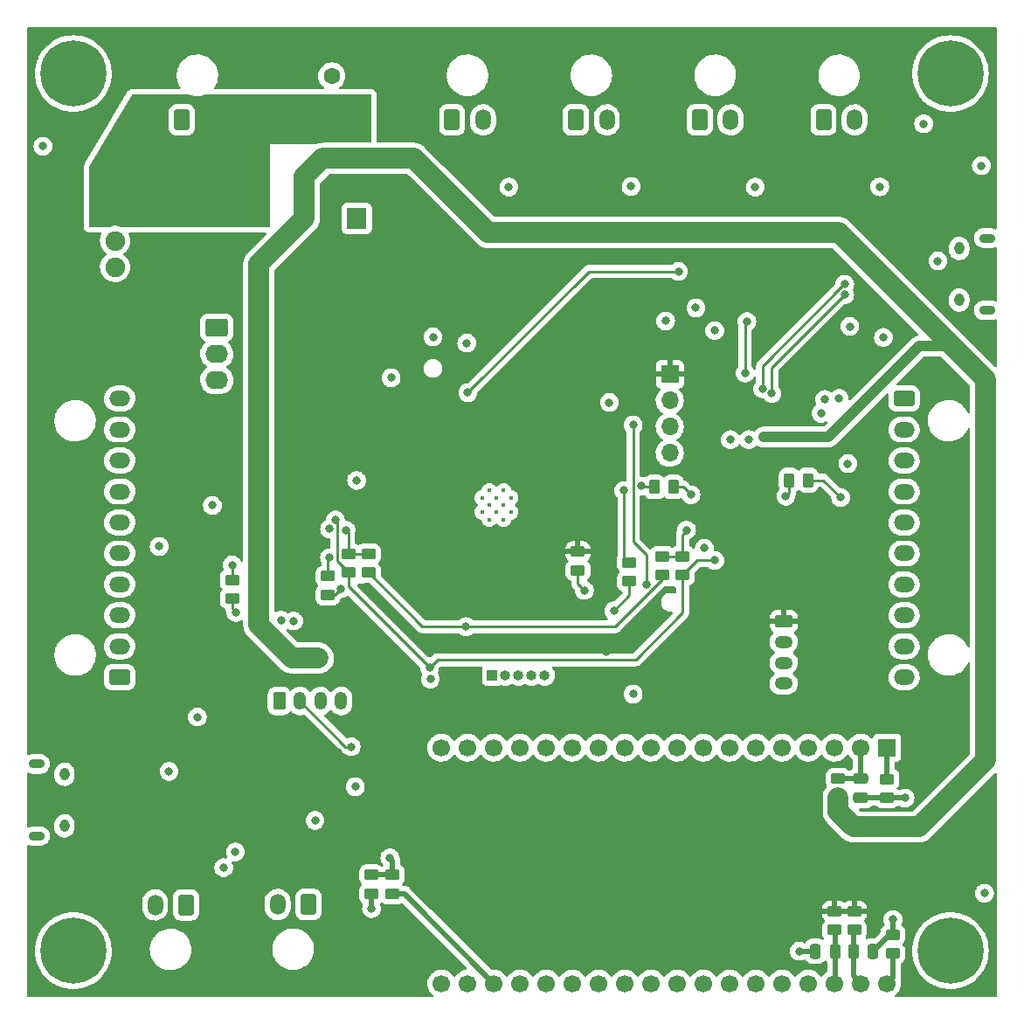
<source format=gbl>
G04 #@! TF.GenerationSoftware,KiCad,Pcbnew,(6.0.6)*
G04 #@! TF.CreationDate,2023-04-23T20:46:21-02:30*
G04 #@! TF.ProjectId,ControlBoard,436f6e74-726f-46c4-926f-6172642e6b69,rev?*
G04 #@! TF.SameCoordinates,Original*
G04 #@! TF.FileFunction,Copper,L4,Bot*
G04 #@! TF.FilePolarity,Positive*
%FSLAX46Y46*%
G04 Gerber Fmt 4.6, Leading zero omitted, Abs format (unit mm)*
G04 Created by KiCad (PCBNEW (6.0.6)) date 2023-04-23 20:46:21*
%MOMM*%
%LPD*%
G01*
G04 APERTURE LIST*
G04 Aperture macros list*
%AMRoundRect*
0 Rectangle with rounded corners*
0 $1 Rounding radius*
0 $2 $3 $4 $5 $6 $7 $8 $9 X,Y pos of 4 corners*
0 Add a 4 corners polygon primitive as box body*
4,1,4,$2,$3,$4,$5,$6,$7,$8,$9,$2,$3,0*
0 Add four circle primitives for the rounded corners*
1,1,$1+$1,$2,$3*
1,1,$1+$1,$4,$5*
1,1,$1+$1,$6,$7*
1,1,$1+$1,$8,$9*
0 Add four rect primitives between the rounded corners*
20,1,$1+$1,$2,$3,$4,$5,0*
20,1,$1+$1,$4,$5,$6,$7,0*
20,1,$1+$1,$6,$7,$8,$9,0*
20,1,$1+$1,$8,$9,$2,$3,0*%
G04 Aperture macros list end*
G04 #@! TA.AperFunction,ComponentPad*
%ADD10C,0.800000*%
G04 #@! TD*
G04 #@! TA.AperFunction,ComponentPad*
%ADD11C,6.400000*%
G04 #@! TD*
G04 #@! TA.AperFunction,ComponentPad*
%ADD12R,1.700000X1.700000*%
G04 #@! TD*
G04 #@! TA.AperFunction,ComponentPad*
%ADD13O,1.700000X1.700000*%
G04 #@! TD*
G04 #@! TA.AperFunction,ComponentPad*
%ADD14RoundRect,0.250001X-0.499999X-0.759999X0.499999X-0.759999X0.499999X0.759999X-0.499999X0.759999X0*%
G04 #@! TD*
G04 #@! TA.AperFunction,ComponentPad*
%ADD15O,1.500000X2.020000*%
G04 #@! TD*
G04 #@! TA.AperFunction,ComponentPad*
%ADD16R,1.600000X1.600000*%
G04 #@! TD*
G04 #@! TA.AperFunction,ComponentPad*
%ADD17C,1.600000*%
G04 #@! TD*
G04 #@! TA.AperFunction,ComponentPad*
%ADD18RoundRect,0.250001X0.759999X-0.499999X0.759999X0.499999X-0.759999X0.499999X-0.759999X-0.499999X0*%
G04 #@! TD*
G04 #@! TA.AperFunction,ComponentPad*
%ADD19O,2.020000X1.500000*%
G04 #@! TD*
G04 #@! TA.AperFunction,ComponentPad*
%ADD20RoundRect,0.250001X-0.759999X0.499999X-0.759999X-0.499999X0.759999X-0.499999X0.759999X0.499999X0*%
G04 #@! TD*
G04 #@! TA.AperFunction,ComponentPad*
%ADD21O,1.550000X0.890000*%
G04 #@! TD*
G04 #@! TA.AperFunction,ComponentPad*
%ADD22O,0.950000X1.250000*%
G04 #@! TD*
G04 #@! TA.AperFunction,ComponentPad*
%ADD23RoundRect,0.250001X0.499999X0.759999X-0.499999X0.759999X-0.499999X-0.759999X0.499999X-0.759999X0*%
G04 #@! TD*
G04 #@! TA.AperFunction,ComponentPad*
%ADD24C,0.450000*%
G04 #@! TD*
G04 #@! TA.AperFunction,ComponentPad*
%ADD25RoundRect,0.250000X-0.845000X0.620000X-0.845000X-0.620000X0.845000X-0.620000X0.845000X0.620000X0*%
G04 #@! TD*
G04 #@! TA.AperFunction,ComponentPad*
%ADD26O,2.190000X1.740000*%
G04 #@! TD*
G04 #@! TA.AperFunction,ComponentPad*
%ADD27C,1.900000*%
G04 #@! TD*
G04 #@! TA.AperFunction,ComponentPad*
%ADD28C,1.700000*%
G04 #@! TD*
G04 #@! TA.AperFunction,ComponentPad*
%ADD29R,1.905000X2.000000*%
G04 #@! TD*
G04 #@! TA.AperFunction,ComponentPad*
%ADD30O,1.905000X2.000000*%
G04 #@! TD*
G04 #@! TA.AperFunction,ComponentPad*
%ADD31RoundRect,0.250000X-0.350000X-0.625000X0.350000X-0.625000X0.350000X0.625000X-0.350000X0.625000X0*%
G04 #@! TD*
G04 #@! TA.AperFunction,ComponentPad*
%ADD32O,1.200000X1.750000*%
G04 #@! TD*
G04 #@! TA.AperFunction,ComponentPad*
%ADD33RoundRect,0.250000X-0.625000X0.350000X-0.625000X-0.350000X0.625000X-0.350000X0.625000X0.350000X0*%
G04 #@! TD*
G04 #@! TA.AperFunction,ComponentPad*
%ADD34O,1.750000X1.200000*%
G04 #@! TD*
G04 #@! TA.AperFunction,ComponentPad*
%ADD35R,1.000000X1.000000*%
G04 #@! TD*
G04 #@! TA.AperFunction,ComponentPad*
%ADD36O,1.000000X1.000000*%
G04 #@! TD*
G04 #@! TA.AperFunction,SMDPad,CuDef*
%ADD37RoundRect,0.250000X-0.262500X-0.450000X0.262500X-0.450000X0.262500X0.450000X-0.262500X0.450000X0*%
G04 #@! TD*
G04 #@! TA.AperFunction,SMDPad,CuDef*
%ADD38RoundRect,0.250000X-0.450000X0.262500X-0.450000X-0.262500X0.450000X-0.262500X0.450000X0.262500X0*%
G04 #@! TD*
G04 #@! TA.AperFunction,SMDPad,CuDef*
%ADD39RoundRect,0.250000X-0.250000X-0.475000X0.250000X-0.475000X0.250000X0.475000X-0.250000X0.475000X0*%
G04 #@! TD*
G04 #@! TA.AperFunction,SMDPad,CuDef*
%ADD40RoundRect,0.250000X0.250000X0.475000X-0.250000X0.475000X-0.250000X-0.475000X0.250000X-0.475000X0*%
G04 #@! TD*
G04 #@! TA.AperFunction,SMDPad,CuDef*
%ADD41RoundRect,0.250000X0.450000X-0.262500X0.450000X0.262500X-0.450000X0.262500X-0.450000X-0.262500X0*%
G04 #@! TD*
G04 #@! TA.AperFunction,SMDPad,CuDef*
%ADD42RoundRect,0.250000X0.475000X-0.250000X0.475000X0.250000X-0.475000X0.250000X-0.475000X-0.250000X0*%
G04 #@! TD*
G04 #@! TA.AperFunction,ViaPad*
%ADD43C,0.800000*%
G04 #@! TD*
G04 #@! TA.AperFunction,Conductor*
%ADD44C,0.250000*%
G04 #@! TD*
G04 #@! TA.AperFunction,Conductor*
%ADD45C,0.500000*%
G04 #@! TD*
G04 #@! TA.AperFunction,Conductor*
%ADD46C,2.000000*%
G04 #@! TD*
G04 #@! TA.AperFunction,Conductor*
%ADD47C,1.000000*%
G04 #@! TD*
G04 APERTURE END LIST*
D10*
X53302944Y-141697056D03*
X53302944Y-138302944D03*
D11*
X55000000Y-140000000D03*
D10*
X56697056Y-141697056D03*
X57400000Y-140000000D03*
X56697056Y-138302944D03*
X52600000Y-140000000D03*
X55000000Y-142400000D03*
X55000000Y-137600000D03*
D12*
X112800000Y-84145000D03*
D13*
X112800000Y-86685000D03*
X112800000Y-89225000D03*
X112800000Y-91765000D03*
D14*
X65525000Y-59495000D03*
D15*
X68525000Y-59495000D03*
D16*
X80050000Y-58727651D03*
D17*
X80050000Y-55227651D03*
D10*
X138302944Y-138302944D03*
X138302944Y-141697056D03*
X140000000Y-137600000D03*
X142400000Y-140000000D03*
X141697056Y-141697056D03*
X137600000Y-140000000D03*
X141697056Y-138302944D03*
X140000000Y-142400000D03*
D11*
X140000000Y-140000000D03*
D10*
X55000000Y-57400000D03*
D11*
X55000000Y-55000000D03*
D10*
X53302944Y-56697056D03*
X56697056Y-56697056D03*
X55000000Y-52600000D03*
X57400000Y-55000000D03*
X53302944Y-53302944D03*
X56697056Y-53302944D03*
X52600000Y-55000000D03*
D18*
X59495000Y-113500000D03*
D19*
X59495000Y-110500000D03*
X59495000Y-107500000D03*
X59495000Y-104500000D03*
X59495000Y-101500000D03*
X59495000Y-98500000D03*
X59495000Y-95500000D03*
X59495000Y-92500000D03*
X59495000Y-89500000D03*
X59495000Y-86500000D03*
D20*
X135505000Y-86500000D03*
D19*
X135505000Y-89500000D03*
X135505000Y-92500000D03*
X135505000Y-95500000D03*
X135505000Y-98500000D03*
X135505000Y-101500000D03*
X135505000Y-104500000D03*
X135505000Y-107500000D03*
X135505000Y-110500000D03*
X135505000Y-113500000D03*
D21*
X143550000Y-77950000D03*
D22*
X140850000Y-71950000D03*
X140850000Y-76950000D03*
D21*
X143550000Y-70950000D03*
D23*
X65925000Y-135555000D03*
D15*
X62925000Y-135555000D03*
D23*
X77800000Y-135530000D03*
D15*
X74800000Y-135530000D03*
D14*
X103700000Y-59495000D03*
D15*
X106700000Y-59495000D03*
D24*
X95300000Y-95410000D03*
X96000000Y-96110000D03*
X96700000Y-95410000D03*
X94600000Y-96110000D03*
X96700000Y-96810000D03*
X95300000Y-96810000D03*
X97400000Y-96110000D03*
X94600000Y-97510000D03*
X96700000Y-98210000D03*
X96000000Y-97510000D03*
X95300000Y-98210000D03*
X97400000Y-97510000D03*
D25*
X68900000Y-79625000D03*
D26*
X68900000Y-82165000D03*
X68900000Y-84705000D03*
D27*
X59041079Y-68668921D03*
X59041079Y-71208921D03*
X59041079Y-73748921D03*
D21*
X51450000Y-121900000D03*
D22*
X54150000Y-127900000D03*
D21*
X51450000Y-128900000D03*
D22*
X54150000Y-122900000D03*
D14*
X91700000Y-59495000D03*
D15*
X94700000Y-59495000D03*
D12*
X133850000Y-120320000D03*
D28*
X131310000Y-120320000D03*
X128770000Y-120320000D03*
X126230000Y-120320000D03*
X123690000Y-120320000D03*
X121150000Y-120320000D03*
X118610000Y-120320000D03*
X116070000Y-120320000D03*
X113530000Y-120320000D03*
X110990000Y-120320000D03*
X108450000Y-120320000D03*
X105910000Y-120320000D03*
X103370000Y-120320000D03*
X100830000Y-120320000D03*
X98290000Y-120320000D03*
X95750000Y-120320000D03*
X93210000Y-120320000D03*
X90670000Y-120320000D03*
X133850000Y-143180000D03*
X131310000Y-143180000D03*
X128770000Y-143180000D03*
X126230000Y-143180000D03*
X123690000Y-143180000D03*
X121150000Y-143180000D03*
X118610000Y-143180000D03*
X116070000Y-143180000D03*
X113530000Y-143180000D03*
X110990000Y-143180000D03*
X108450000Y-143180000D03*
X105910000Y-143180000D03*
X103370000Y-143180000D03*
X100830000Y-143180000D03*
X98290000Y-143180000D03*
X95750000Y-143180000D03*
X93210000Y-143180000D03*
X90670000Y-143180000D03*
D14*
X127700000Y-59495000D03*
D15*
X130700000Y-59495000D03*
D29*
X82465000Y-69030000D03*
D30*
X79925000Y-69030000D03*
X77385000Y-69030000D03*
D31*
X74950000Y-115800000D03*
D32*
X76950000Y-115800000D03*
X78950000Y-115800000D03*
X80950000Y-115800000D03*
D33*
X123850000Y-108100000D03*
D34*
X123850000Y-110100000D03*
X123850000Y-112100000D03*
X123850000Y-114100000D03*
D11*
X140000000Y-55000000D03*
D10*
X137600000Y-55000000D03*
X140000000Y-52600000D03*
X141697056Y-53302944D03*
X141697056Y-56697056D03*
X142400000Y-55000000D03*
X138302944Y-56697056D03*
X138302944Y-53302944D03*
X140000000Y-57400000D03*
D35*
X95600000Y-113325000D03*
D36*
X96870000Y-113325000D03*
X98140000Y-113325000D03*
X99410000Y-113325000D03*
X100680000Y-113325000D03*
D14*
X115700000Y-59495000D03*
D15*
X118700000Y-59495000D03*
D37*
X124387500Y-94400000D03*
X126212500Y-94400000D03*
D38*
X70400000Y-104062500D03*
X70400000Y-105887500D03*
X85925000Y-132662500D03*
X85925000Y-134487500D03*
X128750000Y-136175000D03*
X128750000Y-138000000D03*
X83900000Y-132662500D03*
X83900000Y-134487500D03*
X112050000Y-101787500D03*
X112050000Y-103612500D03*
X108875000Y-102362500D03*
X108875000Y-104187500D03*
D39*
X126900000Y-140050000D03*
X128800000Y-140050000D03*
D40*
X132475000Y-140050000D03*
X130575000Y-140050000D03*
D38*
X83600000Y-101537500D03*
X83600000Y-103362500D03*
X81650000Y-101537500D03*
X81650000Y-103362500D03*
X114025000Y-101787500D03*
X114025000Y-103612500D03*
X130700000Y-136175000D03*
X130700000Y-138000000D03*
D41*
X79675000Y-105537500D03*
X79675000Y-103712500D03*
X129125000Y-125137500D03*
X129125000Y-123312500D03*
D37*
X111337500Y-95050000D03*
X113162500Y-95050000D03*
D41*
X134425000Y-140275000D03*
X134425000Y-138450000D03*
D42*
X131300000Y-125200000D03*
X131300000Y-123300000D03*
D38*
X103900000Y-101337500D03*
X103900000Y-103162500D03*
D41*
X133850000Y-125187500D03*
X133850000Y-123362500D03*
D43*
X121075000Y-66000000D03*
X80957778Y-104913847D03*
X130050000Y-92800000D03*
X120450000Y-90475000D03*
X75125000Y-107975000D03*
X129350000Y-96075000D03*
X108350000Y-95400000D03*
X135600000Y-125200000D03*
X52050000Y-62050000D03*
X97200000Y-66000000D03*
X143000000Y-63925000D03*
X133150000Y-65975000D03*
X143300000Y-134425000D03*
X112400000Y-78975000D03*
X106650000Y-111050000D03*
X118675000Y-90475000D03*
X138775000Y-73150000D03*
X79825000Y-99125000D03*
X130250000Y-79500000D03*
X109250000Y-115125000D03*
X127825000Y-86575000D03*
X116150000Y-101000000D03*
X137400000Y-59875000D03*
X92975000Y-110425000D03*
X70750000Y-107225000D03*
X125350000Y-140050000D03*
X63325000Y-100825000D03*
X110625000Y-107825000D03*
X83900000Y-135925000D03*
X115325000Y-77700000D03*
X76350000Y-108050000D03*
X86775000Y-108250000D03*
X127450000Y-87925000D03*
X64275000Y-122625000D03*
X134425000Y-136975000D03*
X85800000Y-84475000D03*
X68475000Y-96850000D03*
X82450000Y-94425000D03*
X82325000Y-124100000D03*
X110000000Y-94975000D03*
X93125000Y-81125000D03*
X133500000Y-80575000D03*
X89850000Y-80525000D03*
X69575000Y-131950000D03*
X78425000Y-127375000D03*
X67025000Y-117350000D03*
X89600000Y-113675000D03*
X117150000Y-79900000D03*
X129200000Y-86475000D03*
X106950000Y-86875000D03*
X70700000Y-130425000D03*
X109050000Y-65950000D03*
X122700000Y-88275000D03*
X82900000Y-126375000D03*
X64650000Y-92100000D03*
X70675000Y-128775000D03*
X127825000Y-102200000D03*
X130350000Y-113875000D03*
X80675000Y-120800000D03*
X115200000Y-115125000D03*
X130350000Y-107800000D03*
X80075000Y-130775000D03*
X82925000Y-108600000D03*
X77957003Y-108057003D03*
X64650000Y-86050000D03*
X114100000Y-115125000D03*
X116800000Y-90550000D03*
X69400000Y-96025000D03*
X122525000Y-87350000D03*
X130450000Y-81475000D03*
X121900000Y-90225000D03*
X78750000Y-111625000D03*
X122850000Y-90225000D03*
X141875000Y-83100000D03*
X130625000Y-128000000D03*
X72975000Y-108425000D03*
X93225000Y-85925000D03*
X113650000Y-74175000D03*
X110525000Y-104550000D03*
X104525000Y-105075000D03*
X109250000Y-89050000D03*
X121800000Y-85550000D03*
X129745275Y-75425509D03*
X129750000Y-76425000D03*
X122693982Y-85996991D03*
X81925000Y-120225000D03*
X85675000Y-131000000D03*
X93050000Y-108600000D03*
X120274500Y-79025000D03*
X120100000Y-84025000D03*
X80400000Y-98250000D03*
X89525000Y-112575000D03*
X117150000Y-102175000D03*
X81425000Y-99250000D03*
X114425000Y-99250000D03*
X79825000Y-101925000D03*
X70400000Y-102625000D03*
X114850000Y-95825000D03*
X124050000Y-95950000D03*
X107375000Y-107075000D03*
D44*
X126212500Y-94400000D02*
X127675000Y-94400000D01*
X79675000Y-105537500D02*
X80334125Y-105537500D01*
D45*
X133837500Y-125200000D02*
X133850000Y-125187500D01*
X134075000Y-138450000D02*
X132475000Y-140050000D01*
X131300000Y-125200000D02*
X133837500Y-125200000D01*
D44*
X80334125Y-105537500D02*
X80957778Y-104913847D01*
D45*
X133850000Y-125187500D02*
X135587500Y-125187500D01*
X135587500Y-125187500D02*
X135600000Y-125200000D01*
D44*
X108875000Y-102362500D02*
X108350000Y-101837500D01*
D45*
X134425000Y-138450000D02*
X134075000Y-138450000D01*
D44*
X111337500Y-95050000D02*
X110075000Y-95050000D01*
X108350000Y-101837500D02*
X108350000Y-95400000D01*
D45*
X134425000Y-138450000D02*
X134425000Y-136975000D01*
X126900000Y-140050000D02*
X125350000Y-140050000D01*
D44*
X127675000Y-94400000D02*
X129350000Y-96075000D01*
D45*
X83900000Y-134487500D02*
X83900000Y-135925000D01*
D44*
X110075000Y-95050000D02*
X110000000Y-94975000D01*
X70400000Y-105887500D02*
X70400000Y-106875000D01*
X70400000Y-106875000D02*
X70750000Y-107225000D01*
D46*
X129125000Y-126500000D02*
X130625000Y-128000000D01*
D47*
X121900000Y-90225000D02*
X122850000Y-90225000D01*
D46*
X140175000Y-81400000D02*
X129175000Y-70400000D01*
X88000000Y-63225000D02*
X79175000Y-63225000D01*
X77385000Y-65015000D02*
X77385000Y-69030000D01*
X72975000Y-108425000D02*
X76175000Y-111625000D01*
X129125000Y-125137500D02*
X129125000Y-126500000D01*
X136950000Y-128000000D02*
X143425000Y-121525000D01*
X130625000Y-128000000D02*
X136950000Y-128000000D01*
X143425000Y-121525000D02*
X143425000Y-84650000D01*
X76175000Y-111625000D02*
X77675000Y-111625000D01*
X79175000Y-63225000D02*
X77385000Y-65015000D01*
X143425000Y-84650000D02*
X141875000Y-83100000D01*
X129175000Y-70400000D02*
X95175000Y-70400000D01*
D47*
X128159611Y-90225000D02*
X136984611Y-81400000D01*
X122850000Y-90225000D02*
X128159611Y-90225000D01*
D46*
X95175000Y-70400000D02*
X88000000Y-63225000D01*
D47*
X136984611Y-81400000D02*
X140175000Y-81400000D01*
D46*
X140175000Y-81400000D02*
X141875000Y-83100000D01*
X72975000Y-73440000D02*
X77385000Y-69030000D01*
X72975000Y-108425000D02*
X72975000Y-73440000D01*
X78750000Y-111625000D02*
X77675000Y-111625000D01*
D44*
X93225000Y-85925000D02*
X104975000Y-74175000D01*
X104975000Y-74175000D02*
X113650000Y-74175000D01*
X103900000Y-103162500D02*
X103900000Y-104450000D01*
X110525000Y-101675000D02*
X110525000Y-104550000D01*
X109250000Y-100400000D02*
X110525000Y-101675000D01*
X103900000Y-104450000D02*
X104525000Y-105075000D01*
X109250000Y-89050000D02*
X109250000Y-100400000D01*
X129724186Y-75425509D02*
X129745275Y-75425509D01*
X121800000Y-85550000D02*
X121800000Y-83349695D01*
X121800000Y-83349695D02*
X129724186Y-75425509D01*
X122693982Y-85996991D02*
X122693982Y-83481018D01*
X122693982Y-83481018D02*
X129750000Y-76425000D01*
X76950000Y-115800000D02*
X81375000Y-120225000D01*
D45*
X85925000Y-131250000D02*
X85675000Y-131000000D01*
X85925000Y-132662500D02*
X83900000Y-132662500D01*
X85925000Y-132662500D02*
X85925000Y-131250000D01*
D44*
X81375000Y-120225000D02*
X81925000Y-120225000D01*
X93050000Y-108600000D02*
X93060000Y-108590000D01*
X107510305Y-108590000D02*
X112050000Y-104050305D01*
X93060000Y-108590000D02*
X107510305Y-108590000D01*
X88827500Y-108590000D02*
X83600000Y-103362500D01*
X93050000Y-108600000D02*
X93040000Y-108590000D01*
X93040000Y-108590000D02*
X88827500Y-108590000D01*
X112050000Y-104050305D02*
X112050000Y-103612500D01*
X120274500Y-79025000D02*
X120100000Y-79199500D01*
X120100000Y-79199500D02*
X120100000Y-84025000D01*
X81650000Y-103362500D02*
X80550000Y-102262500D01*
X80550000Y-98400000D02*
X80400000Y-98250000D01*
X109492033Y-111800000D02*
X114025000Y-107267033D01*
X89525000Y-112575000D02*
X81650000Y-104700000D01*
X89525000Y-112575000D02*
X90300000Y-111800000D01*
X90300000Y-111800000D02*
X109492033Y-111800000D01*
X114025000Y-103612500D02*
X115462500Y-102175000D01*
X114025000Y-107267033D02*
X114025000Y-103612500D01*
X80550000Y-102262500D02*
X80550000Y-98400000D01*
X115462500Y-102175000D02*
X117150000Y-102175000D01*
X81650000Y-104700000D02*
X81650000Y-103362500D01*
D45*
X131287500Y-123312500D02*
X131300000Y-123300000D01*
X129125000Y-123312500D02*
X131287500Y-123312500D01*
X131300000Y-120330000D02*
X131310000Y-120320000D01*
X131300000Y-123300000D02*
X131300000Y-120330000D01*
X130575000Y-140050000D02*
X130575000Y-138125000D01*
X130575000Y-140050000D02*
X130575000Y-142445000D01*
X130575000Y-142445000D02*
X131310000Y-143180000D01*
X130575000Y-138125000D02*
X130700000Y-138000000D01*
D44*
X81650000Y-99475000D02*
X81650000Y-101537500D01*
X81425000Y-99250000D02*
X81650000Y-99475000D01*
X83600000Y-101537500D02*
X81650000Y-101537500D01*
X114025000Y-101787500D02*
X114025000Y-99650000D01*
X114025000Y-101787500D02*
X112050000Y-101787500D01*
X114025000Y-99650000D02*
X114425000Y-99250000D01*
D45*
X85925000Y-134487500D02*
X87057500Y-134487500D01*
X87057500Y-134487500D02*
X95750000Y-143180000D01*
D44*
X79825000Y-101925000D02*
X79675000Y-102075000D01*
X79675000Y-102075000D02*
X79675000Y-103712500D01*
X70400000Y-102625000D02*
X70400000Y-104062500D01*
X113162500Y-95050000D02*
X114075000Y-95050000D01*
X114075000Y-95050000D02*
X114850000Y-95825000D01*
X124387500Y-94400000D02*
X124387500Y-95612500D01*
X124387500Y-95612500D02*
X124050000Y-95950000D01*
X107375000Y-107075000D02*
X108875000Y-105575000D01*
X108875000Y-105575000D02*
X108875000Y-104187500D01*
D45*
X128800000Y-140050000D02*
X128800000Y-138050000D01*
X128800000Y-140050000D02*
X128800000Y-143150000D01*
X128800000Y-143150000D02*
X128770000Y-143180000D01*
X133850000Y-123362500D02*
X133850000Y-120320000D01*
X134425000Y-142605000D02*
X133850000Y-143180000D01*
X134425000Y-140275000D02*
X134425000Y-142605000D01*
G04 #@! TA.AperFunction,Conductor*
G36*
X66266548Y-57035893D02*
G01*
X66272321Y-57038463D01*
X66336375Y-57066982D01*
X66606390Y-57144407D01*
X66610740Y-57145018D01*
X66610743Y-57145019D01*
X66713690Y-57159487D01*
X66884552Y-57183500D01*
X67095146Y-57183500D01*
X67097332Y-57183347D01*
X67097336Y-57183347D01*
X67300827Y-57169118D01*
X67300832Y-57169117D01*
X67305212Y-57168811D01*
X67579970Y-57110409D01*
X67584099Y-57108906D01*
X67584103Y-57108905D01*
X67793752Y-57032599D01*
X67836846Y-57025000D01*
X83774000Y-57025000D01*
X83842121Y-57045002D01*
X83888614Y-57098658D01*
X83900000Y-57151000D01*
X83900000Y-61590500D01*
X83879998Y-61658621D01*
X83826342Y-61705114D01*
X83774000Y-61716500D01*
X79199002Y-61716500D01*
X79195483Y-61716451D01*
X79100850Y-61713807D01*
X79100847Y-61713807D01*
X79095795Y-61713666D01*
X79017902Y-61724059D01*
X79011361Y-61724758D01*
X78982668Y-61727067D01*
X78938077Y-61730654D01*
X78938073Y-61730655D01*
X78933035Y-61731060D01*
X78901122Y-61738899D01*
X78887742Y-61741426D01*
X78855180Y-61745771D01*
X78850339Y-61747232D01*
X78850337Y-61747233D01*
X78779971Y-61768478D01*
X78773610Y-61770219D01*
X78697294Y-61788963D01*
X78692634Y-61790941D01*
X78667049Y-61801801D01*
X78654239Y-61806438D01*
X78622792Y-61815933D01*
X78618244Y-61818151D01*
X78618237Y-61818154D01*
X78598191Y-61827931D01*
X78543914Y-61840679D01*
X74043114Y-61874862D01*
X74043113Y-61874862D01*
X74025000Y-61875000D01*
X74025041Y-61888402D01*
X74025041Y-61888404D01*
X74049416Y-69771803D01*
X74029625Y-69839986D01*
X73976113Y-69886644D01*
X73923368Y-69898193D01*
X59707186Y-69892674D01*
X59650511Y-69878055D01*
X59650243Y-69878652D01*
X59646764Y-69877088D01*
X59646332Y-69876977D01*
X59645527Y-69876532D01*
X59645522Y-69876530D01*
X59641001Y-69874034D01*
X59636132Y-69872310D01*
X59636128Y-69872308D01*
X59419799Y-69795702D01*
X59419795Y-69795701D01*
X59414924Y-69793976D01*
X59409831Y-69793069D01*
X59409828Y-69793068D01*
X59183895Y-69752823D01*
X59183889Y-69752822D01*
X59178806Y-69751917D01*
X59091539Y-69750851D01*
X58944160Y-69749050D01*
X58944158Y-69749050D01*
X58938990Y-69748987D01*
X58701916Y-69785264D01*
X58473950Y-69859775D01*
X58449874Y-69872308D01*
X58439090Y-69877922D01*
X58380861Y-69892159D01*
X58247532Y-69892107D01*
X56626400Y-69891478D01*
X56558287Y-69871449D01*
X56511815Y-69817776D01*
X56500449Y-69765488D01*
X56500003Y-64134410D01*
X56517488Y-64070365D01*
X58739216Y-60305400D01*
X64266500Y-60305400D01*
X64277474Y-60411165D01*
X64333450Y-60578945D01*
X64426522Y-60729348D01*
X64551697Y-60854305D01*
X64557927Y-60858145D01*
X64557928Y-60858146D01*
X64695090Y-60942694D01*
X64702262Y-60947115D01*
X64782005Y-60973564D01*
X64863611Y-61000632D01*
X64863613Y-61000632D01*
X64870139Y-61002797D01*
X64876975Y-61003497D01*
X64876978Y-61003498D01*
X64920031Y-61007909D01*
X64974600Y-61013500D01*
X66075400Y-61013500D01*
X66078646Y-61013163D01*
X66078650Y-61013163D01*
X66174307Y-61003238D01*
X66174311Y-61003237D01*
X66181165Y-61002526D01*
X66187701Y-61000345D01*
X66187703Y-61000345D01*
X66319805Y-60956272D01*
X66348945Y-60946550D01*
X66499348Y-60853478D01*
X66624305Y-60728303D01*
X66717115Y-60577738D01*
X66772797Y-60409861D01*
X66783500Y-60305400D01*
X66783500Y-58684600D01*
X66772526Y-58578835D01*
X66716550Y-58411055D01*
X66623478Y-58260652D01*
X66498303Y-58135695D01*
X66492072Y-58131854D01*
X66353968Y-58046725D01*
X66353966Y-58046724D01*
X66347738Y-58042885D01*
X66187254Y-57989655D01*
X66186389Y-57989368D01*
X66186387Y-57989368D01*
X66179861Y-57987203D01*
X66173025Y-57986503D01*
X66173022Y-57986502D01*
X66129969Y-57982091D01*
X66075400Y-57976500D01*
X64974600Y-57976500D01*
X64971354Y-57976837D01*
X64971350Y-57976837D01*
X64875693Y-57986762D01*
X64875689Y-57986763D01*
X64868835Y-57987474D01*
X64862299Y-57989655D01*
X64862297Y-57989655D01*
X64730195Y-58033728D01*
X64701055Y-58043450D01*
X64550652Y-58136522D01*
X64425695Y-58261697D01*
X64332885Y-58412262D01*
X64277203Y-58580139D01*
X64266500Y-58684600D01*
X64266500Y-60305400D01*
X58739216Y-60305400D01*
X60638434Y-57086965D01*
X60690281Y-57038463D01*
X60746949Y-57025000D01*
X66215299Y-57025000D01*
X66266548Y-57035893D01*
G37*
G04 #@! TD.AperFunction*
G04 #@! TA.AperFunction,Conductor*
G36*
X83738420Y-104404401D02*
G01*
X83767915Y-104426319D01*
X88323843Y-108982247D01*
X88331387Y-108990537D01*
X88335500Y-108997018D01*
X88341277Y-109002443D01*
X88385167Y-109043658D01*
X88388009Y-109046413D01*
X88407730Y-109066134D01*
X88410925Y-109068612D01*
X88419947Y-109076318D01*
X88452179Y-109106586D01*
X88459128Y-109110406D01*
X88469932Y-109116346D01*
X88486456Y-109127199D01*
X88502459Y-109139613D01*
X88543043Y-109157176D01*
X88553673Y-109162383D01*
X88592440Y-109183695D01*
X88600117Y-109185666D01*
X88600122Y-109185668D01*
X88612058Y-109188732D01*
X88630766Y-109195137D01*
X88649355Y-109203181D01*
X88657180Y-109204420D01*
X88657182Y-109204421D01*
X88693019Y-109210097D01*
X88704640Y-109212504D01*
X88736459Y-109220673D01*
X88747470Y-109223500D01*
X88767731Y-109223500D01*
X88787440Y-109225051D01*
X88807443Y-109228219D01*
X88815335Y-109227473D01*
X88820562Y-109226979D01*
X88851454Y-109224059D01*
X88863311Y-109223500D01*
X92332796Y-109223500D01*
X92400917Y-109243502D01*
X92426432Y-109265189D01*
X92438747Y-109278866D01*
X92593248Y-109391118D01*
X92599276Y-109393802D01*
X92599278Y-109393803D01*
X92761681Y-109466109D01*
X92767712Y-109468794D01*
X92861113Y-109488647D01*
X92948056Y-109507128D01*
X92948061Y-109507128D01*
X92954513Y-109508500D01*
X93145487Y-109508500D01*
X93151939Y-109507128D01*
X93151944Y-109507128D01*
X93238887Y-109488647D01*
X93332288Y-109468794D01*
X93338319Y-109466109D01*
X93500722Y-109393803D01*
X93500724Y-109393802D01*
X93506752Y-109391118D01*
X93661253Y-109278866D01*
X93673568Y-109265189D01*
X93734015Y-109227950D01*
X93767204Y-109223500D01*
X107431538Y-109223500D01*
X107442721Y-109224027D01*
X107450214Y-109225702D01*
X107458140Y-109225453D01*
X107458141Y-109225453D01*
X107518291Y-109223562D01*
X107522250Y-109223500D01*
X107550161Y-109223500D01*
X107554096Y-109223003D01*
X107554161Y-109222995D01*
X107565998Y-109222062D01*
X107598256Y-109221048D01*
X107602275Y-109220922D01*
X107610194Y-109220673D01*
X107629648Y-109215021D01*
X107649005Y-109211013D01*
X107661235Y-109209468D01*
X107661236Y-109209468D01*
X107669102Y-109208474D01*
X107676473Y-109205555D01*
X107676475Y-109205555D01*
X107710217Y-109192196D01*
X107721447Y-109188351D01*
X107756288Y-109178229D01*
X107756289Y-109178229D01*
X107763898Y-109176018D01*
X107770717Y-109171985D01*
X107770722Y-109171983D01*
X107781333Y-109165707D01*
X107799081Y-109157012D01*
X107817922Y-109149552D01*
X107838292Y-109134753D01*
X107853692Y-109123564D01*
X107863612Y-109117048D01*
X107894840Y-109098580D01*
X107894843Y-109098578D01*
X107901667Y-109094542D01*
X107915988Y-109080221D01*
X107931022Y-109067380D01*
X107932737Y-109066134D01*
X107947412Y-109055472D01*
X107975603Y-109021395D01*
X107983593Y-109012616D01*
X112277050Y-104719159D01*
X112339362Y-104685133D01*
X112369900Y-104682310D01*
X113269260Y-104709157D01*
X113336753Y-104731183D01*
X113381624Y-104786202D01*
X113391500Y-104835101D01*
X113391500Y-105264144D01*
X113371498Y-105332265D01*
X113317842Y-105378758D01*
X113247568Y-105388862D01*
X113226564Y-105383977D01*
X113071206Y-105333498D01*
X113071207Y-105333498D01*
X113064928Y-105331458D01*
X113058367Y-105330768D01*
X113058365Y-105330768D01*
X113005111Y-105325171D01*
X112922610Y-105316500D01*
X112827390Y-105316500D01*
X112744889Y-105325171D01*
X112691635Y-105330768D01*
X112691633Y-105330768D01*
X112685072Y-105331458D01*
X112503444Y-105390473D01*
X112338056Y-105485960D01*
X112196134Y-105613747D01*
X112083882Y-105768248D01*
X112081198Y-105774276D01*
X112081197Y-105774278D01*
X112008891Y-105936681D01*
X112006206Y-105942712D01*
X111966500Y-106129513D01*
X111966500Y-106320487D01*
X112006206Y-106507288D01*
X112083882Y-106681752D01*
X112196134Y-106836253D01*
X112338056Y-106964040D01*
X112503444Y-107059527D01*
X112685072Y-107118542D01*
X112691633Y-107119232D01*
X112691635Y-107119232D01*
X112744889Y-107124829D01*
X112827390Y-107133500D01*
X112922610Y-107133500D01*
X112942084Y-107131453D01*
X112948700Y-107130758D01*
X113018538Y-107143531D01*
X113070385Y-107192033D01*
X113087779Y-107260866D01*
X113065197Y-107328175D01*
X113050965Y-107345163D01*
X109266533Y-111129595D01*
X109204221Y-111163621D01*
X109177438Y-111166500D01*
X90378768Y-111166500D01*
X90367585Y-111165973D01*
X90360092Y-111164298D01*
X90352166Y-111164547D01*
X90352165Y-111164547D01*
X90292002Y-111166438D01*
X90288044Y-111166500D01*
X90260144Y-111166500D01*
X90256154Y-111167004D01*
X90244320Y-111167936D01*
X90200111Y-111169326D01*
X90192495Y-111171539D01*
X90192493Y-111171539D01*
X90180652Y-111174979D01*
X90161293Y-111178988D01*
X90159983Y-111179154D01*
X90141203Y-111181526D01*
X90133837Y-111184442D01*
X90133831Y-111184444D01*
X90100098Y-111197800D01*
X90088868Y-111201645D01*
X90054017Y-111211770D01*
X90046407Y-111213981D01*
X90039584Y-111218016D01*
X90028966Y-111224295D01*
X90011213Y-111232992D01*
X90003568Y-111236019D01*
X89992383Y-111240448D01*
X89985968Y-111245109D01*
X89956612Y-111266437D01*
X89946695Y-111272951D01*
X89908638Y-111295458D01*
X89894317Y-111309779D01*
X89879284Y-111322619D01*
X89862893Y-111334528D01*
X89857842Y-111340633D01*
X89857837Y-111340638D01*
X89834701Y-111368604D01*
X89826713Y-111377382D01*
X89667796Y-111536299D01*
X89605484Y-111570325D01*
X89579011Y-111573204D01*
X89471872Y-111573468D01*
X89403703Y-111553633D01*
X89382467Y-111536563D01*
X82533489Y-104687584D01*
X82499463Y-104625272D01*
X82504528Y-104554457D01*
X82547075Y-104497621D01*
X82612703Y-104472877D01*
X83668942Y-104389802D01*
X83738420Y-104404401D01*
G37*
G04 #@! TD.AperFunction*
G04 #@! TA.AperFunction,Conductor*
G36*
X144433621Y-50528502D02*
G01*
X144480114Y-50582158D01*
X144491500Y-50634500D01*
X144491500Y-69983843D01*
X144471498Y-70051964D01*
X144417842Y-70098457D01*
X144347568Y-70108561D01*
X144315459Y-70099480D01*
X144175652Y-70038980D01*
X144175651Y-70038980D01*
X144169796Y-70036446D01*
X144057889Y-70013067D01*
X143984927Y-69997824D01*
X143984923Y-69997824D01*
X143980182Y-69996833D01*
X143973828Y-69996500D01*
X143171592Y-69996500D01*
X143125839Y-70001147D01*
X143033632Y-70010513D01*
X143033630Y-70010513D01*
X143027284Y-70011158D01*
X142842439Y-70069085D01*
X142673018Y-70162997D01*
X142668170Y-70167153D01*
X142668169Y-70167153D01*
X142613330Y-70214156D01*
X142525941Y-70289057D01*
X142522024Y-70294107D01*
X142420191Y-70425389D01*
X142407216Y-70442116D01*
X142321693Y-70615923D01*
X142320086Y-70622093D01*
X142320084Y-70622098D01*
X142297565Y-70708551D01*
X142272865Y-70803376D01*
X142270700Y-70844689D01*
X142264401Y-70964883D01*
X142262727Y-70996818D01*
X142275928Y-71084104D01*
X142288621Y-71168033D01*
X142291693Y-71188349D01*
X142358581Y-71370142D01*
X142361939Y-71375558D01*
X142361941Y-71375562D01*
X142457293Y-71529350D01*
X142457296Y-71529354D01*
X142460656Y-71534773D01*
X142465042Y-71539411D01*
X142570913Y-71651366D01*
X142593751Y-71675517D01*
X142752427Y-71786623D01*
X142930204Y-71863554D01*
X142955219Y-71868780D01*
X143115073Y-71902176D01*
X143115077Y-71902176D01*
X143119818Y-71903167D01*
X143126172Y-71903500D01*
X143928408Y-71903500D01*
X143974161Y-71898853D01*
X144066368Y-71889487D01*
X144066370Y-71889487D01*
X144072716Y-71888842D01*
X144257561Y-71830915D01*
X144286781Y-71814718D01*
X144304414Y-71804944D01*
X144373691Y-71789413D01*
X144440367Y-71813801D01*
X144483274Y-71870365D01*
X144491500Y-71915146D01*
X144491500Y-76983843D01*
X144471498Y-77051964D01*
X144417842Y-77098457D01*
X144347568Y-77108561D01*
X144315459Y-77099480D01*
X144175652Y-77038980D01*
X144175651Y-77038980D01*
X144169796Y-77036446D01*
X144096503Y-77021134D01*
X143984927Y-76997824D01*
X143984923Y-76997824D01*
X143980182Y-76996833D01*
X143973828Y-76996500D01*
X143171592Y-76996500D01*
X143125839Y-77001147D01*
X143033632Y-77010513D01*
X143033630Y-77010513D01*
X143027284Y-77011158D01*
X142842439Y-77069085D01*
X142673018Y-77162997D01*
X142668170Y-77167153D01*
X142668169Y-77167153D01*
X142611041Y-77216118D01*
X142525941Y-77289057D01*
X142495389Y-77328444D01*
X142445577Y-77392662D01*
X142407216Y-77442116D01*
X142321693Y-77615923D01*
X142320086Y-77622093D01*
X142320084Y-77622098D01*
X142286681Y-77750335D01*
X142272865Y-77803376D01*
X142272531Y-77809756D01*
X142263162Y-77988523D01*
X142262727Y-77996818D01*
X142291693Y-78188349D01*
X142293896Y-78194337D01*
X142293897Y-78194340D01*
X142317823Y-78259368D01*
X142358581Y-78370142D01*
X142361939Y-78375558D01*
X142361941Y-78375562D01*
X142457293Y-78529350D01*
X142457296Y-78529354D01*
X142460656Y-78534773D01*
X142465042Y-78539411D01*
X142572878Y-78653444D01*
X142593751Y-78675517D01*
X142752427Y-78786623D01*
X142930204Y-78863554D01*
X142936452Y-78864859D01*
X142936451Y-78864859D01*
X143115073Y-78902176D01*
X143115077Y-78902176D01*
X143119818Y-78903167D01*
X143126172Y-78903500D01*
X143928408Y-78903500D01*
X143974161Y-78898853D01*
X144066368Y-78889487D01*
X144066370Y-78889487D01*
X144072716Y-78888842D01*
X144257561Y-78830915D01*
X144275206Y-78821134D01*
X144304414Y-78804944D01*
X144373691Y-78789413D01*
X144440367Y-78813801D01*
X144483274Y-78870365D01*
X144491500Y-78915146D01*
X144491500Y-83278969D01*
X144471498Y-83347090D01*
X144417842Y-83393583D01*
X144347568Y-83403687D01*
X144282988Y-83374193D01*
X144276405Y-83368064D01*
X138058275Y-77149934D01*
X139866500Y-77149934D01*
X139867827Y-77162997D01*
X139880840Y-77291109D01*
X139881619Y-77298780D01*
X139941369Y-77489440D01*
X139944463Y-77495022D01*
X139944464Y-77495024D01*
X139952805Y-77510072D01*
X140038235Y-77664191D01*
X140042391Y-77669040D01*
X140152232Y-77797194D01*
X140168261Y-77815896D01*
X140173298Y-77819803D01*
X140173300Y-77819805D01*
X140321093Y-77934445D01*
X140321096Y-77934447D01*
X140326137Y-77938357D01*
X140331863Y-77941175D01*
X140331867Y-77941177D01*
X140444945Y-77996818D01*
X140505411Y-78026571D01*
X140594906Y-78049883D01*
X140692580Y-78075325D01*
X140692583Y-78075325D01*
X140698762Y-78076935D01*
X140792256Y-78081835D01*
X140891911Y-78087058D01*
X140891915Y-78087058D01*
X140898292Y-78087392D01*
X141095848Y-78057514D01*
X141283361Y-77988523D01*
X141432252Y-77896206D01*
X141447750Y-77886597D01*
X141447751Y-77886596D01*
X141453172Y-77883235D01*
X141598344Y-77745953D01*
X141712946Y-77582284D01*
X141792298Y-77398914D01*
X141833156Y-77203334D01*
X141833500Y-77196771D01*
X141833500Y-76750066D01*
X141820411Y-76621206D01*
X141819026Y-76607566D01*
X141819025Y-76607562D01*
X141818381Y-76601220D01*
X141758631Y-76410560D01*
X141661765Y-76235809D01*
X141657609Y-76230960D01*
X141535891Y-76088948D01*
X141535890Y-76088947D01*
X141531739Y-76084104D01*
X141500315Y-76059729D01*
X141378907Y-75965555D01*
X141378904Y-75965553D01*
X141373863Y-75961643D01*
X141368137Y-75958825D01*
X141368133Y-75958823D01*
X141200318Y-75876248D01*
X141194589Y-75873429D01*
X141075797Y-75842486D01*
X141007420Y-75824675D01*
X141007417Y-75824675D01*
X141001238Y-75823065D01*
X140907744Y-75818165D01*
X140808089Y-75812942D01*
X140808085Y-75812942D01*
X140801708Y-75812608D01*
X140604152Y-75842486D01*
X140416639Y-75911477D01*
X140246828Y-76016765D01*
X140242195Y-76021146D01*
X140242194Y-76021147D01*
X140208041Y-76053444D01*
X140101656Y-76154047D01*
X139987054Y-76317716D01*
X139907702Y-76501086D01*
X139866844Y-76696666D01*
X139866500Y-76703229D01*
X139866500Y-77149934D01*
X138058275Y-77149934D01*
X134058341Y-73150000D01*
X137861496Y-73150000D01*
X137862186Y-73156565D01*
X137877770Y-73304834D01*
X137881458Y-73339928D01*
X137940473Y-73521556D01*
X137943776Y-73527278D01*
X137943777Y-73527279D01*
X137960090Y-73555533D01*
X138035960Y-73686944D01*
X138040378Y-73691851D01*
X138040379Y-73691852D01*
X138156136Y-73820413D01*
X138163747Y-73828866D01*
X138318248Y-73941118D01*
X138324276Y-73943802D01*
X138324278Y-73943803D01*
X138486681Y-74016109D01*
X138492712Y-74018794D01*
X138586112Y-74038647D01*
X138673056Y-74057128D01*
X138673061Y-74057128D01*
X138679513Y-74058500D01*
X138870487Y-74058500D01*
X138876939Y-74057128D01*
X138876944Y-74057128D01*
X138963888Y-74038647D01*
X139057288Y-74018794D01*
X139063319Y-74016109D01*
X139225722Y-73943803D01*
X139225724Y-73943802D01*
X139231752Y-73941118D01*
X139386253Y-73828866D01*
X139393864Y-73820413D01*
X139509621Y-73691852D01*
X139509622Y-73691851D01*
X139514040Y-73686944D01*
X139589910Y-73555533D01*
X139606223Y-73527279D01*
X139606224Y-73527278D01*
X139609527Y-73521556D01*
X139668542Y-73339928D01*
X139672231Y-73304834D01*
X139687814Y-73156565D01*
X139688504Y-73150000D01*
X139680825Y-73076935D01*
X139669232Y-72966635D01*
X139669232Y-72966633D01*
X139668542Y-72960072D01*
X139609527Y-72778444D01*
X139514040Y-72613056D01*
X139481058Y-72576425D01*
X139390675Y-72476045D01*
X139390674Y-72476044D01*
X139386253Y-72471134D01*
X139265341Y-72383286D01*
X139237094Y-72362763D01*
X139237093Y-72362762D01*
X139231752Y-72358882D01*
X139225724Y-72356198D01*
X139225722Y-72356197D01*
X139063319Y-72283891D01*
X139063318Y-72283891D01*
X139057288Y-72281206D01*
X138947398Y-72257848D01*
X138876944Y-72242872D01*
X138876939Y-72242872D01*
X138870487Y-72241500D01*
X138679513Y-72241500D01*
X138673061Y-72242872D01*
X138673056Y-72242872D01*
X138602602Y-72257848D01*
X138492712Y-72281206D01*
X138486682Y-72283891D01*
X138486681Y-72283891D01*
X138324278Y-72356197D01*
X138324276Y-72356198D01*
X138318248Y-72358882D01*
X138312907Y-72362762D01*
X138312906Y-72362763D01*
X138284659Y-72383286D01*
X138163747Y-72471134D01*
X138159326Y-72476044D01*
X138159325Y-72476045D01*
X138068943Y-72576425D01*
X138035960Y-72613056D01*
X137940473Y-72778444D01*
X137881458Y-72960072D01*
X137880768Y-72966633D01*
X137880768Y-72966635D01*
X137869175Y-73076935D01*
X137861496Y-73150000D01*
X134058341Y-73150000D01*
X133058275Y-72149934D01*
X139866500Y-72149934D01*
X139866823Y-72153113D01*
X139880107Y-72283891D01*
X139881619Y-72298780D01*
X139941369Y-72489440D01*
X139944463Y-72495022D01*
X139944464Y-72495024D01*
X139977554Y-72554720D01*
X140038235Y-72664191D01*
X140042391Y-72669040D01*
X140118668Y-72758034D01*
X140168261Y-72815896D01*
X140173298Y-72819803D01*
X140173300Y-72819805D01*
X140321093Y-72934445D01*
X140321096Y-72934447D01*
X140326137Y-72938357D01*
X140331863Y-72941175D01*
X140331867Y-72941177D01*
X140495632Y-73021759D01*
X140505411Y-73026571D01*
X140528442Y-73032570D01*
X140692580Y-73075325D01*
X140692583Y-73075325D01*
X140698762Y-73076935D01*
X140792256Y-73081835D01*
X140891911Y-73087058D01*
X140891915Y-73087058D01*
X140898292Y-73087392D01*
X141095848Y-73057514D01*
X141108104Y-73053005D01*
X141277371Y-72990727D01*
X141277372Y-72990727D01*
X141283361Y-72988523D01*
X141453172Y-72883235D01*
X141598344Y-72745953D01*
X141712946Y-72582284D01*
X141792298Y-72398914D01*
X141833156Y-72203334D01*
X141833500Y-72196771D01*
X141833500Y-71750066D01*
X141825271Y-71669051D01*
X141819026Y-71607566D01*
X141819025Y-71607562D01*
X141818381Y-71601220D01*
X141758631Y-71410560D01*
X141661765Y-71235809D01*
X141657609Y-71230960D01*
X141535891Y-71088948D01*
X141535890Y-71088947D01*
X141531739Y-71084104D01*
X141526700Y-71080195D01*
X141378907Y-70965555D01*
X141378904Y-70965553D01*
X141373863Y-70961643D01*
X141368137Y-70958825D01*
X141368133Y-70958823D01*
X141200318Y-70876248D01*
X141194589Y-70873429D01*
X141075797Y-70842486D01*
X141007420Y-70824675D01*
X141007417Y-70824675D01*
X141001238Y-70823065D01*
X140907744Y-70818165D01*
X140808089Y-70812942D01*
X140808085Y-70812942D01*
X140801708Y-70812608D01*
X140604152Y-70842486D01*
X140416639Y-70911477D01*
X140246828Y-71016765D01*
X140101656Y-71154047D01*
X139987054Y-71317716D01*
X139907702Y-71501086D01*
X139866844Y-71696666D01*
X139866500Y-71703229D01*
X139866500Y-72149934D01*
X133058275Y-72149934D01*
X130258675Y-69350334D01*
X130256221Y-69347812D01*
X130191138Y-69278988D01*
X130191135Y-69278986D01*
X130187668Y-69275319D01*
X130125239Y-69227589D01*
X130120108Y-69223448D01*
X130064133Y-69175809D01*
X130064132Y-69175808D01*
X130060280Y-69172530D01*
X130055955Y-69169911D01*
X130055950Y-69169907D01*
X130032176Y-69155509D01*
X130020929Y-69147837D01*
X129994826Y-69127880D01*
X129925592Y-69090757D01*
X129919868Y-69087493D01*
X129904091Y-69077938D01*
X129852642Y-69046779D01*
X129822181Y-69034472D01*
X129809841Y-69028692D01*
X129785350Y-69015560D01*
X129785351Y-69015560D01*
X129780891Y-69013169D01*
X129776110Y-69011523D01*
X129776106Y-69011521D01*
X129706599Y-68987588D01*
X129700421Y-68985278D01*
X129632266Y-68957742D01*
X129632267Y-68957742D01*
X129627571Y-68955845D01*
X129595539Y-68948568D01*
X129582441Y-68944837D01*
X129551369Y-68934138D01*
X129473900Y-68920757D01*
X129467496Y-68919477D01*
X129390856Y-68902065D01*
X129358047Y-68900001D01*
X129344547Y-68898415D01*
X129312164Y-68892821D01*
X129308207Y-68892641D01*
X129308204Y-68892641D01*
X129284494Y-68891564D01*
X129284475Y-68891564D01*
X129283075Y-68891500D01*
X129226892Y-68891500D01*
X129218980Y-68891251D01*
X129213386Y-68890899D01*
X129148587Y-68886822D01*
X129109545Y-68890650D01*
X129107008Y-68890899D01*
X129094712Y-68891500D01*
X95852031Y-68891500D01*
X95783910Y-68871498D01*
X95762936Y-68854595D01*
X92908341Y-66000000D01*
X96286496Y-66000000D01*
X96287186Y-66006565D01*
X96303141Y-66158365D01*
X96306458Y-66189928D01*
X96365473Y-66371556D01*
X96460960Y-66536944D01*
X96588747Y-66678866D01*
X96674429Y-66741118D01*
X96708839Y-66766118D01*
X96743248Y-66791118D01*
X96749276Y-66793802D01*
X96749278Y-66793803D01*
X96894591Y-66858500D01*
X96917712Y-66868794D01*
X97011113Y-66888647D01*
X97098056Y-66907128D01*
X97098061Y-66907128D01*
X97104513Y-66908500D01*
X97295487Y-66908500D01*
X97301939Y-66907128D01*
X97301944Y-66907128D01*
X97388887Y-66888647D01*
X97482288Y-66868794D01*
X97505409Y-66858500D01*
X97650722Y-66793803D01*
X97650724Y-66793802D01*
X97656752Y-66791118D01*
X97691162Y-66766118D01*
X97725571Y-66741118D01*
X97811253Y-66678866D01*
X97939040Y-66536944D01*
X98034527Y-66371556D01*
X98093542Y-66189928D01*
X98096860Y-66158365D01*
X98112814Y-66006565D01*
X98113504Y-66000000D01*
X98108249Y-65950000D01*
X108136496Y-65950000D01*
X108156458Y-66139928D01*
X108215473Y-66321556D01*
X108310960Y-66486944D01*
X108315378Y-66491851D01*
X108315379Y-66491852D01*
X108355980Y-66536944D01*
X108438747Y-66628866D01*
X108593248Y-66741118D01*
X108599276Y-66743802D01*
X108599278Y-66743803D01*
X108696833Y-66787237D01*
X108767712Y-66818794D01*
X108861113Y-66838647D01*
X108948056Y-66857128D01*
X108948061Y-66857128D01*
X108954513Y-66858500D01*
X109145487Y-66858500D01*
X109151939Y-66857128D01*
X109151944Y-66857128D01*
X109238887Y-66838647D01*
X109332288Y-66818794D01*
X109403167Y-66787237D01*
X109500722Y-66743803D01*
X109500724Y-66743802D01*
X109506752Y-66741118D01*
X109661253Y-66628866D01*
X109744020Y-66536944D01*
X109784621Y-66491852D01*
X109784622Y-66491851D01*
X109789040Y-66486944D01*
X109884527Y-66321556D01*
X109943542Y-66139928D01*
X109958249Y-66000000D01*
X120161496Y-66000000D01*
X120162186Y-66006565D01*
X120178141Y-66158365D01*
X120181458Y-66189928D01*
X120240473Y-66371556D01*
X120335960Y-66536944D01*
X120463747Y-66678866D01*
X120549429Y-66741118D01*
X120583839Y-66766118D01*
X120618248Y-66791118D01*
X120624276Y-66793802D01*
X120624278Y-66793803D01*
X120769591Y-66858500D01*
X120792712Y-66868794D01*
X120886113Y-66888647D01*
X120973056Y-66907128D01*
X120973061Y-66907128D01*
X120979513Y-66908500D01*
X121170487Y-66908500D01*
X121176939Y-66907128D01*
X121176944Y-66907128D01*
X121263887Y-66888647D01*
X121357288Y-66868794D01*
X121380409Y-66858500D01*
X121525722Y-66793803D01*
X121525724Y-66793802D01*
X121531752Y-66791118D01*
X121566162Y-66766118D01*
X121600571Y-66741118D01*
X121686253Y-66678866D01*
X121814040Y-66536944D01*
X121909527Y-66371556D01*
X121968542Y-66189928D01*
X121971860Y-66158365D01*
X121987814Y-66006565D01*
X121988504Y-66000000D01*
X121985876Y-65975000D01*
X132236496Y-65975000D01*
X132237186Y-65981565D01*
X132253141Y-66133365D01*
X132256458Y-66164928D01*
X132315473Y-66346556D01*
X132410960Y-66511944D01*
X132415378Y-66516851D01*
X132415379Y-66516852D01*
X132433470Y-66536944D01*
X132538747Y-66653866D01*
X132578501Y-66682749D01*
X132658839Y-66741118D01*
X132693248Y-66766118D01*
X132699276Y-66768802D01*
X132699278Y-66768803D01*
X132814642Y-66820166D01*
X132867712Y-66843794D01*
X132961112Y-66863647D01*
X133048056Y-66882128D01*
X133048061Y-66882128D01*
X133054513Y-66883500D01*
X133245487Y-66883500D01*
X133251939Y-66882128D01*
X133251944Y-66882128D01*
X133338888Y-66863647D01*
X133432288Y-66843794D01*
X133485358Y-66820166D01*
X133600722Y-66768803D01*
X133600724Y-66768802D01*
X133606752Y-66766118D01*
X133641162Y-66741118D01*
X133721499Y-66682749D01*
X133761253Y-66653866D01*
X133866530Y-66536944D01*
X133884621Y-66516852D01*
X133884622Y-66516851D01*
X133889040Y-66511944D01*
X133984527Y-66346556D01*
X134043542Y-66164928D01*
X134046860Y-66133365D01*
X134062814Y-65981565D01*
X134063504Y-65975000D01*
X134060186Y-65943435D01*
X134044232Y-65791635D01*
X134044232Y-65791633D01*
X134043542Y-65785072D01*
X133984527Y-65603444D01*
X133889040Y-65438056D01*
X133871679Y-65418774D01*
X133765675Y-65301045D01*
X133765674Y-65301044D01*
X133761253Y-65296134D01*
X133646503Y-65212763D01*
X133612094Y-65187763D01*
X133612093Y-65187762D01*
X133606752Y-65183882D01*
X133600724Y-65181198D01*
X133600722Y-65181197D01*
X133438319Y-65108891D01*
X133438318Y-65108891D01*
X133432288Y-65106206D01*
X133327305Y-65083891D01*
X133251944Y-65067872D01*
X133251939Y-65067872D01*
X133245487Y-65066500D01*
X133054513Y-65066500D01*
X133048061Y-65067872D01*
X133048056Y-65067872D01*
X132972695Y-65083891D01*
X132867712Y-65106206D01*
X132861682Y-65108891D01*
X132861681Y-65108891D01*
X132699278Y-65181197D01*
X132699276Y-65181198D01*
X132693248Y-65183882D01*
X132687907Y-65187762D01*
X132687906Y-65187763D01*
X132653497Y-65212763D01*
X132538747Y-65296134D01*
X132534326Y-65301044D01*
X132534325Y-65301045D01*
X132428322Y-65418774D01*
X132410960Y-65438056D01*
X132315473Y-65603444D01*
X132256458Y-65785072D01*
X132255768Y-65791633D01*
X132255768Y-65791635D01*
X132239814Y-65943435D01*
X132236496Y-65975000D01*
X121985876Y-65975000D01*
X121968542Y-65810072D01*
X121909527Y-65628444D01*
X121814040Y-65463056D01*
X121796679Y-65443774D01*
X121690675Y-65326045D01*
X121690674Y-65326044D01*
X121686253Y-65321134D01*
X121531752Y-65208882D01*
X121525724Y-65206198D01*
X121525722Y-65206197D01*
X121363319Y-65133891D01*
X121363318Y-65133891D01*
X121357288Y-65131206D01*
X121252305Y-65108891D01*
X121176944Y-65092872D01*
X121176939Y-65092872D01*
X121170487Y-65091500D01*
X120979513Y-65091500D01*
X120973061Y-65092872D01*
X120973056Y-65092872D01*
X120897695Y-65108891D01*
X120792712Y-65131206D01*
X120786682Y-65133891D01*
X120786681Y-65133891D01*
X120624278Y-65206197D01*
X120624276Y-65206198D01*
X120618248Y-65208882D01*
X120463747Y-65321134D01*
X120459326Y-65326044D01*
X120459325Y-65326045D01*
X120353322Y-65443774D01*
X120335960Y-65463056D01*
X120240473Y-65628444D01*
X120181458Y-65810072D01*
X120161496Y-66000000D01*
X109958249Y-66000000D01*
X109963504Y-65950000D01*
X109948137Y-65803794D01*
X109944232Y-65766635D01*
X109944232Y-65766633D01*
X109943542Y-65760072D01*
X109884527Y-65578444D01*
X109789040Y-65413056D01*
X109661253Y-65271134D01*
X109546503Y-65187763D01*
X109512094Y-65162763D01*
X109512093Y-65162762D01*
X109506752Y-65158882D01*
X109500724Y-65156198D01*
X109500722Y-65156197D01*
X109338319Y-65083891D01*
X109338318Y-65083891D01*
X109332288Y-65081206D01*
X109238887Y-65061353D01*
X109151944Y-65042872D01*
X109151939Y-65042872D01*
X109145487Y-65041500D01*
X108954513Y-65041500D01*
X108948061Y-65042872D01*
X108948056Y-65042872D01*
X108861113Y-65061353D01*
X108767712Y-65081206D01*
X108761682Y-65083891D01*
X108761681Y-65083891D01*
X108599278Y-65156197D01*
X108599276Y-65156198D01*
X108593248Y-65158882D01*
X108587907Y-65162762D01*
X108587906Y-65162763D01*
X108553497Y-65187763D01*
X108438747Y-65271134D01*
X108310960Y-65413056D01*
X108215473Y-65578444D01*
X108156458Y-65760072D01*
X108155768Y-65766633D01*
X108155768Y-65766635D01*
X108151863Y-65803794D01*
X108136496Y-65950000D01*
X98108249Y-65950000D01*
X98093542Y-65810072D01*
X98034527Y-65628444D01*
X97939040Y-65463056D01*
X97921679Y-65443774D01*
X97815675Y-65326045D01*
X97815674Y-65326044D01*
X97811253Y-65321134D01*
X97656752Y-65208882D01*
X97650724Y-65206198D01*
X97650722Y-65206197D01*
X97488319Y-65133891D01*
X97488318Y-65133891D01*
X97482288Y-65131206D01*
X97377305Y-65108891D01*
X97301944Y-65092872D01*
X97301939Y-65092872D01*
X97295487Y-65091500D01*
X97104513Y-65091500D01*
X97098061Y-65092872D01*
X97098056Y-65092872D01*
X97022695Y-65108891D01*
X96917712Y-65131206D01*
X96911682Y-65133891D01*
X96911681Y-65133891D01*
X96749278Y-65206197D01*
X96749276Y-65206198D01*
X96743248Y-65208882D01*
X96588747Y-65321134D01*
X96584326Y-65326044D01*
X96584325Y-65326045D01*
X96478322Y-65443774D01*
X96460960Y-65463056D01*
X96365473Y-65628444D01*
X96306458Y-65810072D01*
X96286496Y-66000000D01*
X92908341Y-66000000D01*
X90833341Y-63925000D01*
X142086496Y-63925000D01*
X142087186Y-63931565D01*
X142101725Y-64069892D01*
X142106458Y-64114928D01*
X142165473Y-64296556D01*
X142260960Y-64461944D01*
X142265378Y-64466851D01*
X142265379Y-64466852D01*
X142351437Y-64562429D01*
X142388747Y-64603866D01*
X142543248Y-64716118D01*
X142549276Y-64718802D01*
X142549278Y-64718803D01*
X142588755Y-64736379D01*
X142717712Y-64793794D01*
X142811112Y-64813647D01*
X142898056Y-64832128D01*
X142898061Y-64832128D01*
X142904513Y-64833500D01*
X143095487Y-64833500D01*
X143101939Y-64832128D01*
X143101944Y-64832128D01*
X143188888Y-64813647D01*
X143282288Y-64793794D01*
X143411245Y-64736379D01*
X143450722Y-64718803D01*
X143450724Y-64718802D01*
X143456752Y-64716118D01*
X143611253Y-64603866D01*
X143648563Y-64562429D01*
X143734621Y-64466852D01*
X143734622Y-64466851D01*
X143739040Y-64461944D01*
X143834527Y-64296556D01*
X143893542Y-64114928D01*
X143898276Y-64069892D01*
X143912814Y-63931565D01*
X143913504Y-63925000D01*
X143893542Y-63735072D01*
X143834527Y-63553444D01*
X143739040Y-63388056D01*
X143611253Y-63246134D01*
X143456752Y-63133882D01*
X143450724Y-63131198D01*
X143450722Y-63131197D01*
X143288319Y-63058891D01*
X143288318Y-63058891D01*
X143282288Y-63056206D01*
X143188888Y-63036353D01*
X143101944Y-63017872D01*
X143101939Y-63017872D01*
X143095487Y-63016500D01*
X142904513Y-63016500D01*
X142898061Y-63017872D01*
X142898056Y-63017872D01*
X142811112Y-63036353D01*
X142717712Y-63056206D01*
X142711682Y-63058891D01*
X142711681Y-63058891D01*
X142549278Y-63131197D01*
X142549276Y-63131198D01*
X142543248Y-63133882D01*
X142388747Y-63246134D01*
X142260960Y-63388056D01*
X142165473Y-63553444D01*
X142106458Y-63735072D01*
X142086496Y-63925000D01*
X90833341Y-63925000D01*
X89083675Y-62175334D01*
X89081221Y-62172812D01*
X89016138Y-62103988D01*
X89016135Y-62103986D01*
X89012668Y-62100319D01*
X88950239Y-62052589D01*
X88945108Y-62048448D01*
X88889133Y-62000809D01*
X88889132Y-62000808D01*
X88885280Y-61997530D01*
X88880955Y-61994911D01*
X88880950Y-61994907D01*
X88857176Y-61980509D01*
X88845929Y-61972837D01*
X88819826Y-61952880D01*
X88750592Y-61915757D01*
X88744868Y-61912493D01*
X88681966Y-61874398D01*
X88677642Y-61871779D01*
X88647181Y-61859472D01*
X88634841Y-61853692D01*
X88610350Y-61840560D01*
X88610351Y-61840560D01*
X88605891Y-61838169D01*
X88601110Y-61836523D01*
X88601106Y-61836521D01*
X88531599Y-61812588D01*
X88525421Y-61810278D01*
X88457266Y-61782742D01*
X88457267Y-61782742D01*
X88452571Y-61780845D01*
X88420539Y-61773568D01*
X88407441Y-61769837D01*
X88376369Y-61759138D01*
X88298900Y-61745757D01*
X88292496Y-61744477D01*
X88215856Y-61727065D01*
X88183047Y-61725001D01*
X88169547Y-61723415D01*
X88137164Y-61717821D01*
X88133207Y-61717641D01*
X88133204Y-61717641D01*
X88109494Y-61716564D01*
X88109475Y-61716564D01*
X88108075Y-61716500D01*
X88051892Y-61716500D01*
X88043980Y-61716251D01*
X88038386Y-61715899D01*
X87973587Y-61711822D01*
X87934545Y-61715650D01*
X87932008Y-61715899D01*
X87919712Y-61716500D01*
X84539500Y-61716500D01*
X84471379Y-61696498D01*
X84424886Y-61642842D01*
X84413500Y-61590500D01*
X84413500Y-60305400D01*
X90441500Y-60305400D01*
X90441837Y-60308646D01*
X90441837Y-60308650D01*
X90451131Y-60398218D01*
X90452474Y-60411165D01*
X90508450Y-60578945D01*
X90601522Y-60729348D01*
X90606704Y-60734521D01*
X90615993Y-60743794D01*
X90726697Y-60854305D01*
X90732927Y-60858145D01*
X90732928Y-60858146D01*
X90870090Y-60942694D01*
X90877262Y-60947115D01*
X90957005Y-60973564D01*
X91038611Y-61000632D01*
X91038613Y-61000632D01*
X91045139Y-61002797D01*
X91051975Y-61003497D01*
X91051978Y-61003498D01*
X91095031Y-61007909D01*
X91149600Y-61013500D01*
X92250400Y-61013500D01*
X92253646Y-61013163D01*
X92253650Y-61013163D01*
X92349307Y-61003238D01*
X92349311Y-61003237D01*
X92356165Y-61002526D01*
X92362701Y-61000345D01*
X92362703Y-61000345D01*
X92512606Y-60950333D01*
X92523945Y-60946550D01*
X92674348Y-60853478D01*
X92799305Y-60728303D01*
X92825922Y-60685123D01*
X92888275Y-60583968D01*
X92888276Y-60583966D01*
X92892115Y-60577738D01*
X92947797Y-60409861D01*
X92948524Y-60402771D01*
X92952909Y-60359969D01*
X92958500Y-60305400D01*
X92958500Y-59811999D01*
X93441500Y-59811999D01*
X93441749Y-59814786D01*
X93441749Y-59814792D01*
X93446537Y-59868435D01*
X93456383Y-59978762D01*
X93457864Y-59984176D01*
X93457865Y-59984181D01*
X93481673Y-60071206D01*
X93515663Y-60195451D01*
X93518075Y-60200509D01*
X93518077Y-60200513D01*
X93555434Y-60278832D01*
X93612378Y-60398218D01*
X93743471Y-60580654D01*
X93810552Y-60645661D01*
X93895833Y-60728303D01*
X93904799Y-60736992D01*
X94091262Y-60862290D01*
X94296967Y-60952588D01*
X94302418Y-60953897D01*
X94302422Y-60953898D01*
X94507938Y-61003238D01*
X94515411Y-61005032D01*
X94599475Y-61009879D01*
X94734083Y-61017640D01*
X94734086Y-61017640D01*
X94739690Y-61017963D01*
X94962715Y-60990975D01*
X95177435Y-60924918D01*
X95182415Y-60922348D01*
X95182419Y-60922346D01*
X95372081Y-60824454D01*
X95372082Y-60824454D01*
X95377064Y-60821882D01*
X95555292Y-60685123D01*
X95706485Y-60518964D01*
X95770006Y-60417703D01*
X95822885Y-60333405D01*
X95825864Y-60328656D01*
X95835213Y-60305400D01*
X102441500Y-60305400D01*
X102441837Y-60308646D01*
X102441837Y-60308650D01*
X102451131Y-60398218D01*
X102452474Y-60411165D01*
X102508450Y-60578945D01*
X102601522Y-60729348D01*
X102606704Y-60734521D01*
X102615993Y-60743794D01*
X102726697Y-60854305D01*
X102732927Y-60858145D01*
X102732928Y-60858146D01*
X102870090Y-60942694D01*
X102877262Y-60947115D01*
X102957005Y-60973564D01*
X103038611Y-61000632D01*
X103038613Y-61000632D01*
X103045139Y-61002797D01*
X103051975Y-61003497D01*
X103051978Y-61003498D01*
X103095031Y-61007909D01*
X103149600Y-61013500D01*
X104250400Y-61013500D01*
X104253646Y-61013163D01*
X104253650Y-61013163D01*
X104349307Y-61003238D01*
X104349311Y-61003237D01*
X104356165Y-61002526D01*
X104362701Y-61000345D01*
X104362703Y-61000345D01*
X104512606Y-60950333D01*
X104523945Y-60946550D01*
X104674348Y-60853478D01*
X104799305Y-60728303D01*
X104825922Y-60685123D01*
X104888275Y-60583968D01*
X104888276Y-60583966D01*
X104892115Y-60577738D01*
X104947797Y-60409861D01*
X104948524Y-60402771D01*
X104952909Y-60359969D01*
X104958500Y-60305400D01*
X104958500Y-59811999D01*
X105441500Y-59811999D01*
X105441749Y-59814786D01*
X105441749Y-59814792D01*
X105446537Y-59868435D01*
X105456383Y-59978762D01*
X105457864Y-59984176D01*
X105457865Y-59984181D01*
X105481673Y-60071206D01*
X105515663Y-60195451D01*
X105518075Y-60200509D01*
X105518077Y-60200513D01*
X105555434Y-60278832D01*
X105612378Y-60398218D01*
X105743471Y-60580654D01*
X105810552Y-60645661D01*
X105895833Y-60728303D01*
X105904799Y-60736992D01*
X106091262Y-60862290D01*
X106296967Y-60952588D01*
X106302418Y-60953897D01*
X106302422Y-60953898D01*
X106507938Y-61003238D01*
X106515411Y-61005032D01*
X106599475Y-61009879D01*
X106734083Y-61017640D01*
X106734086Y-61017640D01*
X106739690Y-61017963D01*
X106962715Y-60990975D01*
X107177435Y-60924918D01*
X107182415Y-60922348D01*
X107182419Y-60922346D01*
X107372081Y-60824454D01*
X107372082Y-60824454D01*
X107377064Y-60821882D01*
X107555292Y-60685123D01*
X107706485Y-60518964D01*
X107770006Y-60417703D01*
X107822885Y-60333405D01*
X107825864Y-60328656D01*
X107835213Y-60305400D01*
X114441500Y-60305400D01*
X114441837Y-60308646D01*
X114441837Y-60308650D01*
X114451131Y-60398218D01*
X114452474Y-60411165D01*
X114508450Y-60578945D01*
X114601522Y-60729348D01*
X114606704Y-60734521D01*
X114615993Y-60743794D01*
X114726697Y-60854305D01*
X114732927Y-60858145D01*
X114732928Y-60858146D01*
X114870090Y-60942694D01*
X114877262Y-60947115D01*
X114957005Y-60973564D01*
X115038611Y-61000632D01*
X115038613Y-61000632D01*
X115045139Y-61002797D01*
X115051975Y-61003497D01*
X115051978Y-61003498D01*
X115095031Y-61007909D01*
X115149600Y-61013500D01*
X116250400Y-61013500D01*
X116253646Y-61013163D01*
X116253650Y-61013163D01*
X116349307Y-61003238D01*
X116349311Y-61003237D01*
X116356165Y-61002526D01*
X116362701Y-61000345D01*
X116362703Y-61000345D01*
X116512606Y-60950333D01*
X116523945Y-60946550D01*
X116674348Y-60853478D01*
X116799305Y-60728303D01*
X116825922Y-60685123D01*
X116888275Y-60583968D01*
X116888276Y-60583966D01*
X116892115Y-60577738D01*
X116947797Y-60409861D01*
X116948524Y-60402771D01*
X116952909Y-60359969D01*
X116958500Y-60305400D01*
X116958500Y-59811999D01*
X117441500Y-59811999D01*
X117441749Y-59814786D01*
X117441749Y-59814792D01*
X117446537Y-59868435D01*
X117456383Y-59978762D01*
X117457864Y-59984176D01*
X117457865Y-59984181D01*
X117481673Y-60071206D01*
X117515663Y-60195451D01*
X117518075Y-60200509D01*
X117518077Y-60200513D01*
X117555434Y-60278832D01*
X117612378Y-60398218D01*
X117743471Y-60580654D01*
X117810552Y-60645661D01*
X117895833Y-60728303D01*
X117904799Y-60736992D01*
X118091262Y-60862290D01*
X118296967Y-60952588D01*
X118302418Y-60953897D01*
X118302422Y-60953898D01*
X118507938Y-61003238D01*
X118515411Y-61005032D01*
X118599475Y-61009879D01*
X118734083Y-61017640D01*
X118734086Y-61017640D01*
X118739690Y-61017963D01*
X118962715Y-60990975D01*
X119177435Y-60924918D01*
X119182415Y-60922348D01*
X119182419Y-60922346D01*
X119372081Y-60824454D01*
X119372082Y-60824454D01*
X119377064Y-60821882D01*
X119555292Y-60685123D01*
X119706485Y-60518964D01*
X119770006Y-60417703D01*
X119822885Y-60333405D01*
X119825864Y-60328656D01*
X119835213Y-60305400D01*
X126441500Y-60305400D01*
X126441837Y-60308646D01*
X126441837Y-60308650D01*
X126451131Y-60398218D01*
X126452474Y-60411165D01*
X126508450Y-60578945D01*
X126601522Y-60729348D01*
X126606704Y-60734521D01*
X126615993Y-60743794D01*
X126726697Y-60854305D01*
X126732927Y-60858145D01*
X126732928Y-60858146D01*
X126870090Y-60942694D01*
X126877262Y-60947115D01*
X126957005Y-60973564D01*
X127038611Y-61000632D01*
X127038613Y-61000632D01*
X127045139Y-61002797D01*
X127051975Y-61003497D01*
X127051978Y-61003498D01*
X127095031Y-61007909D01*
X127149600Y-61013500D01*
X128250400Y-61013500D01*
X128253646Y-61013163D01*
X128253650Y-61013163D01*
X128349307Y-61003238D01*
X128349311Y-61003237D01*
X128356165Y-61002526D01*
X128362701Y-61000345D01*
X128362703Y-61000345D01*
X128512606Y-60950333D01*
X128523945Y-60946550D01*
X128674348Y-60853478D01*
X128799305Y-60728303D01*
X128825922Y-60685123D01*
X128888275Y-60583968D01*
X128888276Y-60583966D01*
X128892115Y-60577738D01*
X128947797Y-60409861D01*
X128948524Y-60402771D01*
X128952909Y-60359969D01*
X128958500Y-60305400D01*
X128958500Y-59811999D01*
X129441500Y-59811999D01*
X129441749Y-59814786D01*
X129441749Y-59814792D01*
X129446537Y-59868435D01*
X129456383Y-59978762D01*
X129457864Y-59984176D01*
X129457865Y-59984181D01*
X129481673Y-60071206D01*
X129515663Y-60195451D01*
X129518075Y-60200509D01*
X129518077Y-60200513D01*
X129555434Y-60278832D01*
X129612378Y-60398218D01*
X129743471Y-60580654D01*
X129810552Y-60645661D01*
X129895833Y-60728303D01*
X129904799Y-60736992D01*
X130091262Y-60862290D01*
X130296967Y-60952588D01*
X130302418Y-60953897D01*
X130302422Y-60953898D01*
X130507938Y-61003238D01*
X130515411Y-61005032D01*
X130599475Y-61009879D01*
X130734083Y-61017640D01*
X130734086Y-61017640D01*
X130739690Y-61017963D01*
X130962715Y-60990975D01*
X131177435Y-60924918D01*
X131182415Y-60922348D01*
X131182419Y-60922346D01*
X131372081Y-60824454D01*
X131372082Y-60824454D01*
X131377064Y-60821882D01*
X131555292Y-60685123D01*
X131706485Y-60518964D01*
X131770006Y-60417703D01*
X131822885Y-60333405D01*
X131825864Y-60328656D01*
X131909656Y-60120217D01*
X131955213Y-59900233D01*
X131956668Y-59875000D01*
X136486496Y-59875000D01*
X136506458Y-60064928D01*
X136565473Y-60246556D01*
X136568776Y-60252278D01*
X136568777Y-60252279D01*
X136597561Y-60302134D01*
X136660960Y-60411944D01*
X136788747Y-60553866D01*
X136943248Y-60666118D01*
X136949276Y-60668802D01*
X136949278Y-60668803D01*
X137111681Y-60741109D01*
X137117712Y-60743794D01*
X137211112Y-60763647D01*
X137298056Y-60782128D01*
X137298061Y-60782128D01*
X137304513Y-60783500D01*
X137495487Y-60783500D01*
X137501939Y-60782128D01*
X137501944Y-60782128D01*
X137588888Y-60763647D01*
X137682288Y-60743794D01*
X137688319Y-60741109D01*
X137850722Y-60668803D01*
X137850724Y-60668802D01*
X137856752Y-60666118D01*
X138011253Y-60553866D01*
X138139040Y-60411944D01*
X138202439Y-60302134D01*
X138231223Y-60252279D01*
X138231224Y-60252278D01*
X138234527Y-60246556D01*
X138293542Y-60064928D01*
X138313504Y-59875000D01*
X138293542Y-59685072D01*
X138234527Y-59503444D01*
X138139040Y-59338056D01*
X138011253Y-59196134D01*
X137856752Y-59083882D01*
X137850724Y-59081198D01*
X137850722Y-59081197D01*
X137688319Y-59008891D01*
X137688318Y-59008891D01*
X137682288Y-59006206D01*
X137588887Y-58986353D01*
X137501944Y-58967872D01*
X137501939Y-58967872D01*
X137495487Y-58966500D01*
X137304513Y-58966500D01*
X137298061Y-58967872D01*
X137298056Y-58967872D01*
X137211113Y-58986353D01*
X137117712Y-59006206D01*
X137111682Y-59008891D01*
X137111681Y-59008891D01*
X136949278Y-59081197D01*
X136949276Y-59081198D01*
X136943248Y-59083882D01*
X136788747Y-59196134D01*
X136660960Y-59338056D01*
X136565473Y-59503444D01*
X136506458Y-59685072D01*
X136486496Y-59875000D01*
X131956668Y-59875000D01*
X131958395Y-59845048D01*
X131958395Y-59845044D01*
X131958500Y-59843225D01*
X131958500Y-59178001D01*
X131955551Y-59144952D01*
X131950100Y-59083882D01*
X131943617Y-59011238D01*
X131941866Y-59004834D01*
X131885817Y-58799960D01*
X131884337Y-58794549D01*
X131787622Y-58591782D01*
X131656529Y-58409346D01*
X131545207Y-58301467D01*
X131499229Y-58256911D01*
X131499226Y-58256909D01*
X131495201Y-58253008D01*
X131308738Y-58127710D01*
X131103033Y-58037412D01*
X131097582Y-58036103D01*
X131097578Y-58036102D01*
X130890046Y-57986278D01*
X130890045Y-57986278D01*
X130884589Y-57984968D01*
X130800525Y-57980121D01*
X130665917Y-57972360D01*
X130665914Y-57972360D01*
X130660310Y-57972037D01*
X130437285Y-57999025D01*
X130222565Y-58065082D01*
X130217585Y-58067652D01*
X130217581Y-58067654D01*
X130084152Y-58136522D01*
X130022936Y-58168118D01*
X129844708Y-58304877D01*
X129693515Y-58471036D01*
X129690537Y-58475783D01*
X129690535Y-58475786D01*
X129591945Y-58632954D01*
X129574136Y-58661344D01*
X129490344Y-58869783D01*
X129444787Y-59089767D01*
X129441500Y-59146775D01*
X129441500Y-59811999D01*
X128958500Y-59811999D01*
X128958500Y-58684600D01*
X128958163Y-58681350D01*
X128948238Y-58585693D01*
X128948237Y-58585689D01*
X128947526Y-58578835D01*
X128891550Y-58411055D01*
X128798478Y-58260652D01*
X128673303Y-58135695D01*
X128667072Y-58131854D01*
X128528968Y-58046725D01*
X128528966Y-58046724D01*
X128522738Y-58042885D01*
X128395478Y-58000675D01*
X128361389Y-57989368D01*
X128361387Y-57989368D01*
X128354861Y-57987203D01*
X128348025Y-57986503D01*
X128348022Y-57986502D01*
X128304969Y-57982091D01*
X128250400Y-57976500D01*
X127149600Y-57976500D01*
X127146354Y-57976837D01*
X127146350Y-57976837D01*
X127050693Y-57986762D01*
X127050689Y-57986763D01*
X127043835Y-57987474D01*
X127037299Y-57989655D01*
X127037297Y-57989655D01*
X126987850Y-58006152D01*
X126876055Y-58043450D01*
X126725652Y-58136522D01*
X126600695Y-58261697D01*
X126596855Y-58267927D01*
X126596854Y-58267928D01*
X126571525Y-58309020D01*
X126507885Y-58412262D01*
X126452203Y-58580139D01*
X126451503Y-58586975D01*
X126451502Y-58586978D01*
X126451010Y-58591782D01*
X126441500Y-58684600D01*
X126441500Y-60305400D01*
X119835213Y-60305400D01*
X119909656Y-60120217D01*
X119955213Y-59900233D01*
X119956668Y-59875000D01*
X119958395Y-59845048D01*
X119958395Y-59845044D01*
X119958500Y-59843225D01*
X119958500Y-59178001D01*
X119955551Y-59144952D01*
X119950100Y-59083882D01*
X119943617Y-59011238D01*
X119941866Y-59004834D01*
X119885817Y-58799960D01*
X119884337Y-58794549D01*
X119787622Y-58591782D01*
X119656529Y-58409346D01*
X119545207Y-58301467D01*
X119499229Y-58256911D01*
X119499226Y-58256909D01*
X119495201Y-58253008D01*
X119308738Y-58127710D01*
X119103033Y-58037412D01*
X119097582Y-58036103D01*
X119097578Y-58036102D01*
X118890046Y-57986278D01*
X118890045Y-57986278D01*
X118884589Y-57984968D01*
X118800525Y-57980121D01*
X118665917Y-57972360D01*
X118665914Y-57972360D01*
X118660310Y-57972037D01*
X118437285Y-57999025D01*
X118222565Y-58065082D01*
X118217585Y-58067652D01*
X118217581Y-58067654D01*
X118084152Y-58136522D01*
X118022936Y-58168118D01*
X117844708Y-58304877D01*
X117693515Y-58471036D01*
X117690537Y-58475783D01*
X117690535Y-58475786D01*
X117591945Y-58632954D01*
X117574136Y-58661344D01*
X117490344Y-58869783D01*
X117444787Y-59089767D01*
X117441500Y-59146775D01*
X117441500Y-59811999D01*
X116958500Y-59811999D01*
X116958500Y-58684600D01*
X116958163Y-58681350D01*
X116948238Y-58585693D01*
X116948237Y-58585689D01*
X116947526Y-58578835D01*
X116891550Y-58411055D01*
X116798478Y-58260652D01*
X116673303Y-58135695D01*
X116667072Y-58131854D01*
X116528968Y-58046725D01*
X116528966Y-58046724D01*
X116522738Y-58042885D01*
X116395478Y-58000675D01*
X116361389Y-57989368D01*
X116361387Y-57989368D01*
X116354861Y-57987203D01*
X116348025Y-57986503D01*
X116348022Y-57986502D01*
X116304969Y-57982091D01*
X116250400Y-57976500D01*
X115149600Y-57976500D01*
X115146354Y-57976837D01*
X115146350Y-57976837D01*
X115050693Y-57986762D01*
X115050689Y-57986763D01*
X115043835Y-57987474D01*
X115037299Y-57989655D01*
X115037297Y-57989655D01*
X114987850Y-58006152D01*
X114876055Y-58043450D01*
X114725652Y-58136522D01*
X114600695Y-58261697D01*
X114596855Y-58267927D01*
X114596854Y-58267928D01*
X114571525Y-58309020D01*
X114507885Y-58412262D01*
X114452203Y-58580139D01*
X114451503Y-58586975D01*
X114451502Y-58586978D01*
X114451010Y-58591782D01*
X114441500Y-58684600D01*
X114441500Y-60305400D01*
X107835213Y-60305400D01*
X107909656Y-60120217D01*
X107955213Y-59900233D01*
X107956668Y-59875000D01*
X107958395Y-59845048D01*
X107958395Y-59845044D01*
X107958500Y-59843225D01*
X107958500Y-59178001D01*
X107955551Y-59144952D01*
X107950100Y-59083882D01*
X107943617Y-59011238D01*
X107941866Y-59004834D01*
X107885817Y-58799960D01*
X107884337Y-58794549D01*
X107787622Y-58591782D01*
X107656529Y-58409346D01*
X107545207Y-58301467D01*
X107499229Y-58256911D01*
X107499226Y-58256909D01*
X107495201Y-58253008D01*
X107308738Y-58127710D01*
X107103033Y-58037412D01*
X107097582Y-58036103D01*
X107097578Y-58036102D01*
X106890046Y-57986278D01*
X106890045Y-57986278D01*
X106884589Y-57984968D01*
X106800525Y-57980121D01*
X106665917Y-57972360D01*
X106665914Y-57972360D01*
X106660310Y-57972037D01*
X106437285Y-57999025D01*
X106222565Y-58065082D01*
X106217585Y-58067652D01*
X106217581Y-58067654D01*
X106084152Y-58136522D01*
X106022936Y-58168118D01*
X105844708Y-58304877D01*
X105693515Y-58471036D01*
X105690537Y-58475783D01*
X105690535Y-58475786D01*
X105591945Y-58632954D01*
X105574136Y-58661344D01*
X105490344Y-58869783D01*
X105444787Y-59089767D01*
X105441500Y-59146775D01*
X105441500Y-59811999D01*
X104958500Y-59811999D01*
X104958500Y-58684600D01*
X104958163Y-58681350D01*
X104948238Y-58585693D01*
X104948237Y-58585689D01*
X104947526Y-58578835D01*
X104891550Y-58411055D01*
X104798478Y-58260652D01*
X104673303Y-58135695D01*
X104667072Y-58131854D01*
X104528968Y-58046725D01*
X104528966Y-58046724D01*
X104522738Y-58042885D01*
X104395478Y-58000675D01*
X104361389Y-57989368D01*
X104361387Y-57989368D01*
X104354861Y-57987203D01*
X104348025Y-57986503D01*
X104348022Y-57986502D01*
X104304969Y-57982091D01*
X104250400Y-57976500D01*
X103149600Y-57976500D01*
X103146354Y-57976837D01*
X103146350Y-57976837D01*
X103050693Y-57986762D01*
X103050689Y-57986763D01*
X103043835Y-57987474D01*
X103037299Y-57989655D01*
X103037297Y-57989655D01*
X102987850Y-58006152D01*
X102876055Y-58043450D01*
X102725652Y-58136522D01*
X102600695Y-58261697D01*
X102596855Y-58267927D01*
X102596854Y-58267928D01*
X102571525Y-58309020D01*
X102507885Y-58412262D01*
X102452203Y-58580139D01*
X102451503Y-58586975D01*
X102451502Y-58586978D01*
X102451010Y-58591782D01*
X102441500Y-58684600D01*
X102441500Y-60305400D01*
X95835213Y-60305400D01*
X95909656Y-60120217D01*
X95955213Y-59900233D01*
X95956668Y-59875000D01*
X95958395Y-59845048D01*
X95958395Y-59845044D01*
X95958500Y-59843225D01*
X95958500Y-59178001D01*
X95955551Y-59144952D01*
X95950100Y-59083882D01*
X95943617Y-59011238D01*
X95941866Y-59004834D01*
X95885817Y-58799960D01*
X95884337Y-58794549D01*
X95787622Y-58591782D01*
X95656529Y-58409346D01*
X95545207Y-58301467D01*
X95499229Y-58256911D01*
X95499226Y-58256909D01*
X95495201Y-58253008D01*
X95308738Y-58127710D01*
X95103033Y-58037412D01*
X95097582Y-58036103D01*
X95097578Y-58036102D01*
X94890046Y-57986278D01*
X94890045Y-57986278D01*
X94884589Y-57984968D01*
X94800525Y-57980121D01*
X94665917Y-57972360D01*
X94665914Y-57972360D01*
X94660310Y-57972037D01*
X94437285Y-57999025D01*
X94222565Y-58065082D01*
X94217585Y-58067652D01*
X94217581Y-58067654D01*
X94084152Y-58136522D01*
X94022936Y-58168118D01*
X93844708Y-58304877D01*
X93693515Y-58471036D01*
X93690537Y-58475783D01*
X93690535Y-58475786D01*
X93591945Y-58632954D01*
X93574136Y-58661344D01*
X93490344Y-58869783D01*
X93444787Y-59089767D01*
X93441500Y-59146775D01*
X93441500Y-59811999D01*
X92958500Y-59811999D01*
X92958500Y-58684600D01*
X92958163Y-58681350D01*
X92948238Y-58585693D01*
X92948237Y-58585689D01*
X92947526Y-58578835D01*
X92891550Y-58411055D01*
X92798478Y-58260652D01*
X92673303Y-58135695D01*
X92667072Y-58131854D01*
X92528968Y-58046725D01*
X92528966Y-58046724D01*
X92522738Y-58042885D01*
X92395478Y-58000675D01*
X92361389Y-57989368D01*
X92361387Y-57989368D01*
X92354861Y-57987203D01*
X92348025Y-57986503D01*
X92348022Y-57986502D01*
X92304969Y-57982091D01*
X92250400Y-57976500D01*
X91149600Y-57976500D01*
X91146354Y-57976837D01*
X91146350Y-57976837D01*
X91050693Y-57986762D01*
X91050689Y-57986763D01*
X91043835Y-57987474D01*
X91037299Y-57989655D01*
X91037297Y-57989655D01*
X90987850Y-58006152D01*
X90876055Y-58043450D01*
X90725652Y-58136522D01*
X90600695Y-58261697D01*
X90596855Y-58267927D01*
X90596854Y-58267928D01*
X90571525Y-58309020D01*
X90507885Y-58412262D01*
X90452203Y-58580139D01*
X90451503Y-58586975D01*
X90451502Y-58586978D01*
X90451010Y-58591782D01*
X90441500Y-58684600D01*
X90441500Y-60305400D01*
X84413500Y-60305400D01*
X84413500Y-57151000D01*
X84412661Y-57143195D01*
X84402128Y-57045215D01*
X84402127Y-57045208D01*
X84401766Y-57041851D01*
X84390380Y-56989509D01*
X84355710Y-56885343D01*
X84276692Y-56762388D01*
X84230199Y-56708732D01*
X84174990Y-56660893D01*
X84126550Y-56618919D01*
X84126547Y-56618917D01*
X84119739Y-56613018D01*
X83986790Y-56552302D01*
X83963036Y-56545327D01*
X83922992Y-56533569D01*
X83922988Y-56533568D01*
X83918669Y-56532300D01*
X83914220Y-56531660D01*
X83914214Y-56531659D01*
X83778447Y-56512139D01*
X83778442Y-56512139D01*
X83774000Y-56511500D01*
X80897395Y-56511500D01*
X80829274Y-56491498D01*
X80782781Y-56437842D01*
X80772677Y-56367568D01*
X80802171Y-56302988D01*
X80825124Y-56282287D01*
X80889789Y-56237008D01*
X80889792Y-56237006D01*
X80894300Y-56233849D01*
X81056198Y-56071951D01*
X81063565Y-56061431D01*
X81114098Y-55989262D01*
X81187523Y-55884400D01*
X81189846Y-55879418D01*
X81189849Y-55879413D01*
X81281961Y-55681876D01*
X81281961Y-55681875D01*
X81284284Y-55676894D01*
X81343543Y-55455738D01*
X81363498Y-55227651D01*
X81352744Y-55104733D01*
X91187822Y-55104733D01*
X91187975Y-55109121D01*
X91187975Y-55109127D01*
X91192306Y-55233126D01*
X91197625Y-55385458D01*
X91198387Y-55389781D01*
X91198388Y-55389788D01*
X91222164Y-55524624D01*
X91246402Y-55662087D01*
X91333203Y-55929235D01*
X91456340Y-56181702D01*
X91458795Y-56185341D01*
X91458798Y-56185347D01*
X91488885Y-56229952D01*
X91613415Y-56414576D01*
X91801371Y-56623322D01*
X92016550Y-56803879D01*
X92254764Y-56952731D01*
X92511375Y-57066982D01*
X92781390Y-57144407D01*
X92785740Y-57145018D01*
X92785743Y-57145019D01*
X92888690Y-57159487D01*
X93059552Y-57183500D01*
X93270146Y-57183500D01*
X93272332Y-57183347D01*
X93272336Y-57183347D01*
X93475827Y-57169118D01*
X93475832Y-57169117D01*
X93480212Y-57168811D01*
X93754970Y-57110409D01*
X93759099Y-57108906D01*
X93759103Y-57108905D01*
X94014781Y-57015846D01*
X94014785Y-57015844D01*
X94018926Y-57014337D01*
X94266942Y-56882464D01*
X94371896Y-56806211D01*
X94490629Y-56719947D01*
X94490632Y-56719944D01*
X94494192Y-56717358D01*
X94499771Y-56711971D01*
X94631761Y-56584509D01*
X94696252Y-56522231D01*
X94869188Y-56300882D01*
X94871384Y-56297078D01*
X94871389Y-56297071D01*
X95007435Y-56061431D01*
X95009636Y-56057619D01*
X95114862Y-55797176D01*
X95120319Y-55775288D01*
X95181753Y-55528893D01*
X95181754Y-55528888D01*
X95182817Y-55524624D01*
X95189499Y-55461053D01*
X95211719Y-55249636D01*
X95211719Y-55249633D01*
X95212178Y-55245267D01*
X95207271Y-55104733D01*
X103187822Y-55104733D01*
X103187975Y-55109121D01*
X103187975Y-55109127D01*
X103192306Y-55233126D01*
X103197625Y-55385458D01*
X103198387Y-55389781D01*
X103198388Y-55389788D01*
X103222164Y-55524624D01*
X103246402Y-55662087D01*
X103333203Y-55929235D01*
X103456340Y-56181702D01*
X103458795Y-56185341D01*
X103458798Y-56185347D01*
X103488885Y-56229952D01*
X103613415Y-56414576D01*
X103801371Y-56623322D01*
X104016550Y-56803879D01*
X104254764Y-56952731D01*
X104511375Y-57066982D01*
X104781390Y-57144407D01*
X104785740Y-57145018D01*
X104785743Y-57145019D01*
X104888690Y-57159487D01*
X105059552Y-57183500D01*
X105270146Y-57183500D01*
X105272332Y-57183347D01*
X105272336Y-57183347D01*
X105475827Y-57169118D01*
X105475832Y-57169117D01*
X105480212Y-57168811D01*
X105754970Y-57110409D01*
X105759099Y-57108906D01*
X105759103Y-57108905D01*
X106014781Y-57015846D01*
X106014785Y-57015844D01*
X106018926Y-57014337D01*
X106266942Y-56882464D01*
X106371896Y-56806211D01*
X106490629Y-56719947D01*
X106490632Y-56719944D01*
X106494192Y-56717358D01*
X106499771Y-56711971D01*
X106631761Y-56584509D01*
X106696252Y-56522231D01*
X106869188Y-56300882D01*
X106871384Y-56297078D01*
X106871389Y-56297071D01*
X107007435Y-56061431D01*
X107009636Y-56057619D01*
X107114862Y-55797176D01*
X107120319Y-55775288D01*
X107181753Y-55528893D01*
X107181754Y-55528888D01*
X107182817Y-55524624D01*
X107189499Y-55461053D01*
X107211719Y-55249636D01*
X107211719Y-55249633D01*
X107212178Y-55245267D01*
X107207271Y-55104733D01*
X115187822Y-55104733D01*
X115187975Y-55109121D01*
X115187975Y-55109127D01*
X115192306Y-55233126D01*
X115197625Y-55385458D01*
X115198387Y-55389781D01*
X115198388Y-55389788D01*
X115222164Y-55524624D01*
X115246402Y-55662087D01*
X115333203Y-55929235D01*
X115456340Y-56181702D01*
X115458795Y-56185341D01*
X115458798Y-56185347D01*
X115488885Y-56229952D01*
X115613415Y-56414576D01*
X115801371Y-56623322D01*
X116016550Y-56803879D01*
X116254764Y-56952731D01*
X116511375Y-57066982D01*
X116781390Y-57144407D01*
X116785740Y-57145018D01*
X116785743Y-57145019D01*
X116888690Y-57159487D01*
X117059552Y-57183500D01*
X117270146Y-57183500D01*
X117272332Y-57183347D01*
X117272336Y-57183347D01*
X117475827Y-57169118D01*
X117475832Y-57169117D01*
X117480212Y-57168811D01*
X117754970Y-57110409D01*
X117759099Y-57108906D01*
X117759103Y-57108905D01*
X118014781Y-57015846D01*
X118014785Y-57015844D01*
X118018926Y-57014337D01*
X118266942Y-56882464D01*
X118371896Y-56806211D01*
X118490629Y-56719947D01*
X118490632Y-56719944D01*
X118494192Y-56717358D01*
X118499771Y-56711971D01*
X118631761Y-56584509D01*
X118696252Y-56522231D01*
X118869188Y-56300882D01*
X118871384Y-56297078D01*
X118871389Y-56297071D01*
X119007435Y-56061431D01*
X119009636Y-56057619D01*
X119114862Y-55797176D01*
X119120319Y-55775288D01*
X119181753Y-55528893D01*
X119181754Y-55528888D01*
X119182817Y-55524624D01*
X119189499Y-55461053D01*
X119211719Y-55249636D01*
X119211719Y-55249633D01*
X119212178Y-55245267D01*
X119207271Y-55104733D01*
X127187822Y-55104733D01*
X127187975Y-55109121D01*
X127187975Y-55109127D01*
X127192306Y-55233126D01*
X127197625Y-55385458D01*
X127198387Y-55389781D01*
X127198388Y-55389788D01*
X127222164Y-55524624D01*
X127246402Y-55662087D01*
X127333203Y-55929235D01*
X127456340Y-56181702D01*
X127458795Y-56185341D01*
X127458798Y-56185347D01*
X127488885Y-56229952D01*
X127613415Y-56414576D01*
X127801371Y-56623322D01*
X128016550Y-56803879D01*
X128254764Y-56952731D01*
X128511375Y-57066982D01*
X128781390Y-57144407D01*
X128785740Y-57145018D01*
X128785743Y-57145019D01*
X128888690Y-57159487D01*
X129059552Y-57183500D01*
X129270146Y-57183500D01*
X129272332Y-57183347D01*
X129272336Y-57183347D01*
X129475827Y-57169118D01*
X129475832Y-57169117D01*
X129480212Y-57168811D01*
X129754970Y-57110409D01*
X129759099Y-57108906D01*
X129759103Y-57108905D01*
X130014781Y-57015846D01*
X130014785Y-57015844D01*
X130018926Y-57014337D01*
X130266942Y-56882464D01*
X130371896Y-56806211D01*
X130490629Y-56719947D01*
X130490632Y-56719944D01*
X130494192Y-56717358D01*
X130499771Y-56711971D01*
X130631761Y-56584509D01*
X130696252Y-56522231D01*
X130869188Y-56300882D01*
X130871384Y-56297078D01*
X130871389Y-56297071D01*
X131007435Y-56061431D01*
X131009636Y-56057619D01*
X131114862Y-55797176D01*
X131120319Y-55775288D01*
X131181753Y-55528893D01*
X131181754Y-55528888D01*
X131182817Y-55524624D01*
X131189499Y-55461053D01*
X131211719Y-55249636D01*
X131211719Y-55249633D01*
X131212178Y-55245267D01*
X131207118Y-55100364D01*
X131203614Y-55000000D01*
X136286411Y-55000000D01*
X136306754Y-55388176D01*
X136307267Y-55391416D01*
X136307268Y-55391424D01*
X136335268Y-55568207D01*
X136367562Y-55772099D01*
X136468167Y-56147562D01*
X136469352Y-56150650D01*
X136469353Y-56150652D01*
X136502502Y-56237008D01*
X136607468Y-56510453D01*
X136608966Y-56513393D01*
X136768246Y-56825996D01*
X136783938Y-56856794D01*
X136785734Y-56859560D01*
X136785736Y-56859563D01*
X136977184Y-57154369D01*
X136995643Y-57182793D01*
X137240266Y-57484876D01*
X137515124Y-57759734D01*
X137817207Y-58004357D01*
X137819970Y-58006152D01*
X137819971Y-58006152D01*
X138069378Y-58168118D01*
X138143205Y-58216062D01*
X138146139Y-58217557D01*
X138146146Y-58217561D01*
X138317514Y-58304877D01*
X138489547Y-58392532D01*
X138852438Y-58531833D01*
X139227901Y-58632438D01*
X139410405Y-58661344D01*
X139608576Y-58692732D01*
X139608584Y-58692733D01*
X139611824Y-58693246D01*
X140000000Y-58713589D01*
X140388176Y-58693246D01*
X140391416Y-58692733D01*
X140391424Y-58692732D01*
X140589595Y-58661344D01*
X140772099Y-58632438D01*
X141147562Y-58531833D01*
X141510453Y-58392532D01*
X141682486Y-58304877D01*
X141853854Y-58217561D01*
X141853861Y-58217557D01*
X141856795Y-58216062D01*
X141930623Y-58168118D01*
X142180029Y-58006152D01*
X142180030Y-58006152D01*
X142182793Y-58004357D01*
X142484876Y-57759734D01*
X142759734Y-57484876D01*
X143004357Y-57182793D01*
X143022816Y-57154369D01*
X143214264Y-56859563D01*
X143214266Y-56859560D01*
X143216062Y-56856794D01*
X143231755Y-56825996D01*
X143391034Y-56513393D01*
X143392532Y-56510453D01*
X143497498Y-56237008D01*
X143530647Y-56150652D01*
X143530648Y-56150650D01*
X143531833Y-56147562D01*
X143632438Y-55772099D01*
X143664732Y-55568207D01*
X143692732Y-55391424D01*
X143692733Y-55391416D01*
X143693246Y-55388176D01*
X143713589Y-55000000D01*
X143693246Y-54611824D01*
X143687555Y-54575889D01*
X143662358Y-54416807D01*
X143632438Y-54227901D01*
X143531833Y-53852438D01*
X143522364Y-53827769D01*
X143414249Y-53546121D01*
X143392532Y-53489547D01*
X143345514Y-53397269D01*
X143217561Y-53146147D01*
X143217557Y-53146140D01*
X143216062Y-53143206D01*
X143004357Y-52817207D01*
X142759734Y-52515124D01*
X142484876Y-52240266D01*
X142182793Y-51995643D01*
X141856795Y-51783938D01*
X141853861Y-51782443D01*
X141853854Y-51782439D01*
X141513393Y-51608966D01*
X141510453Y-51607468D01*
X141147562Y-51468167D01*
X140772099Y-51367562D01*
X140568207Y-51335268D01*
X140391424Y-51307268D01*
X140391416Y-51307267D01*
X140388176Y-51306754D01*
X140000000Y-51286411D01*
X139611824Y-51306754D01*
X139608584Y-51307267D01*
X139608576Y-51307268D01*
X139431793Y-51335268D01*
X139227901Y-51367562D01*
X138852438Y-51468167D01*
X138489547Y-51607468D01*
X138486607Y-51608966D01*
X138146147Y-51782439D01*
X138146140Y-51782443D01*
X138143206Y-51783938D01*
X137817207Y-51995643D01*
X137515124Y-52240266D01*
X137240266Y-52515124D01*
X136995643Y-52817207D01*
X136783938Y-53143206D01*
X136782443Y-53146140D01*
X136782439Y-53146147D01*
X136654486Y-53397269D01*
X136607468Y-53489547D01*
X136585751Y-53546121D01*
X136477637Y-53827769D01*
X136468167Y-53852438D01*
X136367562Y-54227901D01*
X136337642Y-54416807D01*
X136312446Y-54575889D01*
X136306754Y-54611824D01*
X136286411Y-55000000D01*
X131203614Y-55000000D01*
X131202529Y-54968939D01*
X131202528Y-54968933D01*
X131202375Y-54964542D01*
X131178608Y-54829749D01*
X131154360Y-54692236D01*
X131153598Y-54687913D01*
X131066797Y-54420765D01*
X130943660Y-54168298D01*
X130941205Y-54164659D01*
X130941202Y-54164653D01*
X130860935Y-54045653D01*
X130786585Y-53935424D01*
X130767433Y-53914153D01*
X130601566Y-53729940D01*
X130598629Y-53726678D01*
X130383450Y-53546121D01*
X130145236Y-53397269D01*
X129888625Y-53283018D01*
X129618610Y-53205593D01*
X129614260Y-53204982D01*
X129614257Y-53204981D01*
X129511310Y-53190513D01*
X129340448Y-53166500D01*
X129129854Y-53166500D01*
X129127668Y-53166653D01*
X129127664Y-53166653D01*
X128924173Y-53180882D01*
X128924168Y-53180883D01*
X128919788Y-53181189D01*
X128645030Y-53239591D01*
X128640901Y-53241094D01*
X128640897Y-53241095D01*
X128385219Y-53334154D01*
X128385215Y-53334156D01*
X128381074Y-53335663D01*
X128133058Y-53467536D01*
X128129499Y-53470122D01*
X128129497Y-53470123D01*
X128024895Y-53546121D01*
X127905808Y-53632642D01*
X127703748Y-53827769D01*
X127530812Y-54049118D01*
X127528616Y-54052922D01*
X127528611Y-54052929D01*
X127425709Y-54231162D01*
X127390364Y-54292381D01*
X127285138Y-54552824D01*
X127284073Y-54557097D01*
X127284072Y-54557099D01*
X127227570Y-54783718D01*
X127217183Y-54825376D01*
X127216724Y-54829744D01*
X127216723Y-54829749D01*
X127188281Y-55100364D01*
X127187822Y-55104733D01*
X119207271Y-55104733D01*
X119207118Y-55100364D01*
X119202529Y-54968939D01*
X119202528Y-54968933D01*
X119202375Y-54964542D01*
X119178608Y-54829749D01*
X119154360Y-54692236D01*
X119153598Y-54687913D01*
X119066797Y-54420765D01*
X118943660Y-54168298D01*
X118941205Y-54164659D01*
X118941202Y-54164653D01*
X118860935Y-54045653D01*
X118786585Y-53935424D01*
X118767433Y-53914153D01*
X118601566Y-53729940D01*
X118598629Y-53726678D01*
X118383450Y-53546121D01*
X118145236Y-53397269D01*
X117888625Y-53283018D01*
X117618610Y-53205593D01*
X117614260Y-53204982D01*
X117614257Y-53204981D01*
X117511310Y-53190513D01*
X117340448Y-53166500D01*
X117129854Y-53166500D01*
X117127668Y-53166653D01*
X117127664Y-53166653D01*
X116924173Y-53180882D01*
X116924168Y-53180883D01*
X116919788Y-53181189D01*
X116645030Y-53239591D01*
X116640901Y-53241094D01*
X116640897Y-53241095D01*
X116385219Y-53334154D01*
X116385215Y-53334156D01*
X116381074Y-53335663D01*
X116133058Y-53467536D01*
X116129499Y-53470122D01*
X116129497Y-53470123D01*
X116024895Y-53546121D01*
X115905808Y-53632642D01*
X115703748Y-53827769D01*
X115530812Y-54049118D01*
X115528616Y-54052922D01*
X115528611Y-54052929D01*
X115425709Y-54231162D01*
X115390364Y-54292381D01*
X115285138Y-54552824D01*
X115284073Y-54557097D01*
X115284072Y-54557099D01*
X115227570Y-54783718D01*
X115217183Y-54825376D01*
X115216724Y-54829744D01*
X115216723Y-54829749D01*
X115188281Y-55100364D01*
X115187822Y-55104733D01*
X107207271Y-55104733D01*
X107207118Y-55100364D01*
X107202529Y-54968939D01*
X107202528Y-54968933D01*
X107202375Y-54964542D01*
X107178608Y-54829749D01*
X107154360Y-54692236D01*
X107153598Y-54687913D01*
X107066797Y-54420765D01*
X106943660Y-54168298D01*
X106941205Y-54164659D01*
X106941202Y-54164653D01*
X106860935Y-54045653D01*
X106786585Y-53935424D01*
X106767433Y-53914153D01*
X106601566Y-53729940D01*
X106598629Y-53726678D01*
X106383450Y-53546121D01*
X106145236Y-53397269D01*
X105888625Y-53283018D01*
X105618610Y-53205593D01*
X105614260Y-53204982D01*
X105614257Y-53204981D01*
X105511310Y-53190513D01*
X105340448Y-53166500D01*
X105129854Y-53166500D01*
X105127668Y-53166653D01*
X105127664Y-53166653D01*
X104924173Y-53180882D01*
X104924168Y-53180883D01*
X104919788Y-53181189D01*
X104645030Y-53239591D01*
X104640901Y-53241094D01*
X104640897Y-53241095D01*
X104385219Y-53334154D01*
X104385215Y-53334156D01*
X104381074Y-53335663D01*
X104133058Y-53467536D01*
X104129499Y-53470122D01*
X104129497Y-53470123D01*
X104024895Y-53546121D01*
X103905808Y-53632642D01*
X103703748Y-53827769D01*
X103530812Y-54049118D01*
X103528616Y-54052922D01*
X103528611Y-54052929D01*
X103425709Y-54231162D01*
X103390364Y-54292381D01*
X103285138Y-54552824D01*
X103284073Y-54557097D01*
X103284072Y-54557099D01*
X103227570Y-54783718D01*
X103217183Y-54825376D01*
X103216724Y-54829744D01*
X103216723Y-54829749D01*
X103188281Y-55100364D01*
X103187822Y-55104733D01*
X95207271Y-55104733D01*
X95207118Y-55100364D01*
X95202529Y-54968939D01*
X95202528Y-54968933D01*
X95202375Y-54964542D01*
X95178608Y-54829749D01*
X95154360Y-54692236D01*
X95153598Y-54687913D01*
X95066797Y-54420765D01*
X94943660Y-54168298D01*
X94941205Y-54164659D01*
X94941202Y-54164653D01*
X94860935Y-54045653D01*
X94786585Y-53935424D01*
X94767433Y-53914153D01*
X94601566Y-53729940D01*
X94598629Y-53726678D01*
X94383450Y-53546121D01*
X94145236Y-53397269D01*
X93888625Y-53283018D01*
X93618610Y-53205593D01*
X93614260Y-53204982D01*
X93614257Y-53204981D01*
X93511310Y-53190513D01*
X93340448Y-53166500D01*
X93129854Y-53166500D01*
X93127668Y-53166653D01*
X93127664Y-53166653D01*
X92924173Y-53180882D01*
X92924168Y-53180883D01*
X92919788Y-53181189D01*
X92645030Y-53239591D01*
X92640901Y-53241094D01*
X92640897Y-53241095D01*
X92385219Y-53334154D01*
X92385215Y-53334156D01*
X92381074Y-53335663D01*
X92133058Y-53467536D01*
X92129499Y-53470122D01*
X92129497Y-53470123D01*
X92024895Y-53546121D01*
X91905808Y-53632642D01*
X91703748Y-53827769D01*
X91530812Y-54049118D01*
X91528616Y-54052922D01*
X91528611Y-54052929D01*
X91425709Y-54231162D01*
X91390364Y-54292381D01*
X91285138Y-54552824D01*
X91284073Y-54557097D01*
X91284072Y-54557099D01*
X91227570Y-54783718D01*
X91217183Y-54825376D01*
X91216724Y-54829744D01*
X91216723Y-54829749D01*
X91188281Y-55100364D01*
X91187822Y-55104733D01*
X81352744Y-55104733D01*
X81343543Y-54999564D01*
X81284284Y-54778408D01*
X81240138Y-54683735D01*
X81189849Y-54575889D01*
X81189846Y-54575884D01*
X81187523Y-54570902D01*
X81056198Y-54383351D01*
X80894300Y-54221453D01*
X80889792Y-54218296D01*
X80889789Y-54218294D01*
X80811611Y-54163553D01*
X80706749Y-54090128D01*
X80701767Y-54087805D01*
X80701762Y-54087802D01*
X80504225Y-53995690D01*
X80504224Y-53995690D01*
X80499243Y-53993367D01*
X80493935Y-53991945D01*
X80493933Y-53991944D01*
X80283402Y-53935532D01*
X80283400Y-53935532D01*
X80278087Y-53934108D01*
X80050000Y-53914153D01*
X79821913Y-53934108D01*
X79816600Y-53935532D01*
X79816598Y-53935532D01*
X79606067Y-53991944D01*
X79606065Y-53991945D01*
X79600757Y-53993367D01*
X79595776Y-53995690D01*
X79595775Y-53995690D01*
X79398238Y-54087802D01*
X79398233Y-54087805D01*
X79393251Y-54090128D01*
X79288389Y-54163553D01*
X79210211Y-54218294D01*
X79210208Y-54218296D01*
X79205700Y-54221453D01*
X79043802Y-54383351D01*
X78912477Y-54570902D01*
X78910154Y-54575884D01*
X78910151Y-54575889D01*
X78859862Y-54683735D01*
X78815716Y-54778408D01*
X78756457Y-54999564D01*
X78736502Y-55227651D01*
X78756457Y-55455738D01*
X78815716Y-55676894D01*
X78818039Y-55681875D01*
X78818039Y-55681876D01*
X78910151Y-55879413D01*
X78910154Y-55879418D01*
X78912477Y-55884400D01*
X78985902Y-55989262D01*
X79036436Y-56061431D01*
X79043802Y-56071951D01*
X79205700Y-56233849D01*
X79210208Y-56237006D01*
X79210211Y-56237008D01*
X79274876Y-56282287D01*
X79319204Y-56337745D01*
X79326513Y-56408364D01*
X79294482Y-56471724D01*
X79233281Y-56507709D01*
X79202605Y-56511500D01*
X68787974Y-56511500D01*
X68719853Y-56491498D01*
X68673360Y-56437842D01*
X68663256Y-56367568D01*
X68688684Y-56307928D01*
X68691475Y-56304355D01*
X68691477Y-56304351D01*
X68694188Y-56300882D01*
X68696384Y-56297078D01*
X68696389Y-56297071D01*
X68832435Y-56061431D01*
X68834636Y-56057619D01*
X68939862Y-55797176D01*
X68945319Y-55775288D01*
X69006753Y-55528893D01*
X69006754Y-55528888D01*
X69007817Y-55524624D01*
X69014499Y-55461053D01*
X69036719Y-55249636D01*
X69036719Y-55249633D01*
X69037178Y-55245267D01*
X69032118Y-55100364D01*
X69027529Y-54968939D01*
X69027528Y-54968933D01*
X69027375Y-54964542D01*
X69003608Y-54829749D01*
X68979360Y-54692236D01*
X68978598Y-54687913D01*
X68891797Y-54420765D01*
X68768660Y-54168298D01*
X68766205Y-54164659D01*
X68766202Y-54164653D01*
X68685935Y-54045653D01*
X68611585Y-53935424D01*
X68592433Y-53914153D01*
X68426566Y-53729940D01*
X68423629Y-53726678D01*
X68208450Y-53546121D01*
X67970236Y-53397269D01*
X67713625Y-53283018D01*
X67443610Y-53205593D01*
X67439260Y-53204982D01*
X67439257Y-53204981D01*
X67336310Y-53190513D01*
X67165448Y-53166500D01*
X66954854Y-53166500D01*
X66952668Y-53166653D01*
X66952664Y-53166653D01*
X66749173Y-53180882D01*
X66749168Y-53180883D01*
X66744788Y-53181189D01*
X66470030Y-53239591D01*
X66465901Y-53241094D01*
X66465897Y-53241095D01*
X66210219Y-53334154D01*
X66210215Y-53334156D01*
X66206074Y-53335663D01*
X65958058Y-53467536D01*
X65954499Y-53470122D01*
X65954497Y-53470123D01*
X65849895Y-53546121D01*
X65730808Y-53632642D01*
X65528748Y-53827769D01*
X65355812Y-54049118D01*
X65353616Y-54052922D01*
X65353611Y-54052929D01*
X65250709Y-54231162D01*
X65215364Y-54292381D01*
X65110138Y-54552824D01*
X65109073Y-54557097D01*
X65109072Y-54557099D01*
X65052570Y-54783718D01*
X65042183Y-54825376D01*
X65041724Y-54829744D01*
X65041723Y-54829749D01*
X65013281Y-55100364D01*
X65012822Y-55104733D01*
X65012975Y-55109121D01*
X65012975Y-55109127D01*
X65017306Y-55233126D01*
X65022625Y-55385458D01*
X65023387Y-55389781D01*
X65023388Y-55389788D01*
X65047164Y-55524624D01*
X65071402Y-55662087D01*
X65158203Y-55929235D01*
X65281340Y-56181702D01*
X65283795Y-56185341D01*
X65283798Y-56185347D01*
X65313885Y-56229952D01*
X65366481Y-56307928D01*
X65371279Y-56315042D01*
X65392789Y-56382701D01*
X65374305Y-56451250D01*
X65321695Y-56498923D01*
X65266820Y-56511500D01*
X60746949Y-56511500D01*
X60743297Y-56511928D01*
X60743295Y-56511928D01*
X60720353Y-56514616D01*
X60628257Y-56525406D01*
X60571589Y-56538869D01*
X60459338Y-56579826D01*
X60339480Y-56663469D01*
X60287633Y-56711971D01*
X60196193Y-56825996D01*
X58827763Y-59144952D01*
X58296975Y-60044431D01*
X58158654Y-60278832D01*
X56122811Y-63728794D01*
X56075247Y-63809396D01*
X56022117Y-63935123D01*
X56004632Y-63999168D01*
X55986503Y-64134451D01*
X55986503Y-64138649D01*
X55986705Y-66682749D01*
X55986949Y-69765529D01*
X55987308Y-69768866D01*
X55996009Y-69849826D01*
X55998667Y-69874562D01*
X56010033Y-69926850D01*
X56011096Y-69930045D01*
X56011096Y-69930047D01*
X56038703Y-70013067D01*
X56044637Y-70030913D01*
X56048893Y-70037542D01*
X56048895Y-70037545D01*
X56114887Y-70140316D01*
X56123609Y-70153899D01*
X56126552Y-70157298D01*
X56167133Y-70204168D01*
X56167138Y-70204173D01*
X56170081Y-70207572D01*
X56280497Y-70303323D01*
X56413423Y-70364091D01*
X56417736Y-70365359D01*
X56417738Y-70365360D01*
X56447479Y-70374105D01*
X56481536Y-70384120D01*
X56534752Y-70391793D01*
X56621746Y-70404336D01*
X56621751Y-70404336D01*
X56626201Y-70404978D01*
X56630696Y-70404980D01*
X56630700Y-70404980D01*
X57608673Y-70405360D01*
X57676786Y-70425389D01*
X57723258Y-70479062D01*
X57733335Y-70549340D01*
X57722912Y-70584408D01*
X57667595Y-70703577D01*
X57634551Y-70822731D01*
X57609008Y-70914840D01*
X57603503Y-70934689D01*
X57578017Y-71173165D01*
X57578314Y-71178317D01*
X57578314Y-71178321D01*
X57579238Y-71194340D01*
X57591823Y-71412601D01*
X57592958Y-71417638D01*
X57592959Y-71417644D01*
X57628287Y-71574406D01*
X57644549Y-71646567D01*
X57692854Y-71765527D01*
X57728351Y-71852944D01*
X57734781Y-71868780D01*
X57860093Y-72073272D01*
X58017122Y-72254551D01*
X58172188Y-72383289D01*
X58211821Y-72442189D01*
X58213319Y-72513170D01*
X58176205Y-72573693D01*
X58167355Y-72580990D01*
X58069424Y-72654519D01*
X58049486Y-72675383D01*
X57931214Y-72799148D01*
X57903727Y-72827911D01*
X57900813Y-72832183D01*
X57900812Y-72832184D01*
X57863694Y-72886597D01*
X57768574Y-73026038D01*
X57751844Y-73062080D01*
X57676616Y-73224144D01*
X57667595Y-73243577D01*
X57603503Y-73474689D01*
X57578017Y-73713165D01*
X57591823Y-73952601D01*
X57592958Y-73957638D01*
X57592959Y-73957644D01*
X57640463Y-74168435D01*
X57644549Y-74186567D01*
X57734781Y-74408780D01*
X57860093Y-74613272D01*
X58017122Y-74794551D01*
X58201650Y-74947749D01*
X58408722Y-75068752D01*
X58632776Y-75154310D01*
X58637842Y-75155341D01*
X58637843Y-75155341D01*
X58694118Y-75166790D01*
X58867795Y-75202125D01*
X59003343Y-75207095D01*
X59102304Y-75210724D01*
X59102308Y-75210724D01*
X59107468Y-75210913D01*
X59112588Y-75210257D01*
X59112590Y-75210257D01*
X59340230Y-75181096D01*
X59340231Y-75181096D01*
X59345358Y-75180439D01*
X59429014Y-75155341D01*
X59570121Y-75113007D01*
X59570126Y-75113005D01*
X59575076Y-75111520D01*
X59790453Y-75006008D01*
X59794658Y-75003008D01*
X59794664Y-75003005D01*
X59947086Y-74894283D01*
X59985706Y-74866736D01*
X60155590Y-74697444D01*
X60295542Y-74502679D01*
X60344319Y-74403988D01*
X60399512Y-74292313D01*
X60399513Y-74292311D01*
X60401806Y-74287671D01*
X60471526Y-74058195D01*
X60502831Y-73820413D01*
X60504578Y-73748921D01*
X60492276Y-73599294D01*
X60485350Y-73515045D01*
X60485349Y-73515039D01*
X60484926Y-73509894D01*
X60433912Y-73306796D01*
X60427758Y-73282296D01*
X60427757Y-73282292D01*
X60426499Y-73277285D01*
X60424443Y-73272555D01*
X60424440Y-73272548D01*
X60332926Y-73062080D01*
X60332924Y-73062077D01*
X60330866Y-73057343D01*
X60313653Y-73030735D01*
X60203404Y-72860317D01*
X60203402Y-72860314D01*
X60200594Y-72855974D01*
X60185053Y-72838894D01*
X60042661Y-72682408D01*
X60042659Y-72682407D01*
X60039183Y-72678586D01*
X60035132Y-72675387D01*
X60035128Y-72675383D01*
X59911412Y-72577678D01*
X59870349Y-72519761D01*
X59867117Y-72448838D01*
X59902743Y-72387426D01*
X59916336Y-72376217D01*
X59981502Y-72329735D01*
X59981504Y-72329733D01*
X59985706Y-72326736D01*
X60155590Y-72157444D01*
X60160987Y-72149934D01*
X60292524Y-71966879D01*
X60295542Y-71962679D01*
X60304080Y-71945405D01*
X60399512Y-71752313D01*
X60399513Y-71752311D01*
X60401806Y-71747671D01*
X60471526Y-71518195D01*
X60502831Y-71280413D01*
X60503921Y-71235809D01*
X60504496Y-71212286D01*
X60504496Y-71212282D01*
X60504578Y-71208921D01*
X60488780Y-71016765D01*
X60485350Y-70975045D01*
X60485349Y-70975039D01*
X60484926Y-70969894D01*
X60448045Y-70823065D01*
X60427758Y-70742296D01*
X60427757Y-70742292D01*
X60426499Y-70737285D01*
X60424443Y-70732555D01*
X60424440Y-70732548D01*
X60359290Y-70582714D01*
X60350470Y-70512268D01*
X60381137Y-70448236D01*
X60441554Y-70410948D01*
X60474889Y-70406472D01*
X73565964Y-70411554D01*
X73634077Y-70431583D01*
X73680549Y-70485256D01*
X73690626Y-70555534D01*
X73661107Y-70620103D01*
X73655010Y-70626649D01*
X71925334Y-72356325D01*
X71922812Y-72358779D01*
X71871028Y-72407749D01*
X71850319Y-72427332D01*
X71811199Y-72478499D01*
X71802592Y-72489757D01*
X71798448Y-72494892D01*
X71747530Y-72554720D01*
X71744911Y-72559045D01*
X71744907Y-72559050D01*
X71730509Y-72582824D01*
X71722837Y-72594071D01*
X71702880Y-72620174D01*
X71669511Y-72682408D01*
X71665761Y-72689401D01*
X71662496Y-72695126D01*
X71621779Y-72762358D01*
X71619884Y-72767049D01*
X71609473Y-72792817D01*
X71603693Y-72805158D01*
X71588169Y-72834109D01*
X71586523Y-72838890D01*
X71586521Y-72838894D01*
X71562588Y-72908401D01*
X71560278Y-72914579D01*
X71530845Y-72987429D01*
X71529723Y-72992368D01*
X71523568Y-73019460D01*
X71519837Y-73032559D01*
X71509138Y-73063631D01*
X71495757Y-73141100D01*
X71494477Y-73147504D01*
X71477065Y-73224144D01*
X71475001Y-73256953D01*
X71473415Y-73270453D01*
X71467821Y-73302836D01*
X71466500Y-73331925D01*
X71466500Y-73388108D01*
X71466251Y-73396019D01*
X71461822Y-73466413D01*
X71462316Y-73471448D01*
X71465899Y-73507992D01*
X71466500Y-73520288D01*
X71466500Y-102184995D01*
X71446498Y-102253116D01*
X71392842Y-102299609D01*
X71322568Y-102309713D01*
X71257988Y-102280219D01*
X71231381Y-102247995D01*
X71195008Y-102184995D01*
X71139040Y-102088056D01*
X71011253Y-101946134D01*
X70879487Y-101850400D01*
X70862094Y-101837763D01*
X70862093Y-101837762D01*
X70856752Y-101833882D01*
X70850724Y-101831198D01*
X70850722Y-101831197D01*
X70688319Y-101758891D01*
X70688318Y-101758891D01*
X70682288Y-101756206D01*
X70582861Y-101735072D01*
X70501944Y-101717872D01*
X70501939Y-101717872D01*
X70495487Y-101716500D01*
X70304513Y-101716500D01*
X70298061Y-101717872D01*
X70298056Y-101717872D01*
X70217139Y-101735072D01*
X70117712Y-101756206D01*
X70111682Y-101758891D01*
X70111681Y-101758891D01*
X69949278Y-101831197D01*
X69949276Y-101831198D01*
X69943248Y-101833882D01*
X69937907Y-101837762D01*
X69937906Y-101837763D01*
X69920513Y-101850400D01*
X69788747Y-101946134D01*
X69660960Y-102088056D01*
X69630104Y-102141500D01*
X69583216Y-102222713D01*
X69565473Y-102253444D01*
X69506458Y-102435072D01*
X69505768Y-102441633D01*
X69505768Y-102441635D01*
X69504203Y-102456529D01*
X69486496Y-102625000D01*
X69487186Y-102631565D01*
X69503597Y-102787704D01*
X69506458Y-102814928D01*
X69565473Y-102996556D01*
X69568777Y-103002279D01*
X69571461Y-103008307D01*
X69569908Y-103008999D01*
X69584650Y-103069783D01*
X69561426Y-103136874D01*
X69525096Y-103170925D01*
X69475652Y-103201522D01*
X69350695Y-103326697D01*
X69346855Y-103332927D01*
X69346854Y-103332928D01*
X69269803Y-103457928D01*
X69257885Y-103477262D01*
X69255581Y-103484209D01*
X69209578Y-103622905D01*
X69202203Y-103645139D01*
X69191500Y-103749600D01*
X69191500Y-104375400D01*
X69191837Y-104378646D01*
X69191837Y-104378650D01*
X69201139Y-104468296D01*
X69202474Y-104481166D01*
X69204655Y-104487702D01*
X69204655Y-104487704D01*
X69220696Y-104535784D01*
X69258450Y-104648946D01*
X69351522Y-104799348D01*
X69356704Y-104804521D01*
X69438109Y-104885784D01*
X69472188Y-104948066D01*
X69467185Y-105018886D01*
X69438264Y-105063975D01*
X69433812Y-105068435D01*
X69350695Y-105151697D01*
X69346855Y-105157927D01*
X69346854Y-105157928D01*
X69272103Y-105279197D01*
X69257885Y-105302262D01*
X69255581Y-105309209D01*
X69205631Y-105459805D01*
X69202203Y-105470139D01*
X69201503Y-105476975D01*
X69201502Y-105476978D01*
X69198479Y-105506485D01*
X69191500Y-105574600D01*
X69191500Y-106200400D01*
X69191837Y-106203646D01*
X69191837Y-106203650D01*
X69201050Y-106292440D01*
X69202474Y-106306166D01*
X69204655Y-106312702D01*
X69204655Y-106312704D01*
X69232490Y-106396134D01*
X69258450Y-106473946D01*
X69351522Y-106624348D01*
X69476697Y-106749305D01*
X69627262Y-106842115D01*
X69677412Y-106858749D01*
X69683285Y-106860697D01*
X69741645Y-106901128D01*
X69768065Y-106960576D01*
X69769078Y-106966970D01*
X69769327Y-106974889D01*
X69774784Y-106993672D01*
X69774978Y-106994339D01*
X69778987Y-107013700D01*
X69781526Y-107033797D01*
X69784445Y-107041168D01*
X69784445Y-107041170D01*
X69797804Y-107074912D01*
X69801649Y-107086142D01*
X69807478Y-107106206D01*
X69813982Y-107128593D01*
X69818015Y-107135412D01*
X69818017Y-107135417D01*
X69820489Y-107139596D01*
X69837950Y-107208412D01*
X69837346Y-107216909D01*
X69836496Y-107225000D01*
X69837186Y-107231565D01*
X69854432Y-107395647D01*
X69856458Y-107414928D01*
X69915473Y-107596556D01*
X69918776Y-107602278D01*
X69918777Y-107602279D01*
X69945252Y-107648134D01*
X70010960Y-107761944D01*
X70015378Y-107766851D01*
X70015379Y-107766852D01*
X70105224Y-107866635D01*
X70138747Y-107903866D01*
X70293248Y-108016118D01*
X70299276Y-108018802D01*
X70299278Y-108018803D01*
X70424801Y-108074689D01*
X70467712Y-108093794D01*
X70538018Y-108108738D01*
X70648056Y-108132128D01*
X70648061Y-108132128D01*
X70654513Y-108133500D01*
X70845487Y-108133500D01*
X70851939Y-108132128D01*
X70851944Y-108132128D01*
X70961982Y-108108738D01*
X71032288Y-108093794D01*
X71075199Y-108074689D01*
X71200722Y-108018803D01*
X71200724Y-108018802D01*
X71206752Y-108016118D01*
X71253135Y-107982419D01*
X71266439Y-107972753D01*
X71333307Y-107948894D01*
X71402459Y-107964975D01*
X71451939Y-108015889D01*
X71466500Y-108074689D01*
X71466500Y-108400984D01*
X71466451Y-108404502D01*
X71463865Y-108497095D01*
X71463666Y-108504205D01*
X71464335Y-108509219D01*
X71474058Y-108582086D01*
X71474758Y-108588639D01*
X71475608Y-108599206D01*
X71477922Y-108627957D01*
X71481060Y-108666965D01*
X71488897Y-108698870D01*
X71491426Y-108712258D01*
X71495771Y-108744820D01*
X71497232Y-108749661D01*
X71497233Y-108749663D01*
X71518478Y-108820029D01*
X71520219Y-108826390D01*
X71538963Y-108902706D01*
X71540941Y-108907366D01*
X71551801Y-108932951D01*
X71556438Y-108945761D01*
X71565933Y-108977208D01*
X71568151Y-108981756D01*
X71568154Y-108981763D01*
X71600371Y-109047818D01*
X71603107Y-109053820D01*
X71614536Y-109080745D01*
X71633812Y-109126156D01*
X71636504Y-109130430D01*
X71651319Y-109153956D01*
X71657945Y-109165860D01*
X71672346Y-109195388D01*
X71707855Y-109245724D01*
X71717641Y-109259597D01*
X71721301Y-109265086D01*
X71754672Y-109318077D01*
X71763167Y-109331567D01*
X71766508Y-109335356D01*
X71766512Y-109335362D01*
X71784898Y-109356217D01*
X71793344Y-109366912D01*
X71812274Y-109393747D01*
X71814944Y-109396671D01*
X71830474Y-109413678D01*
X71831909Y-109415250D01*
X71871625Y-109454966D01*
X71877044Y-109460736D01*
X71920350Y-109509858D01*
X71920353Y-109509861D01*
X71923698Y-109513655D01*
X71927612Y-109516870D01*
X71927613Y-109516871D01*
X71955987Y-109540178D01*
X71965107Y-109548448D01*
X73530048Y-111113390D01*
X75091342Y-112674684D01*
X75093796Y-112677206D01*
X75162332Y-112749681D01*
X75166349Y-112752752D01*
X75166352Y-112752755D01*
X75224761Y-112797412D01*
X75229893Y-112801554D01*
X75279574Y-112843835D01*
X75289720Y-112852470D01*
X75294046Y-112855090D01*
X75294053Y-112855095D01*
X75317824Y-112869491D01*
X75329071Y-112877163D01*
X75355174Y-112897120D01*
X75424416Y-112934247D01*
X75430137Y-112937510D01*
X75493034Y-112975602D01*
X75497357Y-112978220D01*
X75527834Y-112990534D01*
X75540150Y-112996303D01*
X75569109Y-113011831D01*
X75643433Y-113037423D01*
X75649561Y-113039714D01*
X75671309Y-113048501D01*
X75717733Y-113067258D01*
X75717737Y-113067259D01*
X75722429Y-113069155D01*
X75727368Y-113070277D01*
X75727371Y-113070278D01*
X75754460Y-113076432D01*
X75767559Y-113080163D01*
X75798631Y-113090862D01*
X75876100Y-113104243D01*
X75882504Y-113105523D01*
X75959144Y-113122935D01*
X75991953Y-113124999D01*
X76005453Y-113126585D01*
X76037836Y-113132179D01*
X76041793Y-113132359D01*
X76041796Y-113132359D01*
X76065506Y-113133436D01*
X76065525Y-113133436D01*
X76066925Y-113133500D01*
X76123107Y-113133500D01*
X76131018Y-113133749D01*
X76201412Y-113138178D01*
X76242991Y-113134101D01*
X76255287Y-113133500D01*
X78811001Y-113133500D01*
X78813509Y-113133298D01*
X78813514Y-113133298D01*
X78986924Y-113119346D01*
X78986929Y-113119345D01*
X78991965Y-113118940D01*
X78996873Y-113117734D01*
X78996876Y-113117734D01*
X79222792Y-113062244D01*
X79227706Y-113061037D01*
X79232358Y-113059062D01*
X79232362Y-113059061D01*
X79415764Y-112981211D01*
X79451156Y-112966188D01*
X79553303Y-112901862D01*
X79652288Y-112839528D01*
X79652291Y-112839526D01*
X79656567Y-112836833D01*
X79731007Y-112771206D01*
X79834858Y-112679650D01*
X79834861Y-112679647D01*
X79838655Y-112676302D01*
X79860955Y-112649153D01*
X79989526Y-112492628D01*
X79989528Y-112492625D01*
X79992734Y-112488722D01*
X80071872Y-112352750D01*
X80112299Y-112283290D01*
X80112300Y-112283288D01*
X80114841Y-112278922D01*
X80125267Y-112251762D01*
X80200020Y-112057022D01*
X80200021Y-112057018D01*
X80201833Y-112052298D01*
X80202868Y-112047345D01*
X80250440Y-111819631D01*
X80250440Y-111819627D01*
X80251474Y-111814680D01*
X80262486Y-111572183D01*
X80261905Y-111567159D01*
X80235167Y-111336071D01*
X80235166Y-111336067D01*
X80234585Y-111331044D01*
X80168490Y-111097468D01*
X80166356Y-111092892D01*
X80166354Y-111092886D01*
X80068038Y-110882046D01*
X80068036Y-110882042D01*
X80065901Y-110877464D01*
X79929456Y-110676693D01*
X79762668Y-110500319D01*
X79758641Y-110497240D01*
X79573846Y-110355953D01*
X79573842Y-110355950D01*
X79569826Y-110352880D01*
X79355891Y-110238169D01*
X79126369Y-110159138D01*
X79027022Y-110141978D01*
X78891074Y-110118496D01*
X78891068Y-110118495D01*
X78887164Y-110117821D01*
X78883203Y-110117641D01*
X78883202Y-110117641D01*
X78859494Y-110116564D01*
X78859475Y-110116564D01*
X78858075Y-110116500D01*
X76852031Y-110116500D01*
X76783910Y-110096498D01*
X76762936Y-110079595D01*
X75676694Y-108993353D01*
X75642668Y-108931041D01*
X75647733Y-108860226D01*
X75690280Y-108803390D01*
X75756800Y-108778579D01*
X75826174Y-108793670D01*
X75839850Y-108802322D01*
X75868570Y-108823188D01*
X75893248Y-108841118D01*
X75899276Y-108843802D01*
X75899278Y-108843803D01*
X76042044Y-108907366D01*
X76067712Y-108918794D01*
X76161112Y-108938647D01*
X76248056Y-108957128D01*
X76248061Y-108957128D01*
X76254513Y-108958500D01*
X76445487Y-108958500D01*
X76451939Y-108957128D01*
X76451944Y-108957128D01*
X76538888Y-108938647D01*
X76632288Y-108918794D01*
X76657956Y-108907366D01*
X76800722Y-108843803D01*
X76800724Y-108843802D01*
X76806752Y-108841118D01*
X76831431Y-108823188D01*
X76892829Y-108778579D01*
X76961253Y-108728866D01*
X76980437Y-108707560D01*
X77084621Y-108591852D01*
X77084622Y-108591851D01*
X77089040Y-108586944D01*
X77184527Y-108421556D01*
X77243542Y-108239928D01*
X77257331Y-108108738D01*
X77262814Y-108056565D01*
X77263504Y-108050000D01*
X77253504Y-107954853D01*
X77244232Y-107866635D01*
X77244232Y-107866633D01*
X77243542Y-107860072D01*
X77184527Y-107678444D01*
X77167028Y-107648134D01*
X77108089Y-107546050D01*
X77089040Y-107513056D01*
X77044657Y-107463763D01*
X76965675Y-107376045D01*
X76965674Y-107376044D01*
X76961253Y-107371134D01*
X76836826Y-107280732D01*
X76812094Y-107262763D01*
X76812093Y-107262762D01*
X76806752Y-107258882D01*
X76800724Y-107256198D01*
X76800722Y-107256197D01*
X76638319Y-107183891D01*
X76638318Y-107183891D01*
X76632288Y-107181206D01*
X76538887Y-107161353D01*
X76451944Y-107142872D01*
X76451939Y-107142872D01*
X76445487Y-107141500D01*
X76254513Y-107141500D01*
X76248061Y-107142872D01*
X76248056Y-107142872D01*
X76161113Y-107161353D01*
X76067712Y-107181206D01*
X76061682Y-107183891D01*
X76061681Y-107183891D01*
X75899278Y-107256197D01*
X75899276Y-107256198D01*
X75893248Y-107258882D01*
X75876855Y-107270792D01*
X75863174Y-107280732D01*
X75796306Y-107304590D01*
X75727155Y-107288509D01*
X75715053Y-107280731D01*
X75587094Y-107187763D01*
X75587093Y-107187762D01*
X75581752Y-107183882D01*
X75575724Y-107181198D01*
X75575722Y-107181197D01*
X75413319Y-107108891D01*
X75413318Y-107108891D01*
X75407288Y-107106206D01*
X75291362Y-107081565D01*
X75226944Y-107067872D01*
X75226939Y-107067872D01*
X75220487Y-107066500D01*
X75029513Y-107066500D01*
X75023061Y-107067872D01*
X75023056Y-107067872D01*
X74958638Y-107081565D01*
X74842712Y-107106206D01*
X74836682Y-107108891D01*
X74836681Y-107108891D01*
X74674278Y-107181197D01*
X74674276Y-107181198D01*
X74668248Y-107183882D01*
X74667996Y-107183315D01*
X74603510Y-107198963D01*
X74536417Y-107175745D01*
X74492528Y-107119940D01*
X74483500Y-107073105D01*
X74483500Y-105850400D01*
X78466500Y-105850400D01*
X78466837Y-105853646D01*
X78466837Y-105853650D01*
X78476629Y-105948021D01*
X78477474Y-105956166D01*
X78479655Y-105962702D01*
X78479655Y-105962704D01*
X78486593Y-105983500D01*
X78533450Y-106123946D01*
X78626522Y-106274348D01*
X78631704Y-106279521D01*
X78664945Y-106312704D01*
X78751697Y-106399305D01*
X78757927Y-106403145D01*
X78757928Y-106403146D01*
X78895090Y-106487694D01*
X78902262Y-106492115D01*
X78982005Y-106518564D01*
X79063611Y-106545632D01*
X79063613Y-106545632D01*
X79070139Y-106547797D01*
X79076975Y-106548497D01*
X79076978Y-106548498D01*
X79120031Y-106552909D01*
X79174600Y-106558500D01*
X80175400Y-106558500D01*
X80178646Y-106558163D01*
X80178650Y-106558163D01*
X80274308Y-106548238D01*
X80274312Y-106548237D01*
X80281166Y-106547526D01*
X80287702Y-106545345D01*
X80287704Y-106545345D01*
X80431747Y-106497288D01*
X80448946Y-106491550D01*
X80599348Y-106398478D01*
X80724305Y-106273303D01*
X80764009Y-106208891D01*
X80813275Y-106128968D01*
X80813276Y-106128966D01*
X80817115Y-106122738D01*
X80872797Y-105954861D01*
X80874780Y-105935506D01*
X80901620Y-105869779D01*
X80959735Y-105828996D01*
X81000124Y-105822347D01*
X81053265Y-105822347D01*
X81059717Y-105820975D01*
X81059722Y-105820975D01*
X81146665Y-105802494D01*
X81240066Y-105782641D01*
X81294524Y-105758395D01*
X81408500Y-105707650D01*
X81408502Y-105707649D01*
X81414530Y-105704965D01*
X81446245Y-105681923D01*
X81520522Y-105627957D01*
X81527019Y-105623237D01*
X81593885Y-105599379D01*
X81663037Y-105615459D01*
X81690174Y-105636078D01*
X85134840Y-109080745D01*
X88577878Y-112523783D01*
X88611904Y-112586095D01*
X88614093Y-112599708D01*
X88630179Y-112752755D01*
X88631458Y-112764928D01*
X88690473Y-112946556D01*
X88693776Y-112952278D01*
X88693777Y-112952279D01*
X88721512Y-113000317D01*
X88785960Y-113111944D01*
X88788738Y-113115029D01*
X88812291Y-113181039D01*
X88795616Y-113251234D01*
X88771154Y-113293604D01*
X88765473Y-113303444D01*
X88706458Y-113485072D01*
X88705768Y-113491633D01*
X88705768Y-113491635D01*
X88700131Y-113545268D01*
X88686496Y-113675000D01*
X88706458Y-113864928D01*
X88765473Y-114046556D01*
X88768776Y-114052278D01*
X88768777Y-114052279D01*
X88772577Y-114058861D01*
X88860960Y-114211944D01*
X88865378Y-114216851D01*
X88865379Y-114216852D01*
X88951803Y-114312836D01*
X88988747Y-114353866D01*
X89070227Y-114413065D01*
X89130287Y-114456701D01*
X89143248Y-114466118D01*
X89149276Y-114468802D01*
X89149278Y-114468803D01*
X89254236Y-114515533D01*
X89317712Y-114543794D01*
X89408732Y-114563141D01*
X89498056Y-114582128D01*
X89498061Y-114582128D01*
X89504513Y-114583500D01*
X89695487Y-114583500D01*
X89701939Y-114582128D01*
X89701944Y-114582128D01*
X89791268Y-114563141D01*
X89882288Y-114543794D01*
X89945764Y-114515533D01*
X90050722Y-114468803D01*
X90050724Y-114468802D01*
X90056752Y-114466118D01*
X90069714Y-114456701D01*
X90129773Y-114413065D01*
X90211253Y-114353866D01*
X90248197Y-114312836D01*
X90334621Y-114216852D01*
X90334622Y-114216851D01*
X90339040Y-114211944D01*
X90427423Y-114058861D01*
X90431223Y-114052279D01*
X90431224Y-114052278D01*
X90434527Y-114046556D01*
X90493542Y-113864928D01*
X90513504Y-113675000D01*
X90499869Y-113545268D01*
X90494232Y-113491635D01*
X90494232Y-113491633D01*
X90493542Y-113485072D01*
X90434527Y-113303444D01*
X90424115Y-113285409D01*
X90363856Y-113181039D01*
X90339040Y-113138056D01*
X90336262Y-113134971D01*
X90312709Y-113068961D01*
X90329384Y-112998766D01*
X90356226Y-112952274D01*
X90356227Y-112952272D01*
X90359527Y-112946556D01*
X90418542Y-112764928D01*
X90419822Y-112752755D01*
X90435907Y-112599707D01*
X90462920Y-112534050D01*
X90472122Y-112523782D01*
X90525499Y-112470405D01*
X90587811Y-112436379D01*
X90614594Y-112433500D01*
X94521868Y-112433500D01*
X94589989Y-112453502D01*
X94636482Y-112507158D01*
X94646586Y-112577432D01*
X94639850Y-112603729D01*
X94598255Y-112714684D01*
X94591500Y-112776866D01*
X94591500Y-113873134D01*
X94598255Y-113935316D01*
X94649385Y-114071705D01*
X94736739Y-114188261D01*
X94853295Y-114275615D01*
X94989684Y-114326745D01*
X95051866Y-114333500D01*
X96148134Y-114333500D01*
X96210316Y-114326745D01*
X96346705Y-114275615D01*
X96353892Y-114270229D01*
X96361760Y-114265921D01*
X96362975Y-114268141D01*
X96416928Y-114247986D01*
X96464916Y-114253827D01*
X96592256Y-114295201D01*
X96652392Y-114314740D01*
X96848777Y-114338158D01*
X96854912Y-114337686D01*
X96854914Y-114337686D01*
X97039830Y-114323457D01*
X97039834Y-114323456D01*
X97045972Y-114322984D01*
X97236463Y-114269798D01*
X97241967Y-114267018D01*
X97241969Y-114267017D01*
X97407493Y-114183405D01*
X97407495Y-114183404D01*
X97412996Y-114180625D01*
X97417850Y-114176833D01*
X97417859Y-114176827D01*
X97426548Y-114170038D01*
X97492542Y-114143860D01*
X97565592Y-114159339D01*
X97734294Y-114253624D01*
X97922392Y-114314740D01*
X98118777Y-114338158D01*
X98124912Y-114337686D01*
X98124914Y-114337686D01*
X98309830Y-114323457D01*
X98309834Y-114323456D01*
X98315972Y-114322984D01*
X98506463Y-114269798D01*
X98511967Y-114267018D01*
X98511969Y-114267017D01*
X98677493Y-114183405D01*
X98677495Y-114183404D01*
X98682996Y-114180625D01*
X98687850Y-114176833D01*
X98687859Y-114176827D01*
X98696548Y-114170038D01*
X98762542Y-114143860D01*
X98835592Y-114159339D01*
X99004294Y-114253624D01*
X99192392Y-114314740D01*
X99388777Y-114338158D01*
X99394912Y-114337686D01*
X99394914Y-114337686D01*
X99579830Y-114323457D01*
X99579834Y-114323456D01*
X99585972Y-114322984D01*
X99776463Y-114269798D01*
X99781967Y-114267018D01*
X99781969Y-114267017D01*
X99947493Y-114183405D01*
X99947495Y-114183404D01*
X99952996Y-114180625D01*
X99957850Y-114176833D01*
X99957859Y-114176827D01*
X99966548Y-114170038D01*
X100032542Y-114143860D01*
X100105592Y-114159339D01*
X100274294Y-114253624D01*
X100462392Y-114314740D01*
X100658777Y-114338158D01*
X100664912Y-114337686D01*
X100664914Y-114337686D01*
X100849830Y-114323457D01*
X100849834Y-114323456D01*
X100855972Y-114322984D01*
X101046463Y-114269798D01*
X101051967Y-114267018D01*
X101051969Y-114267017D01*
X101217495Y-114183404D01*
X101217497Y-114183403D01*
X101222996Y-114180625D01*
X101378847Y-114058861D01*
X101390290Y-114045604D01*
X122462787Y-114045604D01*
X122472567Y-114256899D01*
X122473971Y-114262724D01*
X122473971Y-114262725D01*
X122518173Y-114446134D01*
X122522125Y-114462534D01*
X122524607Y-114467992D01*
X122524608Y-114467996D01*
X122566292Y-114559674D01*
X122609674Y-114655087D01*
X122732054Y-114827611D01*
X122884850Y-114973881D01*
X123062548Y-115088620D01*
X123068114Y-115090863D01*
X123253168Y-115165442D01*
X123253171Y-115165443D01*
X123258737Y-115167686D01*
X123466337Y-115208228D01*
X123471899Y-115208500D01*
X124177846Y-115208500D01*
X124335566Y-115193452D01*
X124538534Y-115133908D01*
X124543862Y-115131164D01*
X124721249Y-115039804D01*
X124721252Y-115039802D01*
X124726580Y-115037058D01*
X124892920Y-114906396D01*
X124896852Y-114901865D01*
X124896855Y-114901862D01*
X125027621Y-114751167D01*
X125031552Y-114746637D01*
X125034552Y-114741451D01*
X125034555Y-114741447D01*
X125134467Y-114568742D01*
X125137473Y-114563546D01*
X125206861Y-114363729D01*
X125210637Y-114337686D01*
X125236352Y-114160336D01*
X125236352Y-114160333D01*
X125237213Y-114154396D01*
X125227433Y-113943101D01*
X125177875Y-113737466D01*
X125175084Y-113731326D01*
X125092806Y-113550368D01*
X125090326Y-113544913D01*
X125086621Y-113539690D01*
X133982037Y-113539690D01*
X134009025Y-113762715D01*
X134075082Y-113977435D01*
X134077652Y-113982415D01*
X134077654Y-113982419D01*
X134170706Y-114162703D01*
X134178118Y-114177064D01*
X134314877Y-114355292D01*
X134481036Y-114506485D01*
X134485783Y-114509463D01*
X134485786Y-114509465D01*
X134659522Y-114618448D01*
X134671344Y-114625864D01*
X134879783Y-114709656D01*
X135099767Y-114755213D01*
X135104378Y-114755479D01*
X135104379Y-114755479D01*
X135154952Y-114758395D01*
X135154956Y-114758395D01*
X135156775Y-114758500D01*
X135821999Y-114758500D01*
X135824786Y-114758251D01*
X135824792Y-114758251D01*
X135894929Y-114751991D01*
X135988762Y-114743617D01*
X135994176Y-114742136D01*
X135994181Y-114742135D01*
X136145814Y-114700652D01*
X136205451Y-114684337D01*
X136210509Y-114681925D01*
X136210513Y-114681923D01*
X136328042Y-114625864D01*
X136408218Y-114587622D01*
X136590654Y-114456529D01*
X136705364Y-114338158D01*
X136743089Y-114299229D01*
X136743091Y-114299226D01*
X136746992Y-114295201D01*
X136872290Y-114108738D01*
X136962588Y-113903033D01*
X136970587Y-113869717D01*
X137013722Y-113690046D01*
X137013722Y-113690045D01*
X137015032Y-113684589D01*
X137026157Y-113491635D01*
X137027640Y-113465917D01*
X137027640Y-113465914D01*
X137027963Y-113460310D01*
X137000975Y-113237285D01*
X136934918Y-113022565D01*
X136930227Y-113013475D01*
X136834454Y-112827919D01*
X136834454Y-112827918D01*
X136831882Y-112822936D01*
X136695123Y-112644708D01*
X136528964Y-112493515D01*
X136524217Y-112490537D01*
X136524214Y-112490535D01*
X136343405Y-112377115D01*
X136338656Y-112374136D01*
X136130217Y-112290344D01*
X135910233Y-112244787D01*
X135905622Y-112244521D01*
X135905621Y-112244521D01*
X135855048Y-112241605D01*
X135855044Y-112241605D01*
X135853225Y-112241500D01*
X135188001Y-112241500D01*
X135185214Y-112241749D01*
X135185208Y-112241749D01*
X135115071Y-112248009D01*
X135021238Y-112256383D01*
X135015824Y-112257864D01*
X135015819Y-112257865D01*
X134901262Y-112289205D01*
X134804549Y-112315663D01*
X134799491Y-112318075D01*
X134799487Y-112318077D01*
X134722308Y-112354890D01*
X134601782Y-112412378D01*
X134419346Y-112543471D01*
X134360951Y-112603730D01*
X134273702Y-112693764D01*
X134263008Y-112704799D01*
X134137710Y-112891262D01*
X134047412Y-113096967D01*
X134046103Y-113102418D01*
X134046102Y-113102422D01*
X134002532Y-113283905D01*
X133994968Y-113315411D01*
X133992484Y-113358500D01*
X133984808Y-113491635D01*
X133982037Y-113539690D01*
X125086621Y-113539690D01*
X124967946Y-113372389D01*
X124815150Y-113226119D01*
X124809255Y-113222312D01*
X124782837Y-113205254D01*
X124736460Y-113151499D01*
X124726507Y-113081203D01*
X124756139Y-113016686D01*
X124773353Y-113000317D01*
X124778456Y-112996309D01*
X124892920Y-112906396D01*
X124896852Y-112901865D01*
X124896855Y-112901862D01*
X125016308Y-112764204D01*
X125031552Y-112746637D01*
X125034552Y-112741451D01*
X125034555Y-112741447D01*
X125134467Y-112568742D01*
X125137473Y-112563546D01*
X125206861Y-112363729D01*
X125215443Y-112304542D01*
X125236352Y-112160336D01*
X125236352Y-112160333D01*
X125237213Y-112154396D01*
X125227433Y-111943101D01*
X125179478Y-111744116D01*
X125179281Y-111743299D01*
X125179280Y-111743297D01*
X125177875Y-111737466D01*
X125165749Y-111710795D01*
X125100441Y-111567159D01*
X125090326Y-111544913D01*
X124967946Y-111372389D01*
X124815150Y-111226119D01*
X124809255Y-111222312D01*
X124782837Y-111205254D01*
X124736460Y-111151499D01*
X124726507Y-111081203D01*
X124756139Y-111016686D01*
X124773353Y-111000317D01*
X124780446Y-110994746D01*
X124892920Y-110906396D01*
X124896852Y-110901865D01*
X124896855Y-110901862D01*
X125027621Y-110751167D01*
X125031552Y-110746637D01*
X125034552Y-110741451D01*
X125034555Y-110741447D01*
X125134467Y-110568742D01*
X125137473Y-110563546D01*
X125145757Y-110539690D01*
X133982037Y-110539690D01*
X134009025Y-110762715D01*
X134075082Y-110977435D01*
X134077652Y-110982415D01*
X134077654Y-110982419D01*
X134158751Y-111139542D01*
X134178118Y-111177064D01*
X134314877Y-111355292D01*
X134481036Y-111506485D01*
X134485783Y-111509463D01*
X134485786Y-111509465D01*
X134614229Y-111590036D01*
X134671344Y-111625864D01*
X134879783Y-111709656D01*
X135099767Y-111755213D01*
X135104378Y-111755479D01*
X135104379Y-111755479D01*
X135154952Y-111758395D01*
X135154956Y-111758395D01*
X135156775Y-111758500D01*
X135821999Y-111758500D01*
X135824786Y-111758251D01*
X135824792Y-111758251D01*
X135894929Y-111751991D01*
X135988762Y-111743617D01*
X135994176Y-111742136D01*
X135994181Y-111742135D01*
X136133967Y-111703893D01*
X136205451Y-111684337D01*
X136210509Y-111681925D01*
X136210513Y-111681923D01*
X136328042Y-111625864D01*
X136408218Y-111587622D01*
X136590654Y-111456529D01*
X136667457Y-111377275D01*
X136743089Y-111299229D01*
X136743091Y-111299226D01*
X136746992Y-111295201D01*
X136872290Y-111108738D01*
X136962588Y-110903033D01*
X136980696Y-110827611D01*
X137013722Y-110690046D01*
X137013722Y-110690045D01*
X137015032Y-110684589D01*
X137027520Y-110467996D01*
X137027640Y-110465917D01*
X137027640Y-110465914D01*
X137027963Y-110460310D01*
X137000975Y-110237285D01*
X136934918Y-110022565D01*
X136923124Y-109999713D01*
X136834454Y-109827919D01*
X136834454Y-109827918D01*
X136831882Y-109822936D01*
X136695123Y-109644708D01*
X136528964Y-109493515D01*
X136524217Y-109490537D01*
X136524214Y-109490535D01*
X136343405Y-109377115D01*
X136338656Y-109374136D01*
X136149605Y-109298138D01*
X136135431Y-109292440D01*
X136130217Y-109290344D01*
X135910233Y-109244787D01*
X135905622Y-109244521D01*
X135905621Y-109244521D01*
X135855048Y-109241605D01*
X135855044Y-109241605D01*
X135853225Y-109241500D01*
X135188001Y-109241500D01*
X135185214Y-109241749D01*
X135185208Y-109241749D01*
X135115071Y-109248009D01*
X135021238Y-109256383D01*
X135015824Y-109257864D01*
X135015819Y-109257865D01*
X134901262Y-109289205D01*
X134804549Y-109315663D01*
X134799491Y-109318075D01*
X134799487Y-109318077D01*
X134719526Y-109356217D01*
X134601782Y-109412378D01*
X134419346Y-109543471D01*
X134263008Y-109704799D01*
X134137710Y-109891262D01*
X134047412Y-110096967D01*
X134046103Y-110102418D01*
X134046102Y-110102422D01*
X134007617Y-110262725D01*
X133994968Y-110315411D01*
X133992182Y-110363729D01*
X133986171Y-110467996D01*
X133982037Y-110539690D01*
X125145757Y-110539690D01*
X125206861Y-110363729D01*
X125207722Y-110357792D01*
X125236352Y-110160336D01*
X125236352Y-110160333D01*
X125237213Y-110154396D01*
X125227433Y-109943101D01*
X125177875Y-109737466D01*
X125171730Y-109723949D01*
X125092806Y-109550368D01*
X125090326Y-109544913D01*
X124994600Y-109409964D01*
X124971412Y-109377275D01*
X124971411Y-109377274D01*
X124967946Y-109372389D01*
X124963623Y-109368251D01*
X124963619Y-109368246D01*
X124872309Y-109280836D01*
X124836933Y-109219280D01*
X124840452Y-109148371D01*
X124881749Y-109090621D01*
X124893137Y-109082674D01*
X124942807Y-109051937D01*
X124954208Y-109042901D01*
X125068739Y-108928171D01*
X125077751Y-108916760D01*
X125162816Y-108778757D01*
X125168963Y-108765576D01*
X125220138Y-108611290D01*
X125223005Y-108597914D01*
X125232672Y-108503562D01*
X125233000Y-108497146D01*
X125233000Y-108372115D01*
X125228525Y-108356876D01*
X125227135Y-108355671D01*
X125219452Y-108354000D01*
X122485116Y-108354000D01*
X122469877Y-108358475D01*
X122468672Y-108359865D01*
X122467001Y-108367548D01*
X122467001Y-108497095D01*
X122467338Y-108503614D01*
X122477257Y-108599206D01*
X122480149Y-108612600D01*
X122531588Y-108766784D01*
X122537761Y-108779962D01*
X122623063Y-108917807D01*
X122632099Y-108929208D01*
X122746829Y-109043739D01*
X122758240Y-109052751D01*
X122803655Y-109080745D01*
X122851148Y-109133517D01*
X122862572Y-109203589D01*
X122834298Y-109268713D01*
X122815375Y-109287088D01*
X122807080Y-109293604D01*
X122803148Y-109298135D01*
X122803145Y-109298138D01*
X122700633Y-109416273D01*
X122668448Y-109453363D01*
X122665448Y-109458549D01*
X122665445Y-109458553D01*
X122613440Y-109548448D01*
X122562527Y-109636454D01*
X122493139Y-109836271D01*
X122492278Y-109842206D01*
X122492278Y-109842208D01*
X122466128Y-110022565D01*
X122462787Y-110045604D01*
X122472567Y-110256899D01*
X122473971Y-110262724D01*
X122473971Y-110262725D01*
X122520245Y-110454732D01*
X122522125Y-110462534D01*
X122524607Y-110467992D01*
X122524608Y-110467996D01*
X122568053Y-110563546D01*
X122609674Y-110655087D01*
X122732054Y-110827611D01*
X122884850Y-110973881D01*
X122889888Y-110977134D01*
X122917163Y-110994746D01*
X122963540Y-111048501D01*
X122973493Y-111118797D01*
X122943861Y-111183314D01*
X122926649Y-111199681D01*
X122807080Y-111293604D01*
X122803148Y-111298135D01*
X122803145Y-111298138D01*
X122734474Y-111377275D01*
X122668448Y-111453363D01*
X122665448Y-111458549D01*
X122665445Y-111458553D01*
X122571661Y-111620665D01*
X122562527Y-111636454D01*
X122493139Y-111836271D01*
X122492278Y-111842206D01*
X122492278Y-111842208D01*
X122472842Y-111976259D01*
X122462787Y-112045604D01*
X122472567Y-112256899D01*
X122473971Y-112262724D01*
X122473971Y-112262725D01*
X122515822Y-112436379D01*
X122522125Y-112462534D01*
X122524607Y-112467992D01*
X122524608Y-112467996D01*
X122566019Y-112559074D01*
X122609674Y-112655087D01*
X122678955Y-112752755D01*
X122725583Y-112818488D01*
X122732054Y-112827611D01*
X122884850Y-112973881D01*
X122889888Y-112977134D01*
X122917163Y-112994746D01*
X122963540Y-113048501D01*
X122973493Y-113118797D01*
X122943861Y-113183314D01*
X122926649Y-113199681D01*
X122807080Y-113293604D01*
X122803148Y-113298135D01*
X122803145Y-113298138D01*
X122734474Y-113377275D01*
X122668448Y-113453363D01*
X122665448Y-113458549D01*
X122665445Y-113458553D01*
X122612824Y-113549513D01*
X122562527Y-113636454D01*
X122493139Y-113836271D01*
X122492278Y-113842206D01*
X122492278Y-113842208D01*
X122473449Y-113972073D01*
X122462787Y-114045604D01*
X101390290Y-114045604D01*
X101508078Y-113909145D01*
X101605769Y-113737179D01*
X101668197Y-113549513D01*
X101692985Y-113353295D01*
X101693380Y-113325000D01*
X101674080Y-113128167D01*
X101667025Y-113104798D01*
X101646678Y-113037407D01*
X101616916Y-112938831D01*
X101524066Y-112764204D01*
X101430623Y-112649632D01*
X101422063Y-112639136D01*
X101394509Y-112573704D01*
X101406704Y-112503763D01*
X101454777Y-112451518D01*
X101519706Y-112433500D01*
X109413266Y-112433500D01*
X109424449Y-112434027D01*
X109431942Y-112435702D01*
X109439868Y-112435453D01*
X109439869Y-112435453D01*
X109500019Y-112433562D01*
X109503978Y-112433500D01*
X109531889Y-112433500D01*
X109535824Y-112433003D01*
X109535889Y-112432995D01*
X109547726Y-112432062D01*
X109579984Y-112431048D01*
X109584003Y-112430922D01*
X109591922Y-112430673D01*
X109611376Y-112425021D01*
X109630733Y-112421013D01*
X109642963Y-112419468D01*
X109642964Y-112419468D01*
X109650830Y-112418474D01*
X109658201Y-112415555D01*
X109658203Y-112415555D01*
X109691945Y-112402196D01*
X109703175Y-112398351D01*
X109738016Y-112388229D01*
X109738017Y-112388229D01*
X109745626Y-112386018D01*
X109752445Y-112381985D01*
X109752450Y-112381983D01*
X109763061Y-112375707D01*
X109780809Y-112367012D01*
X109799650Y-112359552D01*
X109835420Y-112333564D01*
X109845340Y-112327048D01*
X109876568Y-112308580D01*
X109876571Y-112308578D01*
X109883395Y-112304542D01*
X109897716Y-112290221D01*
X109912750Y-112277380D01*
X109922727Y-112270131D01*
X109929140Y-112265472D01*
X109957331Y-112231395D01*
X109965321Y-112222616D01*
X114360052Y-107827885D01*
X122467000Y-107827885D01*
X122471475Y-107843124D01*
X122472865Y-107844329D01*
X122480548Y-107846000D01*
X123577885Y-107846000D01*
X123593124Y-107841525D01*
X123594329Y-107840135D01*
X123596000Y-107832452D01*
X123596000Y-107827885D01*
X124104000Y-107827885D01*
X124108475Y-107843124D01*
X124109865Y-107844329D01*
X124117548Y-107846000D01*
X125214884Y-107846000D01*
X125230123Y-107841525D01*
X125231328Y-107840135D01*
X125232999Y-107832452D01*
X125232999Y-107702905D01*
X125232662Y-107696386D01*
X125222743Y-107600794D01*
X125219851Y-107587400D01*
X125203934Y-107539690D01*
X133982037Y-107539690D01*
X134009025Y-107762715D01*
X134075082Y-107977435D01*
X134077652Y-107982415D01*
X134077654Y-107982419D01*
X134142852Y-108108738D01*
X134178118Y-108177064D01*
X134314877Y-108355292D01*
X134481036Y-108506485D01*
X134485783Y-108509463D01*
X134485786Y-108509465D01*
X134628847Y-108599206D01*
X134671344Y-108625864D01*
X134879783Y-108709656D01*
X135099767Y-108755213D01*
X135104378Y-108755479D01*
X135104379Y-108755479D01*
X135154952Y-108758395D01*
X135154956Y-108758395D01*
X135156775Y-108758500D01*
X135821999Y-108758500D01*
X135824786Y-108758251D01*
X135824792Y-108758251D01*
X135894929Y-108751991D01*
X135988762Y-108743617D01*
X135994176Y-108742136D01*
X135994181Y-108742135D01*
X136121912Y-108707191D01*
X136205451Y-108684337D01*
X136210509Y-108681925D01*
X136210513Y-108681923D01*
X136328042Y-108625864D01*
X136408218Y-108587622D01*
X136590654Y-108456529D01*
X136687225Y-108356876D01*
X136743089Y-108299229D01*
X136743091Y-108299226D01*
X136746992Y-108295201D01*
X136872290Y-108108738D01*
X136962588Y-107903033D01*
X136967962Y-107880651D01*
X137013722Y-107690046D01*
X137013722Y-107690045D01*
X137015032Y-107684589D01*
X137027963Y-107460310D01*
X137000975Y-107237285D01*
X136934918Y-107022565D01*
X136930343Y-107013700D01*
X136834454Y-106827919D01*
X136834454Y-106827918D01*
X136831882Y-106822936D01*
X136695123Y-106644708D01*
X136528964Y-106493515D01*
X136524217Y-106490537D01*
X136524214Y-106490535D01*
X136343405Y-106377115D01*
X136338656Y-106374136D01*
X136130217Y-106290344D01*
X135910233Y-106244787D01*
X135905622Y-106244521D01*
X135905621Y-106244521D01*
X135855048Y-106241605D01*
X135855044Y-106241605D01*
X135853225Y-106241500D01*
X135188001Y-106241500D01*
X135185214Y-106241749D01*
X135185208Y-106241749D01*
X135115071Y-106248009D01*
X135021238Y-106256383D01*
X135015824Y-106257864D01*
X135015819Y-106257865D01*
X134906533Y-106287763D01*
X134804549Y-106315663D01*
X134799491Y-106318075D01*
X134799487Y-106318077D01*
X134703165Y-106364021D01*
X134601782Y-106412378D01*
X134419346Y-106543471D01*
X134263008Y-106704799D01*
X134169188Y-106844418D01*
X134141870Y-106885072D01*
X134137710Y-106891262D01*
X134047412Y-107096967D01*
X134046103Y-107102418D01*
X134046102Y-107102422D01*
X133999888Y-107294918D01*
X133994968Y-107315411D01*
X133994645Y-107321016D01*
X133983573Y-107513056D01*
X133982037Y-107539690D01*
X125203934Y-107539690D01*
X125168412Y-107433216D01*
X125162239Y-107420038D01*
X125076937Y-107282193D01*
X125067901Y-107270792D01*
X124953171Y-107156261D01*
X124941760Y-107147249D01*
X124803757Y-107062184D01*
X124790576Y-107056037D01*
X124636290Y-107004862D01*
X124622914Y-107001995D01*
X124528562Y-106992328D01*
X124522145Y-106992000D01*
X124122115Y-106992000D01*
X124106876Y-106996475D01*
X124105671Y-106997865D01*
X124104000Y-107005548D01*
X124104000Y-107827885D01*
X123596000Y-107827885D01*
X123596000Y-107010116D01*
X123591525Y-106994877D01*
X123590135Y-106993672D01*
X123582452Y-106992001D01*
X123177905Y-106992001D01*
X123171386Y-106992338D01*
X123075794Y-107002257D01*
X123062400Y-107005149D01*
X122908216Y-107056588D01*
X122895038Y-107062761D01*
X122757193Y-107148063D01*
X122745792Y-107157099D01*
X122631261Y-107271829D01*
X122622249Y-107283240D01*
X122537184Y-107421243D01*
X122531037Y-107434424D01*
X122479862Y-107588710D01*
X122476995Y-107602086D01*
X122467328Y-107696438D01*
X122467000Y-107702855D01*
X122467000Y-107827885D01*
X114360052Y-107827885D01*
X114417247Y-107770690D01*
X114425537Y-107763146D01*
X114432018Y-107759033D01*
X114478659Y-107709365D01*
X114481413Y-107706524D01*
X114501134Y-107686803D01*
X114503612Y-107683608D01*
X114511318Y-107674586D01*
X114536158Y-107648134D01*
X114541586Y-107642354D01*
X114551346Y-107624601D01*
X114562199Y-107608078D01*
X114563356Y-107606586D01*
X114574613Y-107592074D01*
X114592176Y-107551490D01*
X114597383Y-107540860D01*
X114618695Y-107502093D01*
X114620666Y-107494416D01*
X114620668Y-107494411D01*
X114623732Y-107482475D01*
X114630138Y-107463763D01*
X114631633Y-107460310D01*
X114638181Y-107445178D01*
X114639885Y-107434424D01*
X114645097Y-107401514D01*
X114647504Y-107389893D01*
X114656528Y-107354744D01*
X114656528Y-107354743D01*
X114658500Y-107347063D01*
X114658500Y-107326802D01*
X114660051Y-107307091D01*
X114661787Y-107296134D01*
X114663219Y-107287090D01*
X114659059Y-107243079D01*
X114658500Y-107231222D01*
X114658500Y-104704197D01*
X114678502Y-104636076D01*
X114732158Y-104589583D01*
X114744623Y-104584674D01*
X114792002Y-104568867D01*
X114792004Y-104568866D01*
X114798946Y-104566550D01*
X114813576Y-104557497D01*
X114842352Y-104539690D01*
X133982037Y-104539690D01*
X134009025Y-104762715D01*
X134075082Y-104977435D01*
X134077652Y-104982415D01*
X134077654Y-104982419D01*
X134164486Y-105150652D01*
X134178118Y-105177064D01*
X134314877Y-105355292D01*
X134481036Y-105506485D01*
X134485783Y-105509463D01*
X134485786Y-105509465D01*
X134666595Y-105622885D01*
X134671344Y-105625864D01*
X134879783Y-105709656D01*
X135099767Y-105755213D01*
X135104378Y-105755479D01*
X135104379Y-105755479D01*
X135154952Y-105758395D01*
X135154956Y-105758395D01*
X135156775Y-105758500D01*
X135821999Y-105758500D01*
X135824786Y-105758251D01*
X135824792Y-105758251D01*
X135894929Y-105751991D01*
X135988762Y-105743617D01*
X135994176Y-105742136D01*
X135994181Y-105742135D01*
X136144235Y-105701084D01*
X136205451Y-105684337D01*
X136210509Y-105681925D01*
X136210513Y-105681923D01*
X136330164Y-105624852D01*
X136408218Y-105587622D01*
X136590654Y-105456529D01*
X136730136Y-105312595D01*
X136743089Y-105299229D01*
X136743091Y-105299226D01*
X136746992Y-105295201D01*
X136872290Y-105108738D01*
X136962588Y-104903033D01*
X136965325Y-104891635D01*
X137013722Y-104690046D01*
X137013722Y-104690045D01*
X137015032Y-104684589D01*
X137023386Y-104539690D01*
X137027640Y-104465917D01*
X137027640Y-104465914D01*
X137027963Y-104460310D01*
X137000975Y-104237285D01*
X136934918Y-104022565D01*
X136873456Y-103903483D01*
X136834454Y-103827919D01*
X136834454Y-103827918D01*
X136831882Y-103822936D01*
X136695123Y-103644708D01*
X136528964Y-103493515D01*
X136524217Y-103490537D01*
X136524214Y-103490535D01*
X136343405Y-103377115D01*
X136338656Y-103374136D01*
X136130217Y-103290344D01*
X135910233Y-103244787D01*
X135905622Y-103244521D01*
X135905621Y-103244521D01*
X135855048Y-103241605D01*
X135855044Y-103241605D01*
X135853225Y-103241500D01*
X135188001Y-103241500D01*
X135185214Y-103241749D01*
X135185208Y-103241749D01*
X135115071Y-103248009D01*
X135021238Y-103256383D01*
X135015824Y-103257864D01*
X135015819Y-103257865D01*
X134953153Y-103275009D01*
X134804549Y-103315663D01*
X134799491Y-103318075D01*
X134799487Y-103318077D01*
X134768352Y-103332928D01*
X134601782Y-103412378D01*
X134419346Y-103543471D01*
X134263008Y-103704799D01*
X134137710Y-103891262D01*
X134047412Y-104096967D01*
X134046103Y-104102418D01*
X134046102Y-104102422D01*
X134012387Y-104242857D01*
X133994968Y-104315411D01*
X133994645Y-104321016D01*
X133984491Y-104497134D01*
X133982037Y-104539690D01*
X114842352Y-104539690D01*
X114943120Y-104477332D01*
X114949348Y-104473478D01*
X115074305Y-104348303D01*
X115167115Y-104197738D01*
X115222797Y-104029861D01*
X115233500Y-103925400D01*
X115233500Y-103352095D01*
X115253502Y-103283974D01*
X115270405Y-103263000D01*
X115688000Y-102845405D01*
X115750312Y-102811379D01*
X115777095Y-102808500D01*
X116441800Y-102808500D01*
X116509921Y-102828502D01*
X116529147Y-102844843D01*
X116529420Y-102844540D01*
X116534332Y-102848963D01*
X116538747Y-102853866D01*
X116560329Y-102869546D01*
X116678188Y-102955176D01*
X116693248Y-102966118D01*
X116699276Y-102968802D01*
X116699278Y-102968803D01*
X116861681Y-103041109D01*
X116867712Y-103043794D01*
X116961113Y-103063647D01*
X117048056Y-103082128D01*
X117048061Y-103082128D01*
X117054513Y-103083500D01*
X117245487Y-103083500D01*
X117251939Y-103082128D01*
X117251944Y-103082128D01*
X117338887Y-103063647D01*
X117432288Y-103043794D01*
X117438319Y-103041109D01*
X117600722Y-102968803D01*
X117600724Y-102968802D01*
X117606752Y-102966118D01*
X117621813Y-102955176D01*
X117662157Y-102925864D01*
X117761253Y-102853866D01*
X117767974Y-102846402D01*
X117884621Y-102716852D01*
X117884622Y-102716851D01*
X117889040Y-102711944D01*
X117959424Y-102590036D01*
X117981223Y-102552279D01*
X117981224Y-102552278D01*
X117984527Y-102546556D01*
X118043542Y-102364928D01*
X118062454Y-102184995D01*
X118062814Y-102181565D01*
X118063504Y-102175000D01*
X118056540Y-102108738D01*
X118044232Y-101991635D01*
X118044232Y-101991633D01*
X118043542Y-101985072D01*
X117984527Y-101803444D01*
X117965561Y-101770593D01*
X117934330Y-101716500D01*
X117889040Y-101638056D01*
X117865793Y-101612237D01*
X117800471Y-101539690D01*
X133982037Y-101539690D01*
X134009025Y-101762715D01*
X134075082Y-101977435D01*
X134077652Y-101982415D01*
X134077654Y-101982419D01*
X134169657Y-102160671D01*
X134178118Y-102177064D01*
X134314877Y-102355292D01*
X134481036Y-102506485D01*
X134485783Y-102509463D01*
X134485786Y-102509465D01*
X134663276Y-102620803D01*
X134671344Y-102625864D01*
X134879783Y-102709656D01*
X135099767Y-102755213D01*
X135104378Y-102755479D01*
X135104379Y-102755479D01*
X135154952Y-102758395D01*
X135154956Y-102758395D01*
X135156775Y-102758500D01*
X135821999Y-102758500D01*
X135824786Y-102758251D01*
X135824792Y-102758251D01*
X135909453Y-102750695D01*
X135988762Y-102743617D01*
X135994176Y-102742136D01*
X135994181Y-102742135D01*
X136148230Y-102699991D01*
X136205451Y-102684337D01*
X136210509Y-102681925D01*
X136210513Y-102681923D01*
X136328042Y-102625864D01*
X136408218Y-102587622D01*
X136590654Y-102456529D01*
X136693067Y-102350847D01*
X136743089Y-102299229D01*
X136743091Y-102299226D01*
X136746992Y-102295201D01*
X136867551Y-102115791D01*
X136869164Y-102113390D01*
X136872290Y-102108738D01*
X136962588Y-101903033D01*
X136974457Y-101853598D01*
X137013722Y-101690046D01*
X137013722Y-101690045D01*
X137015032Y-101684589D01*
X137025452Y-101503866D01*
X137027640Y-101465917D01*
X137027640Y-101465914D01*
X137027963Y-101460310D01*
X137000975Y-101237285D01*
X136934918Y-101022565D01*
X136930977Y-101014928D01*
X136834454Y-100827919D01*
X136834454Y-100827918D01*
X136831882Y-100822936D01*
X136695123Y-100644708D01*
X136528964Y-100493515D01*
X136524217Y-100490537D01*
X136524214Y-100490535D01*
X136343405Y-100377115D01*
X136338656Y-100374136D01*
X136130217Y-100290344D01*
X135910233Y-100244787D01*
X135905622Y-100244521D01*
X135905621Y-100244521D01*
X135855048Y-100241605D01*
X135855044Y-100241605D01*
X135853225Y-100241500D01*
X135188001Y-100241500D01*
X135185214Y-100241749D01*
X135185208Y-100241749D01*
X135115071Y-100248009D01*
X135021238Y-100256383D01*
X135015824Y-100257864D01*
X135015819Y-100257865D01*
X134905462Y-100288056D01*
X134804549Y-100315663D01*
X134799491Y-100318075D01*
X134799487Y-100318077D01*
X134703165Y-100364021D01*
X134601782Y-100412378D01*
X134419346Y-100543471D01*
X134383384Y-100580581D01*
X134271726Y-100695803D01*
X134263008Y-100704799D01*
X134137710Y-100891262D01*
X134047412Y-101096967D01*
X134046103Y-101102418D01*
X134046102Y-101102422D01*
X134006381Y-101267872D01*
X133994968Y-101315411D01*
X133990780Y-101388056D01*
X133983879Y-101507749D01*
X133982037Y-101539690D01*
X117800471Y-101539690D01*
X117765675Y-101501045D01*
X117765674Y-101501044D01*
X117761253Y-101496134D01*
X117606752Y-101383882D01*
X117600724Y-101381198D01*
X117600722Y-101381197D01*
X117438319Y-101308891D01*
X117438318Y-101308891D01*
X117432288Y-101306206D01*
X117338887Y-101286353D01*
X117251944Y-101267872D01*
X117251939Y-101267872D01*
X117245487Y-101266500D01*
X117175431Y-101266500D01*
X117107310Y-101246498D01*
X117060817Y-101192842D01*
X117050121Y-101127329D01*
X117053450Y-101095663D01*
X117063504Y-101000000D01*
X117051586Y-100886610D01*
X117044232Y-100816635D01*
X117044232Y-100816633D01*
X117043542Y-100810072D01*
X116984527Y-100628444D01*
X116960441Y-100586725D01*
X116924749Y-100524906D01*
X116889040Y-100463056D01*
X116880386Y-100453444D01*
X116765675Y-100326045D01*
X116765674Y-100326044D01*
X116761253Y-100321134D01*
X116606752Y-100208882D01*
X116600724Y-100206198D01*
X116600722Y-100206197D01*
X116438319Y-100133891D01*
X116438318Y-100133891D01*
X116432288Y-100131206D01*
X116319152Y-100107158D01*
X116251944Y-100092872D01*
X116251939Y-100092872D01*
X116245487Y-100091500D01*
X116054513Y-100091500D01*
X116048061Y-100092872D01*
X116048056Y-100092872D01*
X115980848Y-100107158D01*
X115867712Y-100131206D01*
X115861682Y-100133891D01*
X115861681Y-100133891D01*
X115699278Y-100206197D01*
X115699276Y-100206198D01*
X115693248Y-100208882D01*
X115538747Y-100321134D01*
X115534326Y-100326044D01*
X115534325Y-100326045D01*
X115419615Y-100453444D01*
X115410960Y-100463056D01*
X115375251Y-100524906D01*
X115339560Y-100586725D01*
X115315473Y-100628444D01*
X115256458Y-100810072D01*
X115255768Y-100816633D01*
X115255768Y-100816635D01*
X115254244Y-100831133D01*
X115244160Y-100927086D01*
X115243780Y-100930699D01*
X115216767Y-100996356D01*
X115158546Y-101036986D01*
X115087600Y-101039689D01*
X115029453Y-101006702D01*
X114953488Y-100930870D01*
X114953483Y-100930866D01*
X114948303Y-100925695D01*
X114926735Y-100912400D01*
X114803968Y-100836725D01*
X114803966Y-100836724D01*
X114797738Y-100832885D01*
X114744832Y-100815337D01*
X114686473Y-100774906D01*
X114659236Y-100709342D01*
X114658500Y-100695744D01*
X114658500Y-100222342D01*
X114678502Y-100154221D01*
X114733251Y-100107235D01*
X114875722Y-100043803D01*
X114875724Y-100043802D01*
X114881752Y-100041118D01*
X114891712Y-100033882D01*
X115000511Y-99954834D01*
X115036253Y-99928866D01*
X115046152Y-99917872D01*
X115159621Y-99791852D01*
X115159622Y-99791851D01*
X115164040Y-99786944D01*
X115254685Y-99629943D01*
X115256223Y-99627279D01*
X115256224Y-99627278D01*
X115259527Y-99621556D01*
X115318542Y-99439928D01*
X115321169Y-99414940D01*
X115337814Y-99256565D01*
X115338504Y-99250000D01*
X115330838Y-99177064D01*
X115319232Y-99066635D01*
X115319232Y-99066633D01*
X115318542Y-99060072D01*
X115259527Y-98878444D01*
X115164040Y-98713056D01*
X115142675Y-98689327D01*
X115040675Y-98576045D01*
X115040674Y-98576044D01*
X115036253Y-98571134D01*
X114992974Y-98539690D01*
X133982037Y-98539690D01*
X134009025Y-98762715D01*
X134075082Y-98977435D01*
X134077652Y-98982415D01*
X134077654Y-98982419D01*
X134142852Y-99108738D01*
X134178118Y-99177064D01*
X134314877Y-99355292D01*
X134481036Y-99506485D01*
X134485783Y-99509463D01*
X134485786Y-99509465D01*
X134630339Y-99600142D01*
X134671344Y-99625864D01*
X134879783Y-99709656D01*
X135099767Y-99755213D01*
X135104378Y-99755479D01*
X135104379Y-99755479D01*
X135154952Y-99758395D01*
X135154956Y-99758395D01*
X135156775Y-99758500D01*
X135821999Y-99758500D01*
X135824786Y-99758251D01*
X135824792Y-99758251D01*
X135894929Y-99751991D01*
X135988762Y-99743617D01*
X135994176Y-99742136D01*
X135994181Y-99742135D01*
X136121912Y-99707191D01*
X136205451Y-99684337D01*
X136210509Y-99681925D01*
X136210513Y-99681923D01*
X136328042Y-99625864D01*
X136408218Y-99587622D01*
X136590654Y-99456529D01*
X136693067Y-99350847D01*
X136743089Y-99299229D01*
X136743091Y-99299226D01*
X136746992Y-99295201D01*
X136872290Y-99108738D01*
X136962588Y-98903033D01*
X136966983Y-98884729D01*
X137013722Y-98690046D01*
X137013722Y-98690045D01*
X137015032Y-98684589D01*
X137027963Y-98460310D01*
X137000975Y-98237285D01*
X136934918Y-98022565D01*
X136912225Y-97978597D01*
X136834454Y-97827919D01*
X136834454Y-97827918D01*
X136831882Y-97822936D01*
X136695123Y-97644708D01*
X136528964Y-97493515D01*
X136524217Y-97490537D01*
X136524214Y-97490535D01*
X136343405Y-97377115D01*
X136338656Y-97374136D01*
X136130217Y-97290344D01*
X135910233Y-97244787D01*
X135905622Y-97244521D01*
X135905621Y-97244521D01*
X135855048Y-97241605D01*
X135855044Y-97241605D01*
X135853225Y-97241500D01*
X135188001Y-97241500D01*
X135185214Y-97241749D01*
X135185208Y-97241749D01*
X135115071Y-97248009D01*
X135021238Y-97256383D01*
X135015824Y-97257864D01*
X135015819Y-97257865D01*
X134901262Y-97289205D01*
X134804549Y-97315663D01*
X134799491Y-97318075D01*
X134799487Y-97318077D01*
X134703166Y-97364020D01*
X134601782Y-97412378D01*
X134419346Y-97543471D01*
X134415439Y-97547503D01*
X134273892Y-97693568D01*
X134263008Y-97704799D01*
X134137710Y-97891262D01*
X134047412Y-98096967D01*
X134046103Y-98102418D01*
X134046102Y-98102422D01*
X134003508Y-98279839D01*
X133994968Y-98315411D01*
X133982037Y-98539690D01*
X114992974Y-98539690D01*
X114881752Y-98458882D01*
X114875724Y-98456198D01*
X114875722Y-98456197D01*
X114713319Y-98383891D01*
X114713318Y-98383891D01*
X114707288Y-98381206D01*
X114590826Y-98356451D01*
X114526944Y-98342872D01*
X114526939Y-98342872D01*
X114520487Y-98341500D01*
X114329513Y-98341500D01*
X114323061Y-98342872D01*
X114323056Y-98342872D01*
X114259174Y-98356451D01*
X114142712Y-98381206D01*
X114136682Y-98383891D01*
X114136681Y-98383891D01*
X113974278Y-98456197D01*
X113974276Y-98456198D01*
X113968248Y-98458882D01*
X113813747Y-98571134D01*
X113809326Y-98576044D01*
X113809325Y-98576045D01*
X113707326Y-98689327D01*
X113685960Y-98713056D01*
X113590473Y-98878444D01*
X113531458Y-99060072D01*
X113530769Y-99066631D01*
X113530768Y-99066634D01*
X113511794Y-99247164D01*
X113486046Y-99311216D01*
X113475386Y-99324959D01*
X113472241Y-99332228D01*
X113472238Y-99332232D01*
X113457826Y-99365537D01*
X113452609Y-99376187D01*
X113431305Y-99414940D01*
X113429334Y-99422615D01*
X113429334Y-99422616D01*
X113426267Y-99434562D01*
X113419863Y-99453266D01*
X113411819Y-99471855D01*
X113410580Y-99479678D01*
X113410577Y-99479688D01*
X113404901Y-99515524D01*
X113402495Y-99527144D01*
X113397198Y-99547775D01*
X113391500Y-99569970D01*
X113391500Y-99590224D01*
X113389949Y-99609934D01*
X113386780Y-99629943D01*
X113389265Y-99656226D01*
X113390941Y-99673961D01*
X113391500Y-99685819D01*
X113391500Y-100695803D01*
X113371498Y-100763924D01*
X113317842Y-100810417D01*
X113305377Y-100815326D01*
X113257998Y-100831133D01*
X113257996Y-100831134D01*
X113251054Y-100833450D01*
X113244830Y-100837301D01*
X113244829Y-100837302D01*
X113103945Y-100924484D01*
X113035493Y-100943322D01*
X112971527Y-100924600D01*
X112886213Y-100872012D01*
X112828968Y-100836725D01*
X112828966Y-100836724D01*
X112822738Y-100832885D01*
X112683500Y-100786702D01*
X112661389Y-100779368D01*
X112661387Y-100779368D01*
X112654861Y-100777203D01*
X112648025Y-100776503D01*
X112648022Y-100776502D01*
X112604969Y-100772091D01*
X112550400Y-100766500D01*
X111549600Y-100766500D01*
X111546354Y-100766837D01*
X111546350Y-100766837D01*
X111450692Y-100776762D01*
X111450688Y-100776763D01*
X111443834Y-100777474D01*
X111437298Y-100779655D01*
X111437296Y-100779655D01*
X111321059Y-100818435D01*
X111276054Y-100833450D01*
X111125652Y-100926522D01*
X111000695Y-101051697D01*
X110998457Y-101055327D01*
X110941560Y-101095663D01*
X110870637Y-101098891D01*
X110811506Y-101065601D01*
X109920405Y-100174500D01*
X109886379Y-100112188D01*
X109883500Y-100085405D01*
X109883500Y-96009500D01*
X109903502Y-95941379D01*
X109957158Y-95894886D01*
X110009500Y-95883500D01*
X110095487Y-95883500D01*
X110101939Y-95882128D01*
X110101944Y-95882128D01*
X110231873Y-95854510D01*
X110282288Y-95843794D01*
X110284054Y-95843008D01*
X110353291Y-95841031D01*
X110414089Y-95877694D01*
X110428401Y-95896586D01*
X110476522Y-95974348D01*
X110601697Y-96099305D01*
X110607927Y-96103145D01*
X110607928Y-96103146D01*
X110745090Y-96187694D01*
X110752262Y-96192115D01*
X110782900Y-96202277D01*
X110913611Y-96245632D01*
X110913613Y-96245632D01*
X110920139Y-96247797D01*
X110926975Y-96248497D01*
X110926978Y-96248498D01*
X110970031Y-96252909D01*
X111024600Y-96258500D01*
X111650400Y-96258500D01*
X111653646Y-96258163D01*
X111653650Y-96258163D01*
X111749308Y-96248238D01*
X111749312Y-96248237D01*
X111756166Y-96247526D01*
X111762702Y-96245345D01*
X111762704Y-96245345D01*
X111908941Y-96196556D01*
X111923946Y-96191550D01*
X112074348Y-96098478D01*
X112160784Y-96011891D01*
X112223066Y-95977812D01*
X112293886Y-95982815D01*
X112338975Y-96011736D01*
X112348462Y-96021206D01*
X112426697Y-96099305D01*
X112432927Y-96103145D01*
X112432928Y-96103146D01*
X112570090Y-96187694D01*
X112577262Y-96192115D01*
X112607900Y-96202277D01*
X112738611Y-96245632D01*
X112738613Y-96245632D01*
X112745139Y-96247797D01*
X112751975Y-96248497D01*
X112751978Y-96248498D01*
X112795031Y-96252909D01*
X112849600Y-96258500D01*
X113475400Y-96258500D01*
X113478646Y-96258163D01*
X113478650Y-96258163D01*
X113574308Y-96248238D01*
X113574312Y-96248237D01*
X113581166Y-96247526D01*
X113587702Y-96245345D01*
X113587704Y-96245345D01*
X113733941Y-96196556D01*
X113748946Y-96191550D01*
X113755178Y-96187694D01*
X113789795Y-96166272D01*
X113834034Y-96138896D01*
X113902484Y-96120058D01*
X113970254Y-96141219D01*
X114014559Y-96193742D01*
X114015473Y-96196556D01*
X114110960Y-96361944D01*
X114115378Y-96366851D01*
X114115379Y-96366852D01*
X114234325Y-96498955D01*
X114238747Y-96503866D01*
X114308232Y-96554350D01*
X114356374Y-96589327D01*
X114393248Y-96616118D01*
X114399276Y-96618802D01*
X114399278Y-96618803D01*
X114541049Y-96681923D01*
X114567712Y-96693794D01*
X114647695Y-96710795D01*
X114748056Y-96732128D01*
X114748061Y-96732128D01*
X114754513Y-96733500D01*
X114945487Y-96733500D01*
X114951939Y-96732128D01*
X114951944Y-96732128D01*
X115052305Y-96710795D01*
X115132288Y-96693794D01*
X115158951Y-96681923D01*
X115300722Y-96618803D01*
X115300724Y-96618802D01*
X115306752Y-96616118D01*
X115343627Y-96589327D01*
X115391768Y-96554350D01*
X115461253Y-96503866D01*
X115465675Y-96498955D01*
X115584621Y-96366852D01*
X115584622Y-96366851D01*
X115589040Y-96361944D01*
X115684527Y-96196556D01*
X115743542Y-96014928D01*
X115747231Y-95979834D01*
X115750367Y-95950000D01*
X123136496Y-95950000D01*
X123137186Y-95956565D01*
X123155479Y-96130610D01*
X123156458Y-96139928D01*
X123215473Y-96321556D01*
X123218776Y-96327278D01*
X123218777Y-96327279D01*
X123238791Y-96361944D01*
X123310960Y-96486944D01*
X123315378Y-96491851D01*
X123315379Y-96491852D01*
X123429686Y-96618803D01*
X123438747Y-96628866D01*
X123593248Y-96741118D01*
X123599276Y-96743802D01*
X123599278Y-96743803D01*
X123655544Y-96768854D01*
X123767712Y-96818794D01*
X123861112Y-96838647D01*
X123948056Y-96857128D01*
X123948061Y-96857128D01*
X123954513Y-96858500D01*
X124145487Y-96858500D01*
X124151939Y-96857128D01*
X124151944Y-96857128D01*
X124238887Y-96838647D01*
X124332288Y-96818794D01*
X124444456Y-96768854D01*
X124500722Y-96743803D01*
X124500724Y-96743802D01*
X124506752Y-96741118D01*
X124661253Y-96628866D01*
X124670314Y-96618803D01*
X124784621Y-96491852D01*
X124784622Y-96491851D01*
X124789040Y-96486944D01*
X124861209Y-96361944D01*
X124881223Y-96327279D01*
X124881224Y-96327278D01*
X124884527Y-96321556D01*
X124943542Y-96139928D01*
X124944522Y-96130610D01*
X124962814Y-95956565D01*
X124963504Y-95950000D01*
X124961432Y-95930286D01*
X124975168Y-95862162D01*
X124974457Y-95861880D01*
X124976023Y-95857925D01*
X124976327Y-95856416D01*
X124977375Y-95854510D01*
X124977377Y-95854505D01*
X124981195Y-95847560D01*
X124986233Y-95827937D01*
X124992637Y-95809234D01*
X124997533Y-95797920D01*
X124997533Y-95797919D01*
X125000681Y-95790645D01*
X125001920Y-95782822D01*
X125001923Y-95782812D01*
X125007599Y-95746976D01*
X125010005Y-95735356D01*
X125019028Y-95700211D01*
X125019028Y-95700210D01*
X125021000Y-95692530D01*
X125021000Y-95672276D01*
X125022551Y-95652565D01*
X125024480Y-95640386D01*
X125025720Y-95632557D01*
X125023414Y-95608163D01*
X125022091Y-95594162D01*
X125035594Y-95524461D01*
X125081229Y-95475161D01*
X125118120Y-95452332D01*
X125124348Y-95448478D01*
X125210784Y-95361891D01*
X125273066Y-95327812D01*
X125343886Y-95332815D01*
X125388975Y-95361736D01*
X125421018Y-95393723D01*
X125476697Y-95449305D01*
X125482927Y-95453145D01*
X125482928Y-95453146D01*
X125620090Y-95537694D01*
X125627262Y-95542115D01*
X125707005Y-95568564D01*
X125788611Y-95595632D01*
X125788613Y-95595632D01*
X125795139Y-95597797D01*
X125801975Y-95598497D01*
X125801978Y-95598498D01*
X125845031Y-95602909D01*
X125899600Y-95608500D01*
X126525400Y-95608500D01*
X126528646Y-95608163D01*
X126528650Y-95608163D01*
X126624308Y-95598238D01*
X126624312Y-95598237D01*
X126631166Y-95597526D01*
X126637702Y-95595345D01*
X126637704Y-95595345D01*
X126787802Y-95545268D01*
X126798946Y-95541550D01*
X126949348Y-95448478D01*
X127074305Y-95323303D01*
X127079170Y-95315411D01*
X127163275Y-95178968D01*
X127163276Y-95178966D01*
X127167115Y-95172738D01*
X127184663Y-95119832D01*
X127225094Y-95061473D01*
X127290658Y-95034236D01*
X127304256Y-95033500D01*
X127360406Y-95033500D01*
X127428527Y-95053502D01*
X127449501Y-95070405D01*
X128402878Y-96023782D01*
X128436904Y-96086094D01*
X128439091Y-96099694D01*
X128456458Y-96264928D01*
X128515473Y-96446556D01*
X128518776Y-96452278D01*
X128518777Y-96452279D01*
X128535490Y-96481226D01*
X128610960Y-96611944D01*
X128615378Y-96616851D01*
X128615379Y-96616852D01*
X128684658Y-96693794D01*
X128738747Y-96753866D01*
X128824417Y-96816109D01*
X128871064Y-96850000D01*
X128893248Y-96866118D01*
X128899276Y-96868802D01*
X128899278Y-96868803D01*
X129061681Y-96941109D01*
X129067712Y-96943794D01*
X129161113Y-96963647D01*
X129248056Y-96982128D01*
X129248061Y-96982128D01*
X129254513Y-96983500D01*
X129445487Y-96983500D01*
X129451939Y-96982128D01*
X129451944Y-96982128D01*
X129538887Y-96963647D01*
X129632288Y-96943794D01*
X129638319Y-96941109D01*
X129800722Y-96868803D01*
X129800724Y-96868802D01*
X129806752Y-96866118D01*
X129828937Y-96850000D01*
X129875583Y-96816109D01*
X129961253Y-96753866D01*
X130015342Y-96693794D01*
X130084621Y-96616852D01*
X130084622Y-96616851D01*
X130089040Y-96611944D01*
X130164510Y-96481226D01*
X130181223Y-96452279D01*
X130181224Y-96452278D01*
X130184527Y-96446556D01*
X130243542Y-96264928D01*
X130251599Y-96188275D01*
X130262814Y-96081565D01*
X130263504Y-96075000D01*
X130256620Y-96009500D01*
X130244232Y-95891635D01*
X130244232Y-95891633D01*
X130243542Y-95885072D01*
X130184527Y-95703444D01*
X130089983Y-95539690D01*
X133982037Y-95539690D01*
X134009025Y-95762715D01*
X134075082Y-95977435D01*
X134077652Y-95982415D01*
X134077654Y-95982419D01*
X134141471Y-96106062D01*
X134178118Y-96177064D01*
X134314877Y-96355292D01*
X134481036Y-96506485D01*
X134485783Y-96509463D01*
X134485786Y-96509465D01*
X134660088Y-96618803D01*
X134671344Y-96625864D01*
X134879783Y-96709656D01*
X135099767Y-96755213D01*
X135104378Y-96755479D01*
X135104379Y-96755479D01*
X135154952Y-96758395D01*
X135154956Y-96758395D01*
X135156775Y-96758500D01*
X135821999Y-96758500D01*
X135824786Y-96758251D01*
X135824792Y-96758251D01*
X135894929Y-96751991D01*
X135988762Y-96743617D01*
X135994176Y-96742136D01*
X135994181Y-96742135D01*
X136121912Y-96707191D01*
X136205451Y-96684337D01*
X136210509Y-96681925D01*
X136210513Y-96681923D01*
X136332044Y-96623955D01*
X136408218Y-96587622D01*
X136590654Y-96456529D01*
X136677557Y-96366852D01*
X136743089Y-96299229D01*
X136743091Y-96299226D01*
X136746992Y-96295201D01*
X136872290Y-96108738D01*
X136962588Y-95903033D01*
X136965325Y-95891635D01*
X137013722Y-95690046D01*
X137013722Y-95690045D01*
X137015032Y-95684589D01*
X137023114Y-95544419D01*
X137027640Y-95465917D01*
X137027640Y-95465914D01*
X137027963Y-95460310D01*
X137000975Y-95237285D01*
X136934918Y-95022565D01*
X136929829Y-95012704D01*
X136834454Y-94827919D01*
X136834454Y-94827918D01*
X136831882Y-94822936D01*
X136695123Y-94644708D01*
X136528964Y-94493515D01*
X136524217Y-94490537D01*
X136524214Y-94490535D01*
X136343405Y-94377115D01*
X136338656Y-94374136D01*
X136130217Y-94290344D01*
X135910233Y-94244787D01*
X135905622Y-94244521D01*
X135905621Y-94244521D01*
X135855048Y-94241605D01*
X135855044Y-94241605D01*
X135853225Y-94241500D01*
X135188001Y-94241500D01*
X135185214Y-94241749D01*
X135185208Y-94241749D01*
X135115071Y-94248009D01*
X135021238Y-94256383D01*
X135015824Y-94257864D01*
X135015819Y-94257865D01*
X134923918Y-94283007D01*
X134804549Y-94315663D01*
X134799491Y-94318075D01*
X134799487Y-94318077D01*
X134703165Y-94364021D01*
X134601782Y-94412378D01*
X134419346Y-94543471D01*
X134415439Y-94547503D01*
X134276839Y-94690527D01*
X134263008Y-94704799D01*
X134137710Y-94891262D01*
X134047412Y-95096967D01*
X134046103Y-95102418D01*
X134046102Y-95102422D01*
X134000158Y-95293794D01*
X133994968Y-95315411D01*
X133994645Y-95321016D01*
X133982692Y-95528337D01*
X133982037Y-95539690D01*
X130089983Y-95539690D01*
X130089040Y-95538056D01*
X130006660Y-95446563D01*
X129965675Y-95401045D01*
X129965674Y-95401044D01*
X129961253Y-95396134D01*
X129806752Y-95283882D01*
X129800724Y-95281198D01*
X129800722Y-95281197D01*
X129638319Y-95208891D01*
X129638318Y-95208891D01*
X129632288Y-95206206D01*
X129538887Y-95186353D01*
X129451944Y-95167872D01*
X129451939Y-95167872D01*
X129445487Y-95166500D01*
X129389594Y-95166500D01*
X129321473Y-95146498D01*
X129300499Y-95129595D01*
X128747574Y-94576669D01*
X128178652Y-94007747D01*
X128171112Y-93999461D01*
X128167000Y-93992982D01*
X128117348Y-93946356D01*
X128114507Y-93943602D01*
X128094770Y-93923865D01*
X128091573Y-93921385D01*
X128082551Y-93913680D01*
X128074513Y-93906132D01*
X128050321Y-93883414D01*
X128043375Y-93879595D01*
X128043372Y-93879593D01*
X128032566Y-93873652D01*
X128016047Y-93862801D01*
X128015583Y-93862441D01*
X128000041Y-93850386D01*
X127992772Y-93847241D01*
X127992768Y-93847238D01*
X127959463Y-93832826D01*
X127948813Y-93827609D01*
X127910060Y-93806305D01*
X127890437Y-93801267D01*
X127871734Y-93794863D01*
X127860420Y-93789967D01*
X127860419Y-93789967D01*
X127853145Y-93786819D01*
X127845322Y-93785580D01*
X127845312Y-93785577D01*
X127809476Y-93779901D01*
X127797856Y-93777495D01*
X127762711Y-93768472D01*
X127762710Y-93768472D01*
X127755030Y-93766500D01*
X127734776Y-93766500D01*
X127715065Y-93764949D01*
X127702886Y-93763020D01*
X127695057Y-93761780D01*
X127687165Y-93762526D01*
X127651039Y-93765941D01*
X127639181Y-93766500D01*
X127304197Y-93766500D01*
X127236076Y-93746498D01*
X127189583Y-93692842D01*
X127184674Y-93680377D01*
X127168867Y-93632998D01*
X127168866Y-93632996D01*
X127166550Y-93626054D01*
X127146593Y-93593803D01*
X127077332Y-93481880D01*
X127073478Y-93475652D01*
X126948303Y-93350695D01*
X126864810Y-93299229D01*
X126803968Y-93261725D01*
X126803966Y-93261724D01*
X126797738Y-93257885D01*
X126637254Y-93204655D01*
X126636389Y-93204368D01*
X126636387Y-93204368D01*
X126629861Y-93202203D01*
X126623025Y-93201503D01*
X126623022Y-93201502D01*
X126579969Y-93197091D01*
X126525400Y-93191500D01*
X125899600Y-93191500D01*
X125896354Y-93191837D01*
X125896350Y-93191837D01*
X125800692Y-93201762D01*
X125800688Y-93201763D01*
X125793834Y-93202474D01*
X125787298Y-93204655D01*
X125787296Y-93204655D01*
X125655194Y-93248728D01*
X125626054Y-93258450D01*
X125475652Y-93351522D01*
X125470479Y-93356704D01*
X125389216Y-93438109D01*
X125326934Y-93472188D01*
X125256114Y-93467185D01*
X125211025Y-93438264D01*
X125128483Y-93355866D01*
X125123303Y-93350695D01*
X125039810Y-93299229D01*
X124978968Y-93261725D01*
X124978966Y-93261724D01*
X124972738Y-93257885D01*
X124812254Y-93204655D01*
X124811389Y-93204368D01*
X124811387Y-93204368D01*
X124804861Y-93202203D01*
X124798025Y-93201503D01*
X124798022Y-93201502D01*
X124754969Y-93197091D01*
X124700400Y-93191500D01*
X124074600Y-93191500D01*
X124071354Y-93191837D01*
X124071350Y-93191837D01*
X123975692Y-93201762D01*
X123975688Y-93201763D01*
X123968834Y-93202474D01*
X123962298Y-93204655D01*
X123962296Y-93204655D01*
X123830194Y-93248728D01*
X123801054Y-93258450D01*
X123650652Y-93351522D01*
X123525695Y-93476697D01*
X123521855Y-93482927D01*
X123521854Y-93482928D01*
X123453510Y-93593803D01*
X123432885Y-93627262D01*
X123415268Y-93680377D01*
X123379963Y-93786819D01*
X123377203Y-93795139D01*
X123366500Y-93899600D01*
X123366500Y-94900400D01*
X123366837Y-94903646D01*
X123366837Y-94903650D01*
X123374459Y-94977103D01*
X123377474Y-95006166D01*
X123379655Y-95012702D01*
X123379655Y-95012704D01*
X123433450Y-95173946D01*
X123431780Y-95174503D01*
X123441164Y-95235568D01*
X123409915Y-95303155D01*
X123315379Y-95408148D01*
X123310960Y-95413056D01*
X123307659Y-95418774D01*
X123235436Y-95543868D01*
X123215473Y-95578444D01*
X123156458Y-95760072D01*
X123155768Y-95766633D01*
X123155768Y-95766635D01*
X123143485Y-95883500D01*
X123136496Y-95950000D01*
X115750367Y-95950000D01*
X115762814Y-95831565D01*
X115763504Y-95825000D01*
X115760658Y-95797920D01*
X115744232Y-95641635D01*
X115744232Y-95641633D01*
X115743542Y-95635072D01*
X115684527Y-95453444D01*
X115589040Y-95288056D01*
X115573804Y-95271134D01*
X115465675Y-95151045D01*
X115465674Y-95151044D01*
X115461253Y-95146134D01*
X115306752Y-95033882D01*
X115300724Y-95031198D01*
X115300722Y-95031197D01*
X115138319Y-94958891D01*
X115138318Y-94958891D01*
X115132288Y-94956206D01*
X115038888Y-94936353D01*
X114951944Y-94917872D01*
X114951939Y-94917872D01*
X114945487Y-94916500D01*
X114889595Y-94916500D01*
X114821474Y-94896498D01*
X114800500Y-94879595D01*
X114578652Y-94657747D01*
X114571112Y-94649461D01*
X114567000Y-94642982D01*
X114517348Y-94596356D01*
X114514507Y-94593602D01*
X114494770Y-94573865D01*
X114491573Y-94571385D01*
X114482551Y-94563680D01*
X114465324Y-94547503D01*
X114450321Y-94533414D01*
X114443375Y-94529595D01*
X114443372Y-94529593D01*
X114432566Y-94523652D01*
X114416047Y-94512801D01*
X114415583Y-94512441D01*
X114400041Y-94500386D01*
X114392772Y-94497241D01*
X114392768Y-94497238D01*
X114359463Y-94482826D01*
X114348813Y-94477609D01*
X114310060Y-94456305D01*
X114290437Y-94451267D01*
X114271734Y-94444863D01*
X114260420Y-94439967D01*
X114260419Y-94439967D01*
X114253145Y-94436819D01*
X114244061Y-94435380D01*
X114241151Y-94434919D01*
X114238150Y-94433497D01*
X114237701Y-94433366D01*
X114237722Y-94433294D01*
X114176997Y-94404507D01*
X114141337Y-94350347D01*
X114118870Y-94283007D01*
X114118869Y-94283005D01*
X114116550Y-94276054D01*
X114023478Y-94125652D01*
X113898303Y-94000695D01*
X113885563Y-93992842D01*
X113753968Y-93911725D01*
X113753966Y-93911724D01*
X113747738Y-93907885D01*
X113630138Y-93868879D01*
X113586389Y-93854368D01*
X113586387Y-93854368D01*
X113579861Y-93852203D01*
X113573025Y-93851503D01*
X113573022Y-93851502D01*
X113529969Y-93847091D01*
X113475400Y-93841500D01*
X112849600Y-93841500D01*
X112846354Y-93841837D01*
X112846350Y-93841837D01*
X112750692Y-93851762D01*
X112750688Y-93851763D01*
X112743834Y-93852474D01*
X112737298Y-93854655D01*
X112737296Y-93854655D01*
X112651893Y-93883148D01*
X112576054Y-93908450D01*
X112425652Y-94001522D01*
X112373821Y-94053444D01*
X112339216Y-94088109D01*
X112276934Y-94122188D01*
X112206114Y-94117185D01*
X112161025Y-94088264D01*
X112078483Y-94005866D01*
X112073303Y-94000695D01*
X112060563Y-93992842D01*
X111928968Y-93911725D01*
X111928966Y-93911724D01*
X111922738Y-93907885D01*
X111805138Y-93868879D01*
X111761389Y-93854368D01*
X111761387Y-93854368D01*
X111754861Y-93852203D01*
X111748025Y-93851503D01*
X111748022Y-93851502D01*
X111704969Y-93847091D01*
X111650400Y-93841500D01*
X111024600Y-93841500D01*
X111021354Y-93841837D01*
X111021350Y-93841837D01*
X110925692Y-93851762D01*
X110925688Y-93851763D01*
X110918834Y-93852474D01*
X110912298Y-93854655D01*
X110912296Y-93854655D01*
X110826893Y-93883148D01*
X110751054Y-93908450D01*
X110600652Y-94001522D01*
X110595479Y-94006704D01*
X110491583Y-94110781D01*
X110429300Y-94144860D01*
X110358480Y-94139857D01*
X110351162Y-94136870D01*
X110288324Y-94108893D01*
X110288321Y-94108892D01*
X110282288Y-94106206D01*
X110240660Y-94097358D01*
X110101944Y-94067872D01*
X110101939Y-94067872D01*
X110095487Y-94066500D01*
X110009500Y-94066500D01*
X109941379Y-94046498D01*
X109894886Y-93992842D01*
X109883500Y-93940500D01*
X109883500Y-91731695D01*
X111437251Y-91731695D01*
X111437548Y-91736848D01*
X111437548Y-91736851D01*
X111448909Y-91933891D01*
X111450110Y-91954715D01*
X111451247Y-91959761D01*
X111451248Y-91959767D01*
X111465401Y-92022565D01*
X111499222Y-92172639D01*
X111583266Y-92379616D01*
X111699987Y-92570088D01*
X111846250Y-92738938D01*
X112018126Y-92881632D01*
X112211000Y-92994338D01*
X112215825Y-92996180D01*
X112215826Y-92996181D01*
X112288612Y-93023975D01*
X112419692Y-93074030D01*
X112424760Y-93075061D01*
X112424763Y-93075062D01*
X112532017Y-93096883D01*
X112638597Y-93118567D01*
X112643772Y-93118757D01*
X112643774Y-93118757D01*
X112856673Y-93126564D01*
X112856677Y-93126564D01*
X112861837Y-93126753D01*
X112866957Y-93126097D01*
X112866959Y-93126097D01*
X113078288Y-93099025D01*
X113078289Y-93099025D01*
X113083416Y-93098368D01*
X113088366Y-93096883D01*
X113292429Y-93035661D01*
X113292434Y-93035659D01*
X113297384Y-93034174D01*
X113497994Y-92935896D01*
X113679860Y-92806173D01*
X113686055Y-92800000D01*
X129136496Y-92800000D01*
X129156458Y-92989928D01*
X129215473Y-93171556D01*
X129218776Y-93177278D01*
X129218777Y-93177279D01*
X129234417Y-93204368D01*
X129310960Y-93336944D01*
X129315378Y-93341851D01*
X129315379Y-93341852D01*
X129327997Y-93355866D01*
X129438747Y-93478866D01*
X129444338Y-93482928D01*
X129583933Y-93584350D01*
X129593248Y-93591118D01*
X129599276Y-93593802D01*
X129599278Y-93593803D01*
X129761681Y-93666109D01*
X129767712Y-93668794D01*
X129861112Y-93688647D01*
X129948056Y-93707128D01*
X129948061Y-93707128D01*
X129954513Y-93708500D01*
X130145487Y-93708500D01*
X130151939Y-93707128D01*
X130151944Y-93707128D01*
X130238888Y-93688647D01*
X130332288Y-93668794D01*
X130338319Y-93666109D01*
X130500722Y-93593803D01*
X130500724Y-93593802D01*
X130506752Y-93591118D01*
X130516068Y-93584350D01*
X130655662Y-93482928D01*
X130661253Y-93478866D01*
X130772003Y-93355866D01*
X130784621Y-93341852D01*
X130784622Y-93341851D01*
X130789040Y-93336944D01*
X130865583Y-93204368D01*
X130881223Y-93177279D01*
X130881224Y-93177278D01*
X130884527Y-93171556D01*
X130943542Y-92989928D01*
X130963504Y-92800000D01*
X130943542Y-92610072D01*
X130920673Y-92539690D01*
X133982037Y-92539690D01*
X134009025Y-92762715D01*
X134075082Y-92977435D01*
X134077652Y-92982415D01*
X134077654Y-92982419D01*
X134172031Y-93165271D01*
X134178118Y-93177064D01*
X134314877Y-93355292D01*
X134481036Y-93506485D01*
X134485783Y-93509463D01*
X134485786Y-93509465D01*
X134620234Y-93593803D01*
X134671344Y-93625864D01*
X134879783Y-93709656D01*
X135099767Y-93755213D01*
X135104378Y-93755479D01*
X135104379Y-93755479D01*
X135154952Y-93758395D01*
X135154956Y-93758395D01*
X135156775Y-93758500D01*
X135821999Y-93758500D01*
X135824786Y-93758251D01*
X135824792Y-93758251D01*
X135894929Y-93751991D01*
X135988762Y-93743617D01*
X135994176Y-93742136D01*
X135994181Y-93742135D01*
X136174362Y-93692842D01*
X136205451Y-93684337D01*
X136210509Y-93681925D01*
X136210513Y-93681923D01*
X136328042Y-93625864D01*
X136408218Y-93587622D01*
X136590654Y-93456529D01*
X136687391Y-93356704D01*
X136743089Y-93299229D01*
X136743091Y-93299226D01*
X136746992Y-93295201D01*
X136872290Y-93108738D01*
X136962588Y-92903033D01*
X136967100Y-92884242D01*
X137013722Y-92690046D01*
X137013722Y-92690045D01*
X137015032Y-92684589D01*
X137027963Y-92460310D01*
X137000975Y-92237285D01*
X136934918Y-92022565D01*
X136869798Y-91896396D01*
X136834454Y-91827919D01*
X136834454Y-91827918D01*
X136831882Y-91822936D01*
X136695123Y-91644708D01*
X136528964Y-91493515D01*
X136524217Y-91490537D01*
X136524214Y-91490535D01*
X136343405Y-91377115D01*
X136338656Y-91374136D01*
X136130217Y-91290344D01*
X135910233Y-91244787D01*
X135905622Y-91244521D01*
X135905621Y-91244521D01*
X135855048Y-91241605D01*
X135855044Y-91241605D01*
X135853225Y-91241500D01*
X135188001Y-91241500D01*
X135185214Y-91241749D01*
X135185208Y-91241749D01*
X135115071Y-91248009D01*
X135021238Y-91256383D01*
X135015824Y-91257864D01*
X135015819Y-91257865D01*
X134901262Y-91289205D01*
X134804549Y-91315663D01*
X134799491Y-91318075D01*
X134799487Y-91318077D01*
X134703166Y-91364020D01*
X134601782Y-91412378D01*
X134419346Y-91543471D01*
X134263008Y-91704799D01*
X134137710Y-91891262D01*
X134047412Y-92096967D01*
X134046103Y-92102418D01*
X134046102Y-92102422D01*
X134005521Y-92271453D01*
X133994968Y-92315411D01*
X133994645Y-92321016D01*
X133986224Y-92467077D01*
X133982037Y-92539690D01*
X130920673Y-92539690D01*
X130884527Y-92428444D01*
X130789040Y-92263056D01*
X130661253Y-92121134D01*
X130506752Y-92008882D01*
X130500724Y-92006198D01*
X130500722Y-92006197D01*
X130338319Y-91933891D01*
X130338318Y-91933891D01*
X130332288Y-91931206D01*
X130238888Y-91911353D01*
X130151944Y-91892872D01*
X130151939Y-91892872D01*
X130145487Y-91891500D01*
X129954513Y-91891500D01*
X129948061Y-91892872D01*
X129948056Y-91892872D01*
X129861112Y-91911353D01*
X129767712Y-91931206D01*
X129761682Y-91933891D01*
X129761681Y-91933891D01*
X129599278Y-92006197D01*
X129599276Y-92006198D01*
X129593248Y-92008882D01*
X129438747Y-92121134D01*
X129310960Y-92263056D01*
X129215473Y-92428444D01*
X129156458Y-92610072D01*
X129136496Y-92800000D01*
X113686055Y-92800000D01*
X113838096Y-92648489D01*
X113870213Y-92603794D01*
X113965435Y-92471277D01*
X113968453Y-92467077D01*
X113971798Y-92460310D01*
X114065136Y-92271453D01*
X114065137Y-92271451D01*
X114067430Y-92266811D01*
X114119033Y-92096967D01*
X114130865Y-92058023D01*
X114130865Y-92058021D01*
X114132370Y-92053069D01*
X114161529Y-91831590D01*
X114161619Y-91827919D01*
X114163074Y-91768365D01*
X114163074Y-91768361D01*
X114163156Y-91765000D01*
X114144852Y-91542361D01*
X114090431Y-91325702D01*
X114001354Y-91120840D01*
X113927207Y-91006226D01*
X113882822Y-90937617D01*
X113882820Y-90937614D01*
X113880014Y-90933277D01*
X113729670Y-90768051D01*
X113725619Y-90764852D01*
X113725615Y-90764848D01*
X113558414Y-90632800D01*
X113558410Y-90632798D01*
X113554359Y-90629598D01*
X113513053Y-90606796D01*
X113463084Y-90556364D01*
X113448312Y-90486921D01*
X113473428Y-90420516D01*
X113500780Y-90393909D01*
X113561151Y-90350847D01*
X113679860Y-90266173D01*
X113838096Y-90108489D01*
X113897594Y-90025689D01*
X113965435Y-89931277D01*
X113968453Y-89927077D01*
X113977798Y-89908170D01*
X114065136Y-89731453D01*
X114065137Y-89731451D01*
X114067430Y-89726811D01*
X114125272Y-89536431D01*
X114130865Y-89518023D01*
X114130865Y-89518021D01*
X114132370Y-89513069D01*
X114161529Y-89291590D01*
X114161904Y-89276259D01*
X114163074Y-89228365D01*
X114163074Y-89228361D01*
X114163156Y-89225000D01*
X114144852Y-89002361D01*
X114090431Y-88785702D01*
X114001354Y-88580840D01*
X113892371Y-88412378D01*
X113882822Y-88397617D01*
X113882820Y-88397614D01*
X113880014Y-88393277D01*
X113729670Y-88228051D01*
X113725619Y-88224852D01*
X113725615Y-88224848D01*
X113558414Y-88092800D01*
X113558410Y-88092798D01*
X113554359Y-88089598D01*
X113513053Y-88066796D01*
X113463084Y-88016364D01*
X113448312Y-87946921D01*
X113473428Y-87880516D01*
X113500780Y-87853909D01*
X113544603Y-87822650D01*
X113679860Y-87726173D01*
X113721843Y-87684337D01*
X113803318Y-87603146D01*
X113838096Y-87568489D01*
X113845814Y-87557749D01*
X113965435Y-87391277D01*
X113968453Y-87387077D01*
X113982300Y-87359061D01*
X114065136Y-87191453D01*
X114065137Y-87191451D01*
X114067430Y-87186811D01*
X114109867Y-87047134D01*
X114130865Y-86978023D01*
X114130865Y-86978021D01*
X114132370Y-86973069D01*
X114161529Y-86751590D01*
X114163156Y-86685000D01*
X114144852Y-86462361D01*
X114090431Y-86245702D01*
X114001354Y-86040840D01*
X113922167Y-85918435D01*
X113882822Y-85857617D01*
X113882820Y-85857614D01*
X113880014Y-85853277D01*
X113876540Y-85849459D01*
X113876533Y-85849450D01*
X113732435Y-85691088D01*
X113701383Y-85627242D01*
X113709779Y-85556744D01*
X113754956Y-85501976D01*
X113781400Y-85488307D01*
X113888052Y-85448325D01*
X113903649Y-85439786D01*
X114005724Y-85363285D01*
X114018285Y-85350724D01*
X114094786Y-85248649D01*
X114103324Y-85233054D01*
X114148478Y-85112606D01*
X114152105Y-85097351D01*
X114157631Y-85046486D01*
X114158000Y-85039672D01*
X114158000Y-84417115D01*
X114153525Y-84401876D01*
X114152135Y-84400671D01*
X114144452Y-84399000D01*
X111460116Y-84399000D01*
X111444877Y-84403475D01*
X111443672Y-84404865D01*
X111442001Y-84412548D01*
X111442001Y-85039669D01*
X111442371Y-85046490D01*
X111447895Y-85097352D01*
X111451521Y-85112604D01*
X111496676Y-85233054D01*
X111505214Y-85248649D01*
X111581715Y-85350724D01*
X111594276Y-85363285D01*
X111696351Y-85439786D01*
X111711946Y-85448324D01*
X111820827Y-85489142D01*
X111877591Y-85531784D01*
X111902291Y-85598345D01*
X111887083Y-85667694D01*
X111867691Y-85694175D01*
X111744200Y-85823401D01*
X111740629Y-85827138D01*
X111737715Y-85831410D01*
X111737714Y-85831411D01*
X111696212Y-85892251D01*
X111614743Y-86011680D01*
X111581228Y-86083882D01*
X111529123Y-86196134D01*
X111520688Y-86214305D01*
X111460989Y-86429570D01*
X111437251Y-86651695D01*
X111437548Y-86656848D01*
X111437548Y-86656851D01*
X111443331Y-86757143D01*
X111450110Y-86874715D01*
X111451247Y-86879761D01*
X111451248Y-86879767D01*
X111464884Y-86940271D01*
X111499222Y-87092639D01*
X111547180Y-87210746D01*
X111563544Y-87251045D01*
X111583266Y-87299616D01*
X111585965Y-87304020D01*
X111693512Y-87479521D01*
X111699987Y-87490088D01*
X111846250Y-87658938D01*
X112018126Y-87801632D01*
X112033658Y-87810708D01*
X112091445Y-87844476D01*
X112140169Y-87896114D01*
X112153240Y-87965897D01*
X112126509Y-88031669D01*
X112086055Y-88065027D01*
X112073607Y-88071507D01*
X112069474Y-88074610D01*
X112069471Y-88074612D01*
X111927501Y-88181206D01*
X111894965Y-88205635D01*
X111740629Y-88367138D01*
X111614743Y-88551680D01*
X111599682Y-88584127D01*
X111535047Y-88723372D01*
X111520688Y-88754305D01*
X111460989Y-88969570D01*
X111437251Y-89191695D01*
X111437548Y-89196848D01*
X111437548Y-89196851D01*
X111444384Y-89315411D01*
X111450110Y-89414715D01*
X111451247Y-89419761D01*
X111451248Y-89419767D01*
X111459128Y-89454732D01*
X111499222Y-89632639D01*
X111583266Y-89839616D01*
X111615887Y-89892848D01*
X111677728Y-89993764D01*
X111699987Y-90030088D01*
X111846250Y-90198938D01*
X112018126Y-90341632D01*
X112048755Y-90359530D01*
X112091445Y-90384476D01*
X112140169Y-90436114D01*
X112153240Y-90505897D01*
X112126509Y-90571669D01*
X112086055Y-90605027D01*
X112073607Y-90611507D01*
X112069474Y-90614610D01*
X112069471Y-90614612D01*
X111899100Y-90742530D01*
X111894965Y-90745635D01*
X111885812Y-90755213D01*
X111793054Y-90852279D01*
X111740629Y-90907138D01*
X111737715Y-90911410D01*
X111737714Y-90911411D01*
X111690611Y-90980462D01*
X111614743Y-91091680D01*
X111583484Y-91159022D01*
X111532526Y-91268803D01*
X111520688Y-91294305D01*
X111460989Y-91509570D01*
X111437251Y-91731695D01*
X109883500Y-91731695D01*
X109883500Y-89752524D01*
X109903502Y-89684403D01*
X109915858Y-89668221D01*
X109989040Y-89586944D01*
X110084527Y-89421556D01*
X110143542Y-89239928D01*
X110144302Y-89232702D01*
X110162814Y-89056565D01*
X110163504Y-89050000D01*
X110161184Y-89027927D01*
X110144232Y-88866635D01*
X110144232Y-88866633D01*
X110143542Y-88860072D01*
X110084527Y-88678444D01*
X110065050Y-88644708D01*
X110025665Y-88576492D01*
X109989040Y-88513056D01*
X109974843Y-88497288D01*
X109865675Y-88376045D01*
X109865674Y-88376044D01*
X109861253Y-88371134D01*
X109706752Y-88258882D01*
X109700724Y-88256198D01*
X109700722Y-88256197D01*
X109538319Y-88183891D01*
X109538318Y-88183891D01*
X109532288Y-88181206D01*
X109426571Y-88158735D01*
X109351944Y-88142872D01*
X109351939Y-88142872D01*
X109345487Y-88141500D01*
X109154513Y-88141500D01*
X109148061Y-88142872D01*
X109148056Y-88142872D01*
X109073429Y-88158735D01*
X108967712Y-88181206D01*
X108961682Y-88183891D01*
X108961681Y-88183891D01*
X108799278Y-88256197D01*
X108799276Y-88256198D01*
X108793248Y-88258882D01*
X108638747Y-88371134D01*
X108634326Y-88376044D01*
X108634325Y-88376045D01*
X108525158Y-88497288D01*
X108510960Y-88513056D01*
X108474335Y-88576492D01*
X108434951Y-88644708D01*
X108415473Y-88678444D01*
X108356458Y-88860072D01*
X108355768Y-88866633D01*
X108355768Y-88866635D01*
X108338816Y-89027927D01*
X108336496Y-89050000D01*
X108337186Y-89056565D01*
X108355699Y-89232702D01*
X108356458Y-89239928D01*
X108415473Y-89421556D01*
X108510960Y-89586944D01*
X108584137Y-89668215D01*
X108614853Y-89732221D01*
X108616500Y-89752524D01*
X108616500Y-94372252D01*
X108596498Y-94440373D01*
X108542842Y-94486866D01*
X108472568Y-94496970D01*
X108464306Y-94495499D01*
X108451951Y-94492873D01*
X108451942Y-94492872D01*
X108445487Y-94491500D01*
X108254513Y-94491500D01*
X108248061Y-94492872D01*
X108248056Y-94492872D01*
X108189862Y-94505242D01*
X108067712Y-94531206D01*
X108061682Y-94533891D01*
X108061681Y-94533891D01*
X107899278Y-94606197D01*
X107899276Y-94606198D01*
X107893248Y-94608882D01*
X107887907Y-94612762D01*
X107887906Y-94612763D01*
X107846314Y-94642982D01*
X107738747Y-94721134D01*
X107610960Y-94863056D01*
X107559894Y-94951505D01*
X107524561Y-95012704D01*
X107515473Y-95028444D01*
X107456458Y-95210072D01*
X107455768Y-95216633D01*
X107455768Y-95216635D01*
X107443557Y-95332815D01*
X107436496Y-95400000D01*
X107437186Y-95406565D01*
X107450589Y-95534083D01*
X107456458Y-95589928D01*
X107515473Y-95771556D01*
X107518776Y-95777278D01*
X107518777Y-95777279D01*
X107521972Y-95782812D01*
X107610960Y-95936944D01*
X107684137Y-96018215D01*
X107714853Y-96082221D01*
X107716500Y-96102524D01*
X107716500Y-101758733D01*
X107715973Y-101769916D01*
X107714298Y-101777409D01*
X107715200Y-101806087D01*
X107708855Y-101849710D01*
X107677203Y-101945139D01*
X107666500Y-102049600D01*
X107666500Y-102675400D01*
X107666837Y-102678646D01*
X107666837Y-102678650D01*
X107675517Y-102762302D01*
X107677474Y-102781166D01*
X107679655Y-102787702D01*
X107679655Y-102787704D01*
X107703023Y-102857745D01*
X107733450Y-102948946D01*
X107826522Y-103099348D01*
X107864114Y-103136874D01*
X107913109Y-103185784D01*
X107947188Y-103248066D01*
X107942185Y-103318886D01*
X107913264Y-103363975D01*
X107861679Y-103415650D01*
X107825695Y-103451697D01*
X107821855Y-103457927D01*
X107821854Y-103457928D01*
X107741859Y-103587704D01*
X107732885Y-103602262D01*
X107717332Y-103649153D01*
X107682567Y-103753968D01*
X107677203Y-103770139D01*
X107666500Y-103874600D01*
X107666500Y-104500400D01*
X107666837Y-104503646D01*
X107666837Y-104503650D01*
X107676634Y-104598066D01*
X107677474Y-104606166D01*
X107679655Y-104612702D01*
X107679655Y-104612704D01*
X107692069Y-104649912D01*
X107733450Y-104773946D01*
X107826522Y-104924348D01*
X107951697Y-105049305D01*
X107957927Y-105053145D01*
X107957928Y-105053146D01*
X108074943Y-105125275D01*
X108102262Y-105142115D01*
X108141013Y-105154968D01*
X108199372Y-105195400D01*
X108226608Y-105260964D01*
X108214074Y-105330846D01*
X108190439Y-105363656D01*
X107424500Y-106129595D01*
X107362188Y-106163621D01*
X107335405Y-106166500D01*
X107279513Y-106166500D01*
X107273061Y-106167872D01*
X107273056Y-106167872D01*
X107186112Y-106186353D01*
X107092712Y-106206206D01*
X107086682Y-106208891D01*
X107086681Y-106208891D01*
X106924278Y-106281197D01*
X106924276Y-106281198D01*
X106918248Y-106283882D01*
X106912907Y-106287762D01*
X106912906Y-106287763D01*
X106909354Y-106290344D01*
X106763747Y-106396134D01*
X106759326Y-106401044D01*
X106759325Y-106401045D01*
X106672668Y-106497288D01*
X106635960Y-106538056D01*
X106540473Y-106703444D01*
X106481458Y-106885072D01*
X106480768Y-106891633D01*
X106480768Y-106891635D01*
X106465827Y-107033797D01*
X106461496Y-107075000D01*
X106462186Y-107081565D01*
X106479162Y-107243079D01*
X106481458Y-107264928D01*
X106540473Y-107446556D01*
X106635960Y-107611944D01*
X106756838Y-107746192D01*
X106787553Y-107810197D01*
X106778789Y-107880651D01*
X106733327Y-107935182D01*
X106663200Y-107956500D01*
X93747866Y-107956500D01*
X93679745Y-107936498D01*
X93664838Y-107925116D01*
X93661253Y-107921134D01*
X93506752Y-107808882D01*
X93500724Y-107806198D01*
X93500722Y-107806197D01*
X93338319Y-107733891D01*
X93338318Y-107733891D01*
X93332288Y-107731206D01*
X93238887Y-107711353D01*
X93151944Y-107692872D01*
X93151939Y-107692872D01*
X93145487Y-107691500D01*
X92954513Y-107691500D01*
X92948061Y-107692872D01*
X92948056Y-107692872D01*
X92861113Y-107711353D01*
X92767712Y-107731206D01*
X92761682Y-107733891D01*
X92761681Y-107733891D01*
X92599278Y-107806197D01*
X92599276Y-107806198D01*
X92593248Y-107808882D01*
X92438747Y-107921134D01*
X92435739Y-107924475D01*
X92372438Y-107954853D01*
X92352134Y-107956500D01*
X89142095Y-107956500D01*
X89073974Y-107936498D01*
X89053000Y-107919595D01*
X84845405Y-103712000D01*
X84811379Y-103649688D01*
X84808500Y-103622905D01*
X84808500Y-103475400D01*
X102691500Y-103475400D01*
X102691837Y-103478646D01*
X102691837Y-103478650D01*
X102693380Y-103493515D01*
X102702474Y-103581166D01*
X102704655Y-103587702D01*
X102704655Y-103587704D01*
X102743721Y-103704799D01*
X102758450Y-103748946D01*
X102851522Y-103899348D01*
X102976697Y-104024305D01*
X102982927Y-104028145D01*
X102982928Y-104028146D01*
X103103426Y-104102422D01*
X103127262Y-104117115D01*
X103169625Y-104131166D01*
X103180168Y-104134663D01*
X103238527Y-104175094D01*
X103265764Y-104240658D01*
X103266500Y-104254256D01*
X103266500Y-104371233D01*
X103265973Y-104382416D01*
X103264298Y-104389909D01*
X103264547Y-104397835D01*
X103264547Y-104397836D01*
X103266438Y-104457986D01*
X103266500Y-104461945D01*
X103266500Y-104489856D01*
X103266997Y-104493790D01*
X103266997Y-104493791D01*
X103267005Y-104493856D01*
X103267938Y-104505693D01*
X103269327Y-104549889D01*
X103274841Y-104568867D01*
X103274978Y-104569339D01*
X103278987Y-104588700D01*
X103281526Y-104608797D01*
X103284445Y-104616168D01*
X103284445Y-104616170D01*
X103297804Y-104649912D01*
X103301649Y-104661142D01*
X103308461Y-104684589D01*
X103313982Y-104703593D01*
X103318015Y-104710412D01*
X103318017Y-104710417D01*
X103324293Y-104721028D01*
X103332988Y-104738776D01*
X103340448Y-104757617D01*
X103345110Y-104764033D01*
X103345110Y-104764034D01*
X103366436Y-104793387D01*
X103372952Y-104803307D01*
X103395458Y-104841362D01*
X103409779Y-104855683D01*
X103422619Y-104870716D01*
X103434528Y-104887107D01*
X103453779Y-104903033D01*
X103468605Y-104915298D01*
X103477384Y-104923288D01*
X103577878Y-105023782D01*
X103611904Y-105086094D01*
X103614092Y-105099703D01*
X103620911Y-105164583D01*
X103630401Y-105254867D01*
X103631458Y-105264928D01*
X103690473Y-105446556D01*
X103785960Y-105611944D01*
X103790378Y-105616851D01*
X103790379Y-105616852D01*
X103873940Y-105709656D01*
X103913747Y-105753866D01*
X104068248Y-105866118D01*
X104074276Y-105868802D01*
X104074278Y-105868803D01*
X104236681Y-105941109D01*
X104242712Y-105943794D01*
X104325490Y-105961389D01*
X104423056Y-105982128D01*
X104423061Y-105982128D01*
X104429513Y-105983500D01*
X104620487Y-105983500D01*
X104626939Y-105982128D01*
X104626944Y-105982128D01*
X104724510Y-105961389D01*
X104807288Y-105943794D01*
X104813319Y-105941109D01*
X104975722Y-105868803D01*
X104975724Y-105868802D01*
X104981752Y-105866118D01*
X105136253Y-105753866D01*
X105176060Y-105709656D01*
X105259621Y-105616852D01*
X105259622Y-105616851D01*
X105264040Y-105611944D01*
X105359527Y-105446556D01*
X105418542Y-105264928D01*
X105419600Y-105254867D01*
X105437814Y-105081565D01*
X105438504Y-105075000D01*
X105432606Y-105018886D01*
X105419232Y-104891635D01*
X105419232Y-104891633D01*
X105418542Y-104885072D01*
X105359527Y-104703444D01*
X105355220Y-104695983D01*
X105267341Y-104543774D01*
X105264040Y-104538056D01*
X105230135Y-104500400D01*
X105140675Y-104401045D01*
X105140674Y-104401044D01*
X105136253Y-104396134D01*
X104981752Y-104283882D01*
X104975724Y-104281198D01*
X104975722Y-104281197D01*
X104859781Y-104229577D01*
X104805685Y-104183597D01*
X104785036Y-104115669D01*
X104804388Y-104047361D01*
X104825121Y-104024249D01*
X104824348Y-104023478D01*
X104944134Y-103903483D01*
X104949305Y-103898303D01*
X105042115Y-103747738D01*
X105076288Y-103644708D01*
X105095632Y-103586389D01*
X105095632Y-103586387D01*
X105097797Y-103579861D01*
X105101526Y-103543471D01*
X105108172Y-103478598D01*
X105108500Y-103475400D01*
X105108500Y-102849600D01*
X105108065Y-102845405D01*
X105098238Y-102750692D01*
X105098237Y-102750688D01*
X105097526Y-102743834D01*
X105093310Y-102731195D01*
X105043868Y-102583002D01*
X105041550Y-102576054D01*
X104948478Y-102425652D01*
X104887648Y-102364928D01*
X104861537Y-102338862D01*
X104827458Y-102276579D01*
X104832461Y-102205759D01*
X104861382Y-102160671D01*
X104943739Y-102078171D01*
X104952751Y-102066760D01*
X105037816Y-101928757D01*
X105043963Y-101915576D01*
X105095138Y-101761290D01*
X105098005Y-101747914D01*
X105107672Y-101653562D01*
X105108000Y-101647145D01*
X105108000Y-101609615D01*
X105103525Y-101594376D01*
X105102135Y-101593171D01*
X105094452Y-101591500D01*
X102710116Y-101591500D01*
X102694877Y-101595975D01*
X102693672Y-101597365D01*
X102692001Y-101605048D01*
X102692001Y-101647095D01*
X102692338Y-101653614D01*
X102702257Y-101749206D01*
X102705149Y-101762600D01*
X102756588Y-101916784D01*
X102762761Y-101929962D01*
X102848063Y-102067807D01*
X102857099Y-102079208D01*
X102938462Y-102160430D01*
X102972541Y-102222713D01*
X102967538Y-102293533D01*
X102938617Y-102338620D01*
X102855870Y-102421512D01*
X102855866Y-102421517D01*
X102850695Y-102426697D01*
X102846855Y-102432927D01*
X102846854Y-102432928D01*
X102776813Y-102546556D01*
X102757885Y-102577262D01*
X102755581Y-102584209D01*
X102705428Y-102735417D01*
X102702203Y-102745139D01*
X102701503Y-102751975D01*
X102701502Y-102751978D01*
X102700845Y-102758395D01*
X102691500Y-102849600D01*
X102691500Y-103475400D01*
X84808500Y-103475400D01*
X84808500Y-103049600D01*
X84807619Y-103041109D01*
X84798238Y-102950692D01*
X84798237Y-102950688D01*
X84797526Y-102943834D01*
X84741550Y-102776054D01*
X84648478Y-102625652D01*
X84561891Y-102539216D01*
X84527812Y-102476934D01*
X84532815Y-102406114D01*
X84561736Y-102361025D01*
X84644134Y-102278483D01*
X84649305Y-102273303D01*
X84661546Y-102253444D01*
X84738275Y-102128968D01*
X84738276Y-102128966D01*
X84742115Y-102122738D01*
X84787777Y-101985072D01*
X84795632Y-101961389D01*
X84795632Y-101961387D01*
X84797797Y-101954861D01*
X84808500Y-101850400D01*
X84808500Y-101224600D01*
X84799490Y-101137763D01*
X84798238Y-101125692D01*
X84798237Y-101125688D01*
X84797526Y-101118834D01*
X84790873Y-101098891D01*
X84779694Y-101065385D01*
X102692000Y-101065385D01*
X102696475Y-101080624D01*
X102697865Y-101081829D01*
X102705548Y-101083500D01*
X103627885Y-101083500D01*
X103643124Y-101079025D01*
X103644329Y-101077635D01*
X103646000Y-101069952D01*
X103646000Y-101065385D01*
X104154000Y-101065385D01*
X104158475Y-101080624D01*
X104159865Y-101081829D01*
X104167548Y-101083500D01*
X105089884Y-101083500D01*
X105105123Y-101079025D01*
X105106328Y-101077635D01*
X105107999Y-101069952D01*
X105107999Y-101027905D01*
X105107662Y-101021386D01*
X105097743Y-100925794D01*
X105094851Y-100912400D01*
X105043412Y-100758216D01*
X105037239Y-100745038D01*
X104951937Y-100607193D01*
X104942901Y-100595792D01*
X104828171Y-100481261D01*
X104816760Y-100472249D01*
X104678757Y-100387184D01*
X104665576Y-100381037D01*
X104511290Y-100329862D01*
X104497914Y-100326995D01*
X104403562Y-100317328D01*
X104397145Y-100317000D01*
X104172115Y-100317000D01*
X104156876Y-100321475D01*
X104155671Y-100322865D01*
X104154000Y-100330548D01*
X104154000Y-101065385D01*
X103646000Y-101065385D01*
X103646000Y-100335116D01*
X103641525Y-100319877D01*
X103640135Y-100318672D01*
X103632452Y-100317001D01*
X103402905Y-100317001D01*
X103396386Y-100317338D01*
X103300794Y-100327257D01*
X103287400Y-100330149D01*
X103133216Y-100381588D01*
X103120038Y-100387761D01*
X102982193Y-100473063D01*
X102970792Y-100482099D01*
X102856261Y-100596829D01*
X102847249Y-100608240D01*
X102762184Y-100746243D01*
X102756037Y-100759424D01*
X102704862Y-100913710D01*
X102701995Y-100927086D01*
X102692328Y-101021438D01*
X102692000Y-101027855D01*
X102692000Y-101065385D01*
X84779694Y-101065385D01*
X84743868Y-100958002D01*
X84741550Y-100951054D01*
X84648478Y-100800652D01*
X84523303Y-100675695D01*
X84517072Y-100671854D01*
X84378968Y-100586725D01*
X84378966Y-100586724D01*
X84372738Y-100582885D01*
X84212254Y-100529655D01*
X84211389Y-100529368D01*
X84211387Y-100529368D01*
X84204861Y-100527203D01*
X84198025Y-100526503D01*
X84198022Y-100526502D01*
X84154969Y-100522091D01*
X84100400Y-100516500D01*
X83099600Y-100516500D01*
X83096354Y-100516837D01*
X83096350Y-100516837D01*
X83000692Y-100526762D01*
X83000688Y-100526763D01*
X82993834Y-100527474D01*
X82987298Y-100529655D01*
X82987296Y-100529655D01*
X82945885Y-100543471D01*
X82826054Y-100583450D01*
X82732029Y-100641635D01*
X82691421Y-100666764D01*
X82622969Y-100685602D01*
X82559002Y-100666880D01*
X82518048Y-100641635D01*
X82462173Y-100607193D01*
X82428968Y-100586725D01*
X82428966Y-100586724D01*
X82422738Y-100582885D01*
X82369832Y-100565337D01*
X82311473Y-100524906D01*
X82284236Y-100459342D01*
X82283500Y-100445744D01*
X82283500Y-99567732D01*
X82289667Y-99528795D01*
X82310532Y-99464580D01*
X82318542Y-99439928D01*
X82321169Y-99414940D01*
X82337814Y-99256565D01*
X82338504Y-99250000D01*
X82330838Y-99177064D01*
X82319232Y-99066635D01*
X82319232Y-99066633D01*
X82318542Y-99060072D01*
X82259527Y-98878444D01*
X82164040Y-98713056D01*
X82142675Y-98689327D01*
X82040675Y-98576045D01*
X82040674Y-98576044D01*
X82036253Y-98571134D01*
X81881752Y-98458882D01*
X81875724Y-98456198D01*
X81875722Y-98456197D01*
X81713319Y-98383891D01*
X81713318Y-98383891D01*
X81707288Y-98381206D01*
X81590826Y-98356451D01*
X81526944Y-98342872D01*
X81526939Y-98342872D01*
X81520487Y-98341500D01*
X81436572Y-98341500D01*
X81368451Y-98321498D01*
X81321958Y-98267842D01*
X81311262Y-98228670D01*
X81294232Y-98066635D01*
X81294232Y-98066633D01*
X81293542Y-98060072D01*
X81234527Y-97878444D01*
X81216606Y-97847403D01*
X81142341Y-97718774D01*
X81139040Y-97713056D01*
X81131606Y-97704799D01*
X81015675Y-97576045D01*
X81015674Y-97576044D01*
X81011253Y-97571134D01*
X80912924Y-97499694D01*
X93861931Y-97499694D01*
X93877989Y-97663468D01*
X93929932Y-97819615D01*
X94015179Y-97960373D01*
X94129491Y-98078747D01*
X94267189Y-98168854D01*
X94421428Y-98226215D01*
X94428409Y-98227146D01*
X94428411Y-98227147D01*
X94467438Y-98232354D01*
X94532315Y-98261190D01*
X94571303Y-98320523D01*
X94576172Y-98344949D01*
X94577300Y-98356451D01*
X94577302Y-98356459D01*
X94577989Y-98363468D01*
X94629932Y-98519615D01*
X94715179Y-98660373D01*
X94829491Y-98778747D01*
X94967189Y-98868854D01*
X95121428Y-98926215D01*
X95128409Y-98927146D01*
X95128411Y-98927147D01*
X95277561Y-98947048D01*
X95277565Y-98947048D01*
X95284542Y-98947979D01*
X95291553Y-98947341D01*
X95291557Y-98947341D01*
X95441403Y-98933704D01*
X95441404Y-98933704D01*
X95448424Y-98933065D01*
X95477062Y-98923760D01*
X95598230Y-98884390D01*
X95598233Y-98884389D01*
X95604929Y-98882213D01*
X95746279Y-98797951D01*
X95865449Y-98684468D01*
X95869350Y-98678597D01*
X95869352Y-98678595D01*
X95893855Y-98641715D01*
X95948213Y-98596045D01*
X96018632Y-98587013D01*
X96082756Y-98617487D01*
X96106578Y-98646172D01*
X96115179Y-98660373D01*
X96229491Y-98778747D01*
X96367189Y-98868854D01*
X96521428Y-98926215D01*
X96528409Y-98927146D01*
X96528411Y-98927147D01*
X96677561Y-98947048D01*
X96677565Y-98947048D01*
X96684542Y-98947979D01*
X96691553Y-98947341D01*
X96691557Y-98947341D01*
X96841403Y-98933704D01*
X96841404Y-98933704D01*
X96848424Y-98933065D01*
X96877062Y-98923760D01*
X96998230Y-98884390D01*
X96998233Y-98884389D01*
X97004929Y-98882213D01*
X97146279Y-98797951D01*
X97265449Y-98684468D01*
X97281458Y-98660373D01*
X97352614Y-98553275D01*
X97352615Y-98553273D01*
X97356515Y-98547403D01*
X97414951Y-98393568D01*
X97419181Y-98363468D01*
X97422173Y-98342183D01*
X97451462Y-98277509D01*
X97511066Y-98238937D01*
X97535525Y-98234239D01*
X97541403Y-98233704D01*
X97548424Y-98233065D01*
X97555126Y-98230887D01*
X97555128Y-98230887D01*
X97698230Y-98184390D01*
X97698233Y-98184389D01*
X97704929Y-98182213D01*
X97846279Y-98097951D01*
X97965449Y-97984468D01*
X97981458Y-97960373D01*
X98052614Y-97853275D01*
X98052615Y-97853273D01*
X98056515Y-97847403D01*
X98114951Y-97693568D01*
X98137853Y-97530610D01*
X98138141Y-97510000D01*
X98119798Y-97346466D01*
X98113998Y-97329809D01*
X98067998Y-97197717D01*
X98065680Y-97191060D01*
X97978476Y-97051505D01*
X97910944Y-96983500D01*
X97867486Y-96939737D01*
X97867482Y-96939734D01*
X97862522Y-96934739D01*
X97856573Y-96930964D01*
X97856571Y-96930962D01*
X97835187Y-96917391D01*
X97788388Y-96864002D01*
X97777883Y-96793787D01*
X97807007Y-96729039D01*
X97838185Y-96702776D01*
X97840233Y-96701555D01*
X97846279Y-96697951D01*
X97965449Y-96584468D01*
X97981458Y-96560373D01*
X98052614Y-96453275D01*
X98052615Y-96453273D01*
X98056515Y-96447403D01*
X98114951Y-96293568D01*
X98128585Y-96196556D01*
X98137302Y-96134534D01*
X98137303Y-96134527D01*
X98137853Y-96130610D01*
X98138141Y-96110000D01*
X98119798Y-95946466D01*
X98113998Y-95929809D01*
X98067998Y-95797717D01*
X98065680Y-95791060D01*
X98053493Y-95771556D01*
X97982209Y-95657479D01*
X97978476Y-95651505D01*
X97871588Y-95543868D01*
X97867486Y-95539737D01*
X97867482Y-95539734D01*
X97862522Y-95534739D01*
X97723580Y-95446563D01*
X97629482Y-95413056D01*
X97575189Y-95393723D01*
X97575187Y-95393722D01*
X97568555Y-95391361D01*
X97561567Y-95390528D01*
X97561564Y-95390527D01*
X97533418Y-95387171D01*
X97468144Y-95359243D01*
X97428332Y-95300460D01*
X97423122Y-95276101D01*
X97420583Y-95253465D01*
X97419798Y-95246466D01*
X97413998Y-95229809D01*
X97386569Y-95151045D01*
X97365680Y-95091060D01*
X97329713Y-95033500D01*
X97282209Y-94957479D01*
X97278476Y-94951505D01*
X97207066Y-94879595D01*
X97167486Y-94839737D01*
X97167482Y-94839734D01*
X97162522Y-94834739D01*
X97023580Y-94746563D01*
X96952167Y-94721134D01*
X96875189Y-94693723D01*
X96875187Y-94693722D01*
X96868555Y-94691361D01*
X96861569Y-94690528D01*
X96861565Y-94690527D01*
X96747071Y-94676875D01*
X96705153Y-94671877D01*
X96698150Y-94672613D01*
X96698149Y-94672613D01*
X96654935Y-94677155D01*
X96541495Y-94689078D01*
X96534827Y-94691348D01*
X96392382Y-94739840D01*
X96392379Y-94739841D01*
X96385715Y-94742110D01*
X96245555Y-94828337D01*
X96127982Y-94943473D01*
X96124165Y-94949396D01*
X96106309Y-94977103D01*
X96052595Y-95023528D01*
X95982308Y-95033543D01*
X95917765Y-95003968D01*
X95893545Y-94975620D01*
X95882209Y-94957479D01*
X95878476Y-94951505D01*
X95807066Y-94879595D01*
X95767486Y-94839737D01*
X95767482Y-94839734D01*
X95762522Y-94834739D01*
X95623580Y-94746563D01*
X95552167Y-94721134D01*
X95475189Y-94693723D01*
X95475187Y-94693722D01*
X95468555Y-94691361D01*
X95461569Y-94690528D01*
X95461565Y-94690527D01*
X95347071Y-94676875D01*
X95305153Y-94671877D01*
X95298150Y-94672613D01*
X95298149Y-94672613D01*
X95254935Y-94677155D01*
X95141495Y-94689078D01*
X95134827Y-94691348D01*
X94992382Y-94739840D01*
X94992379Y-94739841D01*
X94985715Y-94742110D01*
X94845555Y-94828337D01*
X94727982Y-94943473D01*
X94638838Y-95081797D01*
X94636427Y-95088420D01*
X94636426Y-95088423D01*
X94584966Y-95229809D01*
X94584965Y-95229814D01*
X94582556Y-95236432D01*
X94577427Y-95277030D01*
X94549047Y-95342103D01*
X94489988Y-95381505D01*
X94465594Y-95386545D01*
X94457551Y-95387391D01*
X94441495Y-95389078D01*
X94434827Y-95391348D01*
X94292382Y-95439840D01*
X94292379Y-95439841D01*
X94285715Y-95442110D01*
X94145555Y-95528337D01*
X94129133Y-95544419D01*
X94042972Y-95628794D01*
X94027982Y-95643473D01*
X93938838Y-95781797D01*
X93936427Y-95788420D01*
X93936426Y-95788423D01*
X93884966Y-95929809D01*
X93884965Y-95929814D01*
X93882556Y-95936432D01*
X93861931Y-96099694D01*
X93877989Y-96263468D01*
X93929932Y-96419615D01*
X93933581Y-96425640D01*
X93977983Y-96498955D01*
X94015179Y-96560373D01*
X94020070Y-96565438D01*
X94020071Y-96565439D01*
X94064980Y-96611944D01*
X94129491Y-96678747D01*
X94167734Y-96703773D01*
X94213780Y-96757808D01*
X94223304Y-96828163D01*
X94193280Y-96892498D01*
X94164763Y-96916520D01*
X94145555Y-96928337D01*
X94027982Y-97043473D01*
X93938838Y-97181797D01*
X93936427Y-97188420D01*
X93936426Y-97188423D01*
X93884966Y-97329809D01*
X93884965Y-97329814D01*
X93882556Y-97336432D01*
X93861931Y-97499694D01*
X80912924Y-97499694D01*
X80903298Y-97492700D01*
X80862094Y-97462763D01*
X80862093Y-97462762D01*
X80856752Y-97458882D01*
X80850724Y-97456198D01*
X80850722Y-97456197D01*
X80688319Y-97383891D01*
X80688318Y-97383891D01*
X80682288Y-97381206D01*
X80588888Y-97361353D01*
X80501944Y-97342872D01*
X80501939Y-97342872D01*
X80495487Y-97341500D01*
X80304513Y-97341500D01*
X80298061Y-97342872D01*
X80298056Y-97342872D01*
X80211112Y-97361353D01*
X80117712Y-97381206D01*
X80111682Y-97383891D01*
X80111681Y-97383891D01*
X79949278Y-97456197D01*
X79949276Y-97456198D01*
X79943248Y-97458882D01*
X79937907Y-97462762D01*
X79937906Y-97462763D01*
X79896702Y-97492700D01*
X79788747Y-97571134D01*
X79784326Y-97576044D01*
X79784325Y-97576045D01*
X79668395Y-97704799D01*
X79660960Y-97713056D01*
X79657659Y-97718774D01*
X79583395Y-97847403D01*
X79565473Y-97878444D01*
X79506458Y-98060072D01*
X79505768Y-98066633D01*
X79505768Y-98066635D01*
X79490656Y-98210420D01*
X79463643Y-98276077D01*
X79416596Y-98312356D01*
X79368248Y-98333882D01*
X79362907Y-98337762D01*
X79362906Y-98337763D01*
X79318324Y-98370154D01*
X79213747Y-98446134D01*
X79209326Y-98451044D01*
X79209325Y-98451045D01*
X79101197Y-98571134D01*
X79085960Y-98588056D01*
X78990473Y-98753444D01*
X78931458Y-98935072D01*
X78930768Y-98941633D01*
X78930768Y-98941635D01*
X78926482Y-98982419D01*
X78911496Y-99125000D01*
X78912186Y-99131565D01*
X78929385Y-99295201D01*
X78931458Y-99314928D01*
X78990473Y-99496556D01*
X78993776Y-99502278D01*
X78993777Y-99502279D01*
X78997926Y-99509465D01*
X79085960Y-99661944D01*
X79090378Y-99666851D01*
X79090379Y-99666852D01*
X79209325Y-99798955D01*
X79213747Y-99803866D01*
X79368248Y-99916118D01*
X79374276Y-99918802D01*
X79374278Y-99918803D01*
X79464318Y-99958891D01*
X79542712Y-99993794D01*
X79636112Y-100013647D01*
X79723056Y-100032128D01*
X79723061Y-100032128D01*
X79729513Y-100033500D01*
X79790500Y-100033500D01*
X79858621Y-100053502D01*
X79905114Y-100107158D01*
X79916500Y-100159500D01*
X79916500Y-100890500D01*
X79896498Y-100958621D01*
X79842842Y-101005114D01*
X79790500Y-101016500D01*
X79729513Y-101016500D01*
X79723061Y-101017872D01*
X79723056Y-101017872D01*
X79636112Y-101036353D01*
X79542712Y-101056206D01*
X79536682Y-101058891D01*
X79536681Y-101058891D01*
X79374278Y-101131197D01*
X79374276Y-101131198D01*
X79368248Y-101133882D01*
X79213747Y-101246134D01*
X79209326Y-101251044D01*
X79209325Y-101251045D01*
X79100817Y-101371556D01*
X79085960Y-101388056D01*
X79082659Y-101393774D01*
X78996647Y-101542751D01*
X78990473Y-101553444D01*
X78931458Y-101735072D01*
X78930768Y-101741633D01*
X78930768Y-101741635D01*
X78914378Y-101897578D01*
X78911496Y-101925000D01*
X78912186Y-101931565D01*
X78929235Y-102093774D01*
X78931458Y-102114928D01*
X78990473Y-102296556D01*
X79024385Y-102355292D01*
X79024619Y-102355698D01*
X79041500Y-102418698D01*
X79041500Y-102620803D01*
X79021498Y-102688924D01*
X78967842Y-102735417D01*
X78955377Y-102740326D01*
X78907998Y-102756133D01*
X78907996Y-102756134D01*
X78901054Y-102758450D01*
X78894830Y-102762301D01*
X78894829Y-102762302D01*
X78853780Y-102787704D01*
X78750652Y-102851522D01*
X78625695Y-102976697D01*
X78621855Y-102982927D01*
X78621854Y-102982928D01*
X78550092Y-103099348D01*
X78532885Y-103127262D01*
X78508254Y-103201522D01*
X78494912Y-103241749D01*
X78477203Y-103295139D01*
X78476503Y-103301975D01*
X78476502Y-103301978D01*
X78473331Y-103332928D01*
X78466500Y-103399600D01*
X78466500Y-104025400D01*
X78466837Y-104028646D01*
X78466837Y-104028650D01*
X78475618Y-104113275D01*
X78477474Y-104131166D01*
X78479655Y-104137702D01*
X78479655Y-104137704D01*
X78514737Y-104242857D01*
X78533450Y-104298946D01*
X78626522Y-104449348D01*
X78631704Y-104454521D01*
X78713109Y-104535784D01*
X78747188Y-104598066D01*
X78742185Y-104668886D01*
X78713264Y-104713975D01*
X78637940Y-104789431D01*
X78625695Y-104801697D01*
X78621855Y-104807927D01*
X78621854Y-104807928D01*
X78550092Y-104924348D01*
X78532885Y-104952262D01*
X78508254Y-105026522D01*
X78479442Y-105113390D01*
X78477203Y-105120139D01*
X78476503Y-105126975D01*
X78476502Y-105126978D01*
X78473634Y-105154968D01*
X78466500Y-105224600D01*
X78466500Y-105850400D01*
X74483500Y-105850400D01*
X74483500Y-94425000D01*
X81536496Y-94425000D01*
X81537186Y-94431565D01*
X81554217Y-94593602D01*
X81556458Y-94614928D01*
X81615473Y-94796556D01*
X81618776Y-94802278D01*
X81618777Y-94802279D01*
X81637518Y-94834739D01*
X81710960Y-94961944D01*
X81715378Y-94966851D01*
X81715379Y-94966852D01*
X81813539Y-95075870D01*
X81838747Y-95103866D01*
X81874160Y-95129595D01*
X81976286Y-95203794D01*
X81993248Y-95216118D01*
X81999276Y-95218802D01*
X81999278Y-95218803D01*
X82145449Y-95283882D01*
X82167712Y-95293794D01*
X82261112Y-95313647D01*
X82348056Y-95332128D01*
X82348061Y-95332128D01*
X82354513Y-95333500D01*
X82545487Y-95333500D01*
X82551939Y-95332128D01*
X82551944Y-95332128D01*
X82638888Y-95313647D01*
X82732288Y-95293794D01*
X82754551Y-95283882D01*
X82900722Y-95218803D01*
X82900724Y-95218802D01*
X82906752Y-95216118D01*
X82923715Y-95203794D01*
X83025840Y-95129595D01*
X83061253Y-95103866D01*
X83086461Y-95075870D01*
X83184621Y-94966852D01*
X83184622Y-94966851D01*
X83189040Y-94961944D01*
X83262482Y-94834739D01*
X83281223Y-94802279D01*
X83281224Y-94802278D01*
X83284527Y-94796556D01*
X83343542Y-94614928D01*
X83345784Y-94593602D01*
X83362814Y-94431565D01*
X83363504Y-94425000D01*
X83345782Y-94256383D01*
X83344232Y-94241635D01*
X83344232Y-94241633D01*
X83343542Y-94235072D01*
X83284527Y-94053444D01*
X83189040Y-93888056D01*
X83152288Y-93847238D01*
X83065675Y-93751045D01*
X83065674Y-93751044D01*
X83061253Y-93746134D01*
X82954804Y-93668794D01*
X82912094Y-93637763D01*
X82912093Y-93637762D01*
X82906752Y-93633882D01*
X82900724Y-93631198D01*
X82900722Y-93631197D01*
X82738319Y-93558891D01*
X82738318Y-93558891D01*
X82732288Y-93556206D01*
X82638887Y-93536353D01*
X82551944Y-93517872D01*
X82551939Y-93517872D01*
X82545487Y-93516500D01*
X82354513Y-93516500D01*
X82348061Y-93517872D01*
X82348056Y-93517872D01*
X82261113Y-93536353D01*
X82167712Y-93556206D01*
X82161682Y-93558891D01*
X82161681Y-93558891D01*
X81999278Y-93631197D01*
X81999276Y-93631198D01*
X81993248Y-93633882D01*
X81987907Y-93637762D01*
X81987906Y-93637763D01*
X81945196Y-93668794D01*
X81838747Y-93746134D01*
X81834326Y-93751044D01*
X81834325Y-93751045D01*
X81747713Y-93847238D01*
X81710960Y-93888056D01*
X81615473Y-94053444D01*
X81556458Y-94235072D01*
X81555768Y-94241633D01*
X81555768Y-94241635D01*
X81554218Y-94256383D01*
X81536496Y-94425000D01*
X74483500Y-94425000D01*
X74483500Y-86875000D01*
X106036496Y-86875000D01*
X106037186Y-86881565D01*
X106055273Y-87053650D01*
X106056458Y-87064928D01*
X106115473Y-87246556D01*
X106210960Y-87411944D01*
X106215378Y-87416851D01*
X106215379Y-87416852D01*
X106277360Y-87485689D01*
X106338747Y-87553866D01*
X106406575Y-87603146D01*
X106483366Y-87658938D01*
X106493248Y-87666118D01*
X106499276Y-87668802D01*
X106499278Y-87668803D01*
X106628134Y-87726173D01*
X106667712Y-87743794D01*
X106760746Y-87763569D01*
X106848056Y-87782128D01*
X106848061Y-87782128D01*
X106854513Y-87783500D01*
X107045487Y-87783500D01*
X107051939Y-87782128D01*
X107051944Y-87782128D01*
X107139254Y-87763569D01*
X107232288Y-87743794D01*
X107271866Y-87726173D01*
X107400722Y-87668803D01*
X107400724Y-87668802D01*
X107406752Y-87666118D01*
X107416635Y-87658938D01*
X107493425Y-87603146D01*
X107561253Y-87553866D01*
X107622640Y-87485689D01*
X107684621Y-87416852D01*
X107684622Y-87416851D01*
X107689040Y-87411944D01*
X107784527Y-87246556D01*
X107843542Y-87064928D01*
X107844728Y-87053650D01*
X107862814Y-86881565D01*
X107863504Y-86875000D01*
X107854654Y-86790794D01*
X107844232Y-86691635D01*
X107844232Y-86691633D01*
X107843542Y-86685072D01*
X107784527Y-86503444D01*
X107689040Y-86338056D01*
X107668651Y-86315411D01*
X107565675Y-86201045D01*
X107565674Y-86201044D01*
X107561253Y-86196134D01*
X107417722Y-86091852D01*
X107412094Y-86087763D01*
X107412093Y-86087762D01*
X107406752Y-86083882D01*
X107400724Y-86081198D01*
X107400722Y-86081197D01*
X107238319Y-86008891D01*
X107238318Y-86008891D01*
X107232288Y-86006206D01*
X107138888Y-85986353D01*
X107051944Y-85967872D01*
X107051939Y-85967872D01*
X107045487Y-85966500D01*
X106854513Y-85966500D01*
X106848061Y-85967872D01*
X106848056Y-85967872D01*
X106761112Y-85986353D01*
X106667712Y-86006206D01*
X106661682Y-86008891D01*
X106661681Y-86008891D01*
X106499278Y-86081197D01*
X106499276Y-86081198D01*
X106493248Y-86083882D01*
X106487907Y-86087762D01*
X106487906Y-86087763D01*
X106482278Y-86091852D01*
X106338747Y-86196134D01*
X106334326Y-86201044D01*
X106334325Y-86201045D01*
X106231350Y-86315411D01*
X106210960Y-86338056D01*
X106115473Y-86503444D01*
X106056458Y-86685072D01*
X106055768Y-86691633D01*
X106055768Y-86691635D01*
X106045346Y-86790794D01*
X106036496Y-86875000D01*
X74483500Y-86875000D01*
X74483500Y-85925000D01*
X92311496Y-85925000D01*
X92312186Y-85931565D01*
X92330144Y-86102422D01*
X92331458Y-86114928D01*
X92390473Y-86296556D01*
X92485960Y-86461944D01*
X92490378Y-86466851D01*
X92490379Y-86466852D01*
X92555200Y-86538843D01*
X92613747Y-86603866D01*
X92768248Y-86716118D01*
X92774276Y-86718802D01*
X92774278Y-86718803D01*
X92936
... [233913 chars truncated]
</source>
